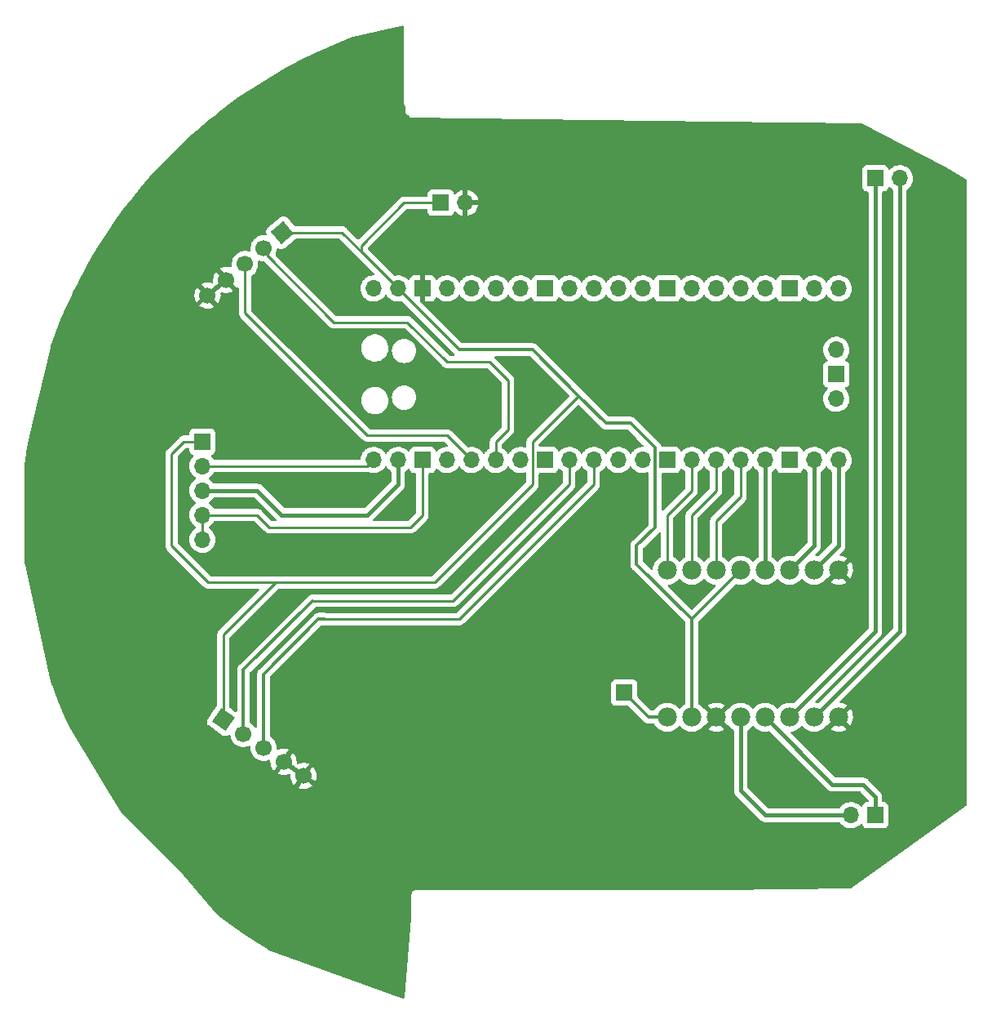
<source format=gbl>
G04 #@! TF.GenerationSoftware,KiCad,Pcbnew,(6.0.9)*
G04 #@! TF.CreationDate,2022-12-03T11:20:38+05:30*
G04 #@! TF.ProjectId,micromouseus,6d696372-6f6d-46f7-9573-6575732e6b69,rev?*
G04 #@! TF.SameCoordinates,Original*
G04 #@! TF.FileFunction,Copper,L2,Bot*
G04 #@! TF.FilePolarity,Positive*
%FSLAX46Y46*%
G04 Gerber Fmt 4.6, Leading zero omitted, Abs format (unit mm)*
G04 Created by KiCad (PCBNEW (6.0.9)) date 2022-12-03 11:20:38*
%MOMM*%
%LPD*%
G01*
G04 APERTURE LIST*
G04 Aperture macros list*
%AMHorizOval*
0 Thick line with rounded ends*
0 $1 width*
0 $2 $3 position (X,Y) of the first rounded end (center of the circle)*
0 $4 $5 position (X,Y) of the second rounded end (center of the circle)*
0 Add line between two ends*
20,1,$1,$2,$3,$4,$5,0*
0 Add two circle primitives to create the rounded ends*
1,1,$1,$2,$3*
1,1,$1,$4,$5*%
%AMRotRect*
0 Rectangle, with rotation*
0 The origin of the aperture is its center*
0 $1 length*
0 $2 width*
0 $3 Rotation angle, in degrees counterclockwise*
0 Add horizontal line*
21,1,$1,$2,0,0,$3*%
G04 Aperture macros list end*
G04 #@! TA.AperFunction,ComponentPad*
%ADD10O,1.700000X1.700000*%
G04 #@! TD*
G04 #@! TA.AperFunction,ComponentPad*
%ADD11R,1.700000X1.700000*%
G04 #@! TD*
G04 #@! TA.AperFunction,ComponentPad*
%ADD12C,1.980000*%
G04 #@! TD*
G04 #@! TA.AperFunction,ComponentPad*
%ADD13RotRect,1.700000X1.700000X55.000000*%
G04 #@! TD*
G04 #@! TA.AperFunction,ComponentPad*
%ADD14HorizOval,1.700000X0.000000X0.000000X0.000000X0.000000X0*%
G04 #@! TD*
G04 #@! TA.AperFunction,ComponentPad*
%ADD15RotRect,1.700000X1.700000X310.000000*%
G04 #@! TD*
G04 #@! TA.AperFunction,ComponentPad*
%ADD16HorizOval,1.700000X0.000000X0.000000X0.000000X0.000000X0*%
G04 #@! TD*
G04 #@! TA.AperFunction,Conductor*
%ADD17C,0.250000*%
G04 #@! TD*
G04 #@! TA.AperFunction,Conductor*
%ADD18C,0.400000*%
G04 #@! TD*
G04 #@! TA.AperFunction,Conductor*
%ADD19C,0.300000*%
G04 #@! TD*
G04 APERTURE END LIST*
D10*
X130810000Y-85090000D03*
X133350000Y-85090000D03*
D11*
X135890000Y-85090000D03*
D10*
X138430000Y-85090000D03*
X140970000Y-85090000D03*
X143510000Y-85090000D03*
X146050000Y-85090000D03*
D11*
X148590000Y-85090000D03*
D10*
X151130000Y-85090000D03*
X153670000Y-85090000D03*
X156210000Y-85090000D03*
X158750000Y-85090000D03*
D11*
X161290000Y-85090000D03*
D10*
X163830000Y-85090000D03*
X166370000Y-85090000D03*
X168910000Y-85090000D03*
X171450000Y-85090000D03*
D11*
X173990000Y-85090000D03*
D10*
X176530000Y-85090000D03*
X179070000Y-85090000D03*
X179070000Y-67310000D03*
X176530000Y-67310000D03*
D11*
X173990000Y-67310000D03*
D10*
X171450000Y-67310000D03*
X168910000Y-67310000D03*
X166370000Y-67310000D03*
X163830000Y-67310000D03*
D11*
X161290000Y-67310000D03*
D10*
X158750000Y-67310000D03*
X156210000Y-67310000D03*
X153670000Y-67310000D03*
X151130000Y-67310000D03*
D11*
X148590000Y-67310000D03*
D10*
X146050000Y-67310000D03*
X143510000Y-67310000D03*
X140970000Y-67310000D03*
X138430000Y-67310000D03*
D11*
X135890000Y-67310000D03*
D10*
X133350000Y-67310000D03*
X130810000Y-67310000D03*
X178840000Y-78740000D03*
D11*
X178840000Y-76200000D03*
D10*
X178840000Y-73660000D03*
D12*
X161290000Y-111760000D03*
X163830000Y-111760000D03*
X166370000Y-111760000D03*
X168910000Y-111760000D03*
X171450000Y-111760000D03*
X173990000Y-111760000D03*
X176530000Y-111760000D03*
X179070000Y-111760000D03*
X179070000Y-96520000D03*
X176530000Y-96520000D03*
X173990000Y-96520000D03*
X171450000Y-96520000D03*
X168910000Y-96520000D03*
X166370000Y-96520000D03*
X163830000Y-96520000D03*
X161290000Y-96520000D03*
D13*
X115218708Y-112021232D03*
D14*
X117299354Y-113478116D03*
X119380000Y-114935000D03*
X121460647Y-116391884D03*
X123541293Y-117848769D03*
D11*
X182880000Y-55880000D03*
D10*
X185420000Y-55880000D03*
D11*
X182880000Y-121920000D03*
D10*
X180340000Y-121920000D03*
D15*
X121362676Y-61507853D03*
D16*
X119416923Y-63140534D03*
X117471170Y-64773214D03*
X115525417Y-66405895D03*
X113579664Y-68038575D03*
D11*
X156845000Y-109220000D03*
X113030000Y-83190000D03*
D10*
X113030000Y-85730000D03*
X113030000Y-88270000D03*
X113030000Y-90810000D03*
X113030000Y-93350000D03*
D11*
X137790000Y-58420000D03*
D10*
X140330000Y-58420000D03*
D17*
X135890000Y-90805000D02*
X135890000Y-85090000D01*
X134620000Y-92075000D02*
X135890000Y-90805000D01*
X120015000Y-92075000D02*
X134620000Y-92075000D01*
X118750000Y-90810000D02*
X120015000Y-92075000D01*
X113030000Y-90810000D02*
X118750000Y-90810000D01*
D18*
X121285000Y-90805000D02*
X118750000Y-88270000D01*
X130175000Y-90805000D02*
X121285000Y-90805000D01*
X133350000Y-87630000D02*
X130175000Y-90805000D01*
X118750000Y-88270000D02*
X113030000Y-88270000D01*
X133350000Y-85090000D02*
X133350000Y-87630000D01*
X171450000Y-121920000D02*
X180340000Y-121920000D01*
X185420000Y-102870000D02*
X185420000Y-55880000D01*
X176530000Y-111760000D02*
X185420000Y-102870000D01*
X182880000Y-102870000D02*
X182880000Y-55880000D01*
X173990000Y-111760000D02*
X182880000Y-102870000D01*
X178435000Y-118745000D02*
X181610000Y-118745000D01*
X181610000Y-118745000D02*
X182880000Y-120015000D01*
X182880000Y-120015000D02*
X182880000Y-121920000D01*
X171450000Y-111760000D02*
X178435000Y-118745000D01*
X168910000Y-119380000D02*
X171450000Y-121920000D01*
X168910000Y-111760000D02*
X168910000Y-119380000D01*
D19*
X157480000Y-81280000D02*
X160020000Y-83820000D01*
X147320000Y-73660000D02*
X139700000Y-73660000D01*
X139700000Y-73660000D02*
X133350000Y-67310000D01*
X168910000Y-96520000D02*
X163830000Y-101600000D01*
X152082500Y-78422500D02*
X147320000Y-73660000D01*
X160020000Y-92075000D02*
X158115000Y-93980000D01*
D17*
X109855000Y-93980000D02*
X113665000Y-97790000D01*
D19*
X158115000Y-95885000D02*
X163830000Y-101600000D01*
D17*
X127547853Y-61507853D02*
X121362676Y-61507853D01*
X121285000Y-97790000D02*
X137160000Y-97790000D01*
D19*
X154940000Y-81280000D02*
X152082500Y-78422500D01*
X154940000Y-81280000D02*
X157480000Y-81280000D01*
D17*
X137160000Y-97790000D02*
X147320000Y-87630000D01*
X129540000Y-63500000D02*
X127547853Y-61507853D01*
X129540000Y-62865000D02*
X129540000Y-63500000D01*
X147320000Y-83185000D02*
X152082500Y-78422500D01*
X120650000Y-97790000D02*
X121285000Y-97790000D01*
D19*
X158115000Y-93980000D02*
X158115000Y-95885000D01*
D17*
X111120000Y-83190000D02*
X109855000Y-84455000D01*
X109855000Y-84455000D02*
X109855000Y-93980000D01*
D19*
X133350000Y-67310000D02*
X129540000Y-63500000D01*
X160020000Y-83820000D02*
X160020000Y-92075000D01*
D17*
X137790000Y-58420000D02*
X133985000Y-58420000D01*
X115218708Y-112021232D02*
X115218708Y-103221292D01*
X147320000Y-87630000D02*
X147320000Y-83185000D01*
X113030000Y-83190000D02*
X111120000Y-83190000D01*
X113665000Y-97790000D02*
X121285000Y-97790000D01*
D19*
X163830000Y-101600000D02*
X163830000Y-111760000D01*
D17*
X115218708Y-103221292D02*
X120650000Y-97790000D01*
X133985000Y-58420000D02*
X129540000Y-62865000D01*
X130810000Y-85090000D02*
X130170000Y-85730000D01*
X130170000Y-85730000D02*
X113030000Y-85730000D01*
D19*
X161290000Y-111760000D02*
X159385000Y-111760000D01*
X159385000Y-111760000D02*
X156845000Y-109220000D01*
D17*
X163830000Y-88265000D02*
X161290000Y-90805000D01*
X163830000Y-85090000D02*
X163830000Y-88265000D01*
X161290000Y-90805000D02*
X161290000Y-96520000D01*
X166370000Y-88265000D02*
X166370000Y-85090000D01*
X163830000Y-96520000D02*
X163830000Y-90805000D01*
X163830000Y-90805000D02*
X166370000Y-88265000D01*
X166370000Y-96520000D02*
X166370000Y-91440000D01*
X166370000Y-91440000D02*
X168910000Y-88900000D01*
X168910000Y-88900000D02*
X168910000Y-85090000D01*
D18*
X171450000Y-96520000D02*
X171450000Y-85090000D01*
X176530000Y-93980000D02*
X176530000Y-85090000D01*
X173990000Y-96520000D02*
X176530000Y-93980000D01*
X179070000Y-93980000D02*
X176530000Y-96520000D01*
X179070000Y-85090000D02*
X179070000Y-93980000D01*
D17*
X143510000Y-85090000D02*
X143510000Y-83185000D01*
X126682500Y-70802500D02*
X119717876Y-63837876D01*
X134302500Y-70802500D02*
X126682500Y-70802500D01*
X143510000Y-83185000D02*
X144780000Y-81915000D01*
X144780000Y-76835000D02*
X142875000Y-74930000D01*
X142875000Y-74930000D02*
X138430000Y-74930000D01*
X119380000Y-63500000D02*
X119717876Y-63500000D01*
X119717876Y-63837876D02*
X119717876Y-63500000D01*
X144780000Y-81915000D02*
X144780000Y-76835000D01*
X138430000Y-74930000D02*
X134302500Y-70802500D01*
X140970000Y-85090000D02*
X138430000Y-82550000D01*
X138430000Y-82550000D02*
X130175000Y-82550000D01*
X117471170Y-69846170D02*
X117471170Y-64773214D01*
X130175000Y-82550000D02*
X117471170Y-69846170D01*
X151130000Y-87630000D02*
X139065000Y-99695000D01*
X139065000Y-99695000D02*
X124460000Y-99695000D01*
X151130000Y-85090000D02*
X151130000Y-87630000D01*
D19*
X124460000Y-99695000D02*
X117299354Y-106855646D01*
X117299354Y-106855646D02*
X117299354Y-113478116D01*
D17*
X125730000Y-101600000D02*
X139700000Y-101600000D01*
X139700000Y-101600000D02*
X153670000Y-87630000D01*
D19*
X119380000Y-107315000D02*
X119380000Y-114935000D01*
D17*
X153670000Y-87630000D02*
X153670000Y-85090000D01*
D19*
X125095000Y-101600000D02*
X119380000Y-107315000D01*
X125730000Y-101600000D02*
X125095000Y-101600000D01*
D17*
X113030000Y-93350000D02*
X113030000Y-90810000D01*
G04 #@! TA.AperFunction,Conductor*
G36*
X133901542Y-40044787D02*
G01*
X133958909Y-40086614D01*
X133984556Y-40152817D01*
X133985000Y-40163388D01*
X133985000Y-48260000D01*
X133990781Y-48272460D01*
X133990782Y-48272463D01*
X134099796Y-48507410D01*
X134111500Y-48560442D01*
X134111500Y-48886377D01*
X134111498Y-48887147D01*
X134111024Y-48964721D01*
X134113491Y-48973352D01*
X134119150Y-48993153D01*
X134122728Y-49009915D01*
X134126920Y-49039187D01*
X134130634Y-49047355D01*
X134130634Y-49047356D01*
X134137548Y-49062562D01*
X134143996Y-49080086D01*
X134151051Y-49104771D01*
X134155843Y-49112365D01*
X134155844Y-49112368D01*
X134166830Y-49129780D01*
X134174969Y-49144863D01*
X134187208Y-49171782D01*
X134193069Y-49178584D01*
X134203970Y-49191235D01*
X134215073Y-49206239D01*
X134228776Y-49227958D01*
X134235501Y-49233897D01*
X134235504Y-49233901D01*
X134250938Y-49247532D01*
X134262982Y-49259724D01*
X134276427Y-49275327D01*
X134276430Y-49275329D01*
X134282287Y-49282127D01*
X134289816Y-49287007D01*
X134289817Y-49287008D01*
X134303835Y-49296094D01*
X134318709Y-49307385D01*
X134331217Y-49318431D01*
X134337951Y-49324378D01*
X134364711Y-49336942D01*
X134379691Y-49345263D01*
X134396983Y-49356471D01*
X134396988Y-49356473D01*
X134404515Y-49361352D01*
X134413108Y-49363922D01*
X134413113Y-49363924D01*
X134429120Y-49368711D01*
X134446564Y-49375372D01*
X134469798Y-49386280D01*
X134468951Y-49388084D01*
X134518632Y-49420802D01*
X134536786Y-49449211D01*
X134574372Y-49530216D01*
X134602031Y-49589826D01*
X166337395Y-50018682D01*
X181561975Y-50224420D01*
X181618666Y-50238756D01*
X190042027Y-54644167D01*
X190049320Y-54648297D01*
X192344494Y-56050904D01*
X192392190Y-56103492D01*
X192404791Y-56158511D01*
X192389545Y-76450465D01*
X192356202Y-120829724D01*
X192336149Y-120897829D01*
X192303792Y-120931906D01*
X180372440Y-129516659D01*
X180300036Y-129540376D01*
X166905397Y-129666494D01*
X166904211Y-129666500D01*
X135263623Y-129666500D01*
X135262853Y-129666498D01*
X135262037Y-129666493D01*
X135185279Y-129666024D01*
X135162918Y-129672415D01*
X135156847Y-129674150D01*
X135140085Y-129677728D01*
X135110813Y-129681920D01*
X135102645Y-129685634D01*
X135102644Y-129685634D01*
X135087438Y-129692548D01*
X135069914Y-129698996D01*
X135045229Y-129706051D01*
X135037635Y-129710843D01*
X135037632Y-129710844D01*
X135020220Y-129721830D01*
X135005137Y-129729969D01*
X134978218Y-129742208D01*
X134971416Y-129748069D01*
X134958765Y-129758970D01*
X134943761Y-129770073D01*
X134922042Y-129783776D01*
X134916103Y-129790501D01*
X134916099Y-129790504D01*
X134902468Y-129805938D01*
X134890276Y-129817982D01*
X134874673Y-129831427D01*
X134874671Y-129831430D01*
X134867873Y-129837287D01*
X134862993Y-129844816D01*
X134862992Y-129844817D01*
X134853906Y-129858835D01*
X134842615Y-129873709D01*
X134831569Y-129886217D01*
X134825622Y-129892951D01*
X134813058Y-129919711D01*
X134804737Y-129934691D01*
X134793529Y-129951983D01*
X134793527Y-129951988D01*
X134788648Y-129959515D01*
X134786078Y-129968108D01*
X134786076Y-129968113D01*
X134781289Y-129984120D01*
X134774628Y-130001564D01*
X134763719Y-130024800D01*
X134762338Y-130033667D01*
X134762338Y-130033668D01*
X134759170Y-130054015D01*
X134755387Y-130070732D01*
X134749485Y-130090466D01*
X134749484Y-130090472D01*
X134746914Y-130099066D01*
X134746859Y-130108037D01*
X134746859Y-130108038D01*
X134746704Y-130133497D01*
X134746671Y-130134289D01*
X134746500Y-130135386D01*
X134746500Y-130166377D01*
X134746498Y-130167147D01*
X134746024Y-130244721D01*
X134746408Y-130246065D01*
X134746500Y-130247410D01*
X134746500Y-131921530D01*
X134746056Y-131932103D01*
X134693034Y-132561764D01*
X133998775Y-140806415D01*
X133973127Y-140872617D01*
X133915759Y-140914443D01*
X133844885Y-140918615D01*
X133830540Y-140914394D01*
X119982189Y-135928987D01*
X119961022Y-135919061D01*
X119785357Y-135815812D01*
X119782413Y-135814027D01*
X118562459Y-135051392D01*
X118559565Y-135049528D01*
X117360868Y-134253831D01*
X117358026Y-134251888D01*
X116181514Y-133423743D01*
X116178765Y-133421752D01*
X115025297Y-132561764D01*
X115022566Y-132559668D01*
X114578938Y-132209659D01*
X114561998Y-132193530D01*
X110547336Y-127587553D01*
X110546040Y-127586066D01*
X110544658Y-127584670D01*
X110544650Y-127584661D01*
X104593465Y-121571647D01*
X104575625Y-121548909D01*
X103065481Y-119087743D01*
X122988681Y-119087743D01*
X122995372Y-119094022D01*
X123156294Y-119155472D01*
X123166192Y-119158348D01*
X123374888Y-119200807D01*
X123385116Y-119202026D01*
X123597943Y-119209831D01*
X123608229Y-119209364D01*
X123819478Y-119182303D01*
X123829555Y-119180161D01*
X124033548Y-119118960D01*
X124043135Y-119115202D01*
X124234388Y-119021508D01*
X124243238Y-119016233D01*
X124416621Y-118892561D01*
X124424493Y-118885908D01*
X124475688Y-118834890D01*
X124482119Y-118823162D01*
X124472798Y-118811093D01*
X123618508Y-118212913D01*
X123603459Y-118207837D01*
X123601672Y-118208286D01*
X123595901Y-118213616D01*
X122993188Y-119074381D01*
X122988681Y-119087743D01*
X103065481Y-119087743D01*
X102171552Y-117630858D01*
X120908035Y-117630858D01*
X120914726Y-117637137D01*
X121075648Y-117698587D01*
X121085546Y-117701463D01*
X121294242Y-117743922D01*
X121304470Y-117745141D01*
X121517297Y-117752946D01*
X121527583Y-117752479D01*
X121738832Y-117725418D01*
X121748909Y-117723276D01*
X121952902Y-117662075D01*
X121962489Y-117658318D01*
X122003759Y-117638099D01*
X122073733Y-117626092D01*
X122139090Y-117653822D01*
X122179080Y-117712484D01*
X122184479Y-117764639D01*
X122179595Y-117810344D01*
X122179343Y-117820632D01*
X122191602Y-118033246D01*
X122193038Y-118043466D01*
X122239858Y-118251215D01*
X122242938Y-118261044D01*
X122323063Y-118458372D01*
X122327706Y-118467563D01*
X122438987Y-118649157D01*
X122445070Y-118657468D01*
X122554806Y-118784150D01*
X122566669Y-118791777D01*
X122574389Y-118786817D01*
X123177149Y-117925984D01*
X123182225Y-117910935D01*
X123181776Y-117909148D01*
X123176446Y-117903377D01*
X123009675Y-117786603D01*
X123900361Y-117786603D01*
X123900810Y-117788390D01*
X123906140Y-117794161D01*
X124765721Y-118396045D01*
X124778899Y-118400490D01*
X124788716Y-118389934D01*
X124805963Y-118355037D01*
X124809762Y-118345441D01*
X124871669Y-118141684D01*
X124873848Y-118131603D01*
X124901883Y-117918656D01*
X124902402Y-117911981D01*
X124903865Y-117852133D01*
X124903671Y-117845415D01*
X124886074Y-117631373D01*
X124884389Y-117621193D01*
X124832507Y-117414644D01*
X124829187Y-117404893D01*
X124744265Y-117209583D01*
X124739398Y-117200508D01*
X124623720Y-117021696D01*
X124617428Y-117013525D01*
X124527212Y-116914379D01*
X124515166Y-116907044D01*
X124506807Y-116912707D01*
X123905437Y-117771554D01*
X123900361Y-117786603D01*
X123009675Y-117786603D01*
X122250434Y-117254977D01*
X122250427Y-117254970D01*
X121537862Y-116756028D01*
X121522813Y-116750952D01*
X121521026Y-116751401D01*
X121515255Y-116756731D01*
X120912542Y-117617496D01*
X120908035Y-117630858D01*
X102171552Y-117630858D01*
X99299161Y-112949563D01*
X99292470Y-112937149D01*
X99053878Y-112428195D01*
X99052459Y-112425059D01*
X98477566Y-111106124D01*
X98476239Y-111102962D01*
X98454637Y-111049456D01*
X98161720Y-110323950D01*
X97937606Y-109768855D01*
X97936361Y-109765646D01*
X97872847Y-109595050D01*
X97434361Y-108417291D01*
X97433222Y-108414097D01*
X97400565Y-108318469D01*
X97175524Y-107659497D01*
X97171643Y-107645560D01*
X94631574Y-95961239D01*
X94629468Y-95948378D01*
X94627520Y-95930819D01*
X94615769Y-95824931D01*
X94615000Y-95811034D01*
X94615000Y-85552458D01*
X94615735Y-85538871D01*
X94735475Y-84434943D01*
X109216780Y-84434943D01*
X109217526Y-84442835D01*
X109220941Y-84478961D01*
X109221500Y-84490819D01*
X109221500Y-93901233D01*
X109220973Y-93912416D01*
X109219298Y-93919909D01*
X109219547Y-93927835D01*
X109219547Y-93927836D01*
X109221438Y-93987986D01*
X109221500Y-93991945D01*
X109221500Y-94019856D01*
X109221997Y-94023790D01*
X109221997Y-94023791D01*
X109222005Y-94023856D01*
X109222938Y-94035693D01*
X109224327Y-94079889D01*
X109227516Y-94090865D01*
X109229978Y-94099339D01*
X109233987Y-94118700D01*
X109236526Y-94138797D01*
X109239445Y-94146168D01*
X109239445Y-94146170D01*
X109252804Y-94179912D01*
X109256649Y-94191142D01*
X109268982Y-94233593D01*
X109273015Y-94240412D01*
X109273017Y-94240417D01*
X109279293Y-94251028D01*
X109287988Y-94268776D01*
X109295448Y-94287617D01*
X109300110Y-94294033D01*
X109300110Y-94294034D01*
X109321436Y-94323387D01*
X109327952Y-94333307D01*
X109337658Y-94349718D01*
X109350458Y-94371362D01*
X109364779Y-94385683D01*
X109377619Y-94400716D01*
X109389528Y-94417107D01*
X109395634Y-94422158D01*
X109423605Y-94445298D01*
X109432384Y-94453288D01*
X113161343Y-98182247D01*
X113168887Y-98190537D01*
X113173000Y-98197018D01*
X113178777Y-98202443D01*
X113222667Y-98243658D01*
X113225509Y-98246413D01*
X113245231Y-98266135D01*
X113248355Y-98268558D01*
X113248359Y-98268562D01*
X113248424Y-98268612D01*
X113257445Y-98276317D01*
X113289679Y-98306586D01*
X113296627Y-98310405D01*
X113296629Y-98310407D01*
X113307432Y-98316346D01*
X113323959Y-98327202D01*
X113333698Y-98334757D01*
X113333700Y-98334758D01*
X113339960Y-98339614D01*
X113380540Y-98357174D01*
X113391188Y-98362391D01*
X113415976Y-98376018D01*
X113429940Y-98383695D01*
X113437616Y-98385666D01*
X113437619Y-98385667D01*
X113449562Y-98388733D01*
X113468267Y-98395137D01*
X113486855Y-98403181D01*
X113494678Y-98404420D01*
X113494688Y-98404423D01*
X113530524Y-98410099D01*
X113542144Y-98412505D01*
X113573959Y-98420673D01*
X113584970Y-98423500D01*
X113605224Y-98423500D01*
X113624934Y-98425051D01*
X113644943Y-98428220D01*
X113652835Y-98427474D01*
X113671580Y-98425702D01*
X113688962Y-98424059D01*
X113700819Y-98423500D01*
X118816406Y-98423500D01*
X118884527Y-98443502D01*
X118931020Y-98497158D01*
X118941124Y-98567432D01*
X118911630Y-98632012D01*
X118905502Y-98638594D01*
X116689503Y-100854592D01*
X114826455Y-102717640D01*
X114818169Y-102725180D01*
X114811690Y-102729292D01*
X114806265Y-102735069D01*
X114765065Y-102778943D01*
X114762310Y-102781785D01*
X114742573Y-102801522D01*
X114740093Y-102804719D01*
X114732390Y-102813739D01*
X114702122Y-102845971D01*
X114698303Y-102852917D01*
X114698301Y-102852920D01*
X114692360Y-102863726D01*
X114681509Y-102880245D01*
X114669094Y-102896251D01*
X114665949Y-102903520D01*
X114665946Y-102903524D01*
X114651534Y-102936829D01*
X114646317Y-102947479D01*
X114625013Y-102986232D01*
X114623042Y-102993907D01*
X114623042Y-102993908D01*
X114619975Y-103005854D01*
X114613571Y-103024558D01*
X114605527Y-103043147D01*
X114604288Y-103050970D01*
X114604285Y-103050980D01*
X114598609Y-103086816D01*
X114596203Y-103098436D01*
X114585208Y-103141262D01*
X114585208Y-103161516D01*
X114583657Y-103181226D01*
X114580488Y-103201235D01*
X114581234Y-103209127D01*
X114584649Y-103245253D01*
X114585208Y-103257111D01*
X114585208Y-110517763D01*
X114562421Y-110590034D01*
X114003695Y-111387978D01*
X113590741Y-111977737D01*
X113560609Y-112032548D01*
X113524262Y-112173598D01*
X113528965Y-112319179D01*
X113574338Y-112457589D01*
X113656734Y-112577702D01*
X113662676Y-112582904D01*
X113662678Y-112582906D01*
X113701237Y-112616662D01*
X113703796Y-112618902D01*
X113706573Y-112620846D01*
X113706580Y-112620852D01*
X115172418Y-113647242D01*
X115175213Y-113649199D01*
X115178203Y-113650843D01*
X115178205Y-113650844D01*
X115210137Y-113668398D01*
X115230024Y-113679331D01*
X115371074Y-113715678D01*
X115451071Y-113713094D01*
X115507682Y-113711265D01*
X115507683Y-113711265D01*
X115516655Y-113710975D01*
X115655065Y-113665602D01*
X115662464Y-113660527D01*
X115662471Y-113660523D01*
X115756292Y-113596162D01*
X115823780Y-113574121D01*
X115892472Y-113592066D01*
X115940556Y-113644300D01*
X115950485Y-113672363D01*
X115960247Y-113715678D01*
X115998576Y-113885755D01*
X116082620Y-114092732D01*
X116199341Y-114283204D01*
X116345604Y-114452054D01*
X116517480Y-114594748D01*
X116710354Y-114707454D01*
X116919046Y-114787146D01*
X116924114Y-114788177D01*
X116924117Y-114788178D01*
X117031371Y-114809999D01*
X117137951Y-114831683D01*
X117143126Y-114831873D01*
X117143128Y-114831873D01*
X117356027Y-114839680D01*
X117356031Y-114839680D01*
X117361191Y-114839869D01*
X117366311Y-114839213D01*
X117366313Y-114839213D01*
X117577642Y-114812141D01*
X117577643Y-114812141D01*
X117582770Y-114811484D01*
X117587720Y-114809999D01*
X117791783Y-114748777D01*
X117791788Y-114748775D01*
X117796738Y-114747290D01*
X117841875Y-114725178D01*
X117911848Y-114713172D01*
X117977204Y-114740903D01*
X118017194Y-114799566D01*
X118022592Y-114851719D01*
X118017251Y-114901695D01*
X118017548Y-114906847D01*
X118017548Y-114906851D01*
X118027159Y-115073530D01*
X118030110Y-115124715D01*
X118031247Y-115129761D01*
X118031248Y-115129767D01*
X118052275Y-115223069D01*
X118079222Y-115342639D01*
X118163266Y-115549616D01*
X118279987Y-115740088D01*
X118426250Y-115908938D01*
X118598126Y-116051632D01*
X118791000Y-116164338D01*
X118999692Y-116244030D01*
X119004760Y-116245061D01*
X119004763Y-116245062D01*
X119112017Y-116266883D01*
X119218597Y-116288567D01*
X119223772Y-116288757D01*
X119223774Y-116288757D01*
X119436673Y-116296564D01*
X119436677Y-116296564D01*
X119441837Y-116296753D01*
X119446957Y-116296097D01*
X119446959Y-116296097D01*
X119658288Y-116269025D01*
X119658289Y-116269025D01*
X119663416Y-116268368D01*
X119704014Y-116256188D01*
X119872429Y-116205661D01*
X119872434Y-116205659D01*
X119877384Y-116204174D01*
X119923054Y-116181800D01*
X119993025Y-116169795D01*
X120058382Y-116197525D01*
X120098372Y-116256188D01*
X120103770Y-116308342D01*
X120098949Y-116353458D01*
X120098697Y-116363747D01*
X120110956Y-116576361D01*
X120112392Y-116586581D01*
X120159212Y-116794330D01*
X120162292Y-116804159D01*
X120242417Y-117001487D01*
X120247060Y-117010678D01*
X120358341Y-117192272D01*
X120364424Y-117200583D01*
X120474160Y-117327265D01*
X120486023Y-117334892D01*
X120493743Y-117329932D01*
X121106894Y-116454260D01*
X121194099Y-116329718D01*
X121819715Y-116329718D01*
X121820164Y-116331505D01*
X121825494Y-116337276D01*
X122751506Y-116985676D01*
X122751513Y-116985683D01*
X123464078Y-117484625D01*
X123479127Y-117489701D01*
X123480914Y-117489252D01*
X123486685Y-117483922D01*
X124090661Y-116621353D01*
X124095409Y-116607276D01*
X124090574Y-116602571D01*
X123894252Y-116533049D01*
X123884282Y-116530415D01*
X123674620Y-116493070D01*
X123664366Y-116492100D01*
X123451409Y-116489497D01*
X123441125Y-116490217D01*
X123230614Y-116522430D01*
X123220586Y-116524819D01*
X123018161Y-116590981D01*
X123008655Y-116594977D01*
X123003314Y-116597757D01*
X122933654Y-116611469D01*
X122867639Y-116585343D01*
X122826229Y-116527674D01*
X122820213Y-116469548D01*
X122821236Y-116461774D01*
X122821756Y-116455096D01*
X122823219Y-116395248D01*
X122823025Y-116388530D01*
X122805428Y-116174488D01*
X122803743Y-116164308D01*
X122751861Y-115957759D01*
X122748541Y-115948008D01*
X122663619Y-115752698D01*
X122658752Y-115743623D01*
X122543074Y-115564811D01*
X122536782Y-115556640D01*
X122446566Y-115457494D01*
X122434520Y-115450159D01*
X122426161Y-115455822D01*
X121824791Y-116314669D01*
X121819715Y-116329718D01*
X121194099Y-116329718D01*
X122010015Y-115164468D01*
X122014763Y-115150391D01*
X122009928Y-115145686D01*
X121813606Y-115076164D01*
X121803636Y-115073530D01*
X121593974Y-115036185D01*
X121583720Y-115035215D01*
X121370763Y-115032612D01*
X121360479Y-115033332D01*
X121149968Y-115065545D01*
X121139940Y-115067934D01*
X120937515Y-115134096D01*
X120928015Y-115138089D01*
X120923211Y-115140590D01*
X120853551Y-115154302D01*
X120787536Y-115128177D01*
X120746125Y-115070508D01*
X120740108Y-115012384D01*
X120740224Y-115011499D01*
X120741529Y-115001590D01*
X120743156Y-114935000D01*
X120724852Y-114712361D01*
X120670431Y-114495702D01*
X120581354Y-114290840D01*
X120460014Y-114103277D01*
X120309670Y-113938051D01*
X120305619Y-113934852D01*
X120305615Y-113934848D01*
X120138412Y-113802799D01*
X120134359Y-113799598D01*
X120129841Y-113797104D01*
X120129835Y-113797100D01*
X120103605Y-113782620D01*
X120053635Y-113732187D01*
X120038500Y-113672312D01*
X120038500Y-107639950D01*
X120058502Y-107571829D01*
X120075405Y-107550855D01*
X125330855Y-102295405D01*
X125393167Y-102261379D01*
X125419950Y-102258500D01*
X125771432Y-102258500D01*
X125819128Y-102252475D01*
X125887199Y-102243876D01*
X125887202Y-102243875D01*
X125895064Y-102242882D01*
X125902431Y-102239965D01*
X125910116Y-102237992D01*
X125910542Y-102239652D01*
X125942797Y-102233500D01*
X139621233Y-102233500D01*
X139632416Y-102234027D01*
X139639909Y-102235702D01*
X139647835Y-102235453D01*
X139647836Y-102235453D01*
X139707986Y-102233562D01*
X139711945Y-102233500D01*
X139739856Y-102233500D01*
X139743791Y-102233003D01*
X139743856Y-102232995D01*
X139755693Y-102232062D01*
X139787951Y-102231048D01*
X139791970Y-102230922D01*
X139799889Y-102230673D01*
X139819343Y-102225021D01*
X139838700Y-102221013D01*
X139850930Y-102219468D01*
X139850931Y-102219468D01*
X139858797Y-102218474D01*
X139866168Y-102215555D01*
X139866170Y-102215555D01*
X139899912Y-102202196D01*
X139911142Y-102198351D01*
X139945983Y-102188229D01*
X139945984Y-102188229D01*
X139953593Y-102186018D01*
X139960412Y-102181985D01*
X139960417Y-102181983D01*
X139971028Y-102175707D01*
X139988776Y-102167012D01*
X140007617Y-102159552D01*
X140043387Y-102133564D01*
X140053307Y-102127048D01*
X140084535Y-102108580D01*
X140084538Y-102108578D01*
X140091362Y-102104542D01*
X140105683Y-102090221D01*
X140120717Y-102077380D01*
X140130694Y-102070131D01*
X140137107Y-102065472D01*
X140165298Y-102031395D01*
X140173288Y-102022616D01*
X154062247Y-88133657D01*
X154070537Y-88126113D01*
X154077018Y-88122000D01*
X154123659Y-88072332D01*
X154126413Y-88069491D01*
X154146134Y-88049770D01*
X154148612Y-88046575D01*
X154156318Y-88037553D01*
X154158775Y-88034937D01*
X154186586Y-88005321D01*
X154196347Y-87987566D01*
X154207199Y-87971045D01*
X154214753Y-87961306D01*
X154219613Y-87955041D01*
X154237176Y-87914457D01*
X154242383Y-87903827D01*
X154263695Y-87865060D01*
X154265667Y-87857381D01*
X154265668Y-87857378D01*
X154268732Y-87845442D01*
X154275138Y-87826730D01*
X154280034Y-87815417D01*
X154283181Y-87808145D01*
X154286138Y-87789480D01*
X154290097Y-87764481D01*
X154292504Y-87752860D01*
X154301528Y-87717711D01*
X154301528Y-87717710D01*
X154303500Y-87710030D01*
X154303500Y-87689769D01*
X154305051Y-87670058D01*
X154305499Y-87667233D01*
X154308219Y-87650057D01*
X154304059Y-87606046D01*
X154303500Y-87594189D01*
X154303500Y-86370427D01*
X154323502Y-86302306D01*
X154364618Y-86262550D01*
X154367994Y-86260896D01*
X154549860Y-86131173D01*
X154708096Y-85973489D01*
X154838453Y-85792077D01*
X154839776Y-85793028D01*
X154886645Y-85749857D01*
X154956580Y-85737625D01*
X155022026Y-85765144D01*
X155049875Y-85796994D01*
X155109987Y-85895088D01*
X155256250Y-86063938D01*
X155428126Y-86206632D01*
X155621000Y-86319338D01*
X155625825Y-86321180D01*
X155625826Y-86321181D01*
X155674660Y-86339829D01*
X155829692Y-86399030D01*
X155834760Y-86400061D01*
X155834763Y-86400062D01*
X155942003Y-86421880D01*
X156048597Y-86443567D01*
X156053772Y-86443757D01*
X156053774Y-86443757D01*
X156266673Y-86451564D01*
X156266677Y-86451564D01*
X156271837Y-86451753D01*
X156276957Y-86451097D01*
X156276959Y-86451097D01*
X156488288Y-86424025D01*
X156488289Y-86424025D01*
X156493416Y-86423368D01*
X156533914Y-86411218D01*
X156702429Y-86360661D01*
X156702434Y-86360659D01*
X156707384Y-86359174D01*
X156907994Y-86260896D01*
X157089860Y-86131173D01*
X157248096Y-85973489D01*
X157378453Y-85792077D01*
X157379776Y-85793028D01*
X157426645Y-85749857D01*
X157496580Y-85737625D01*
X157562026Y-85765144D01*
X157589875Y-85796994D01*
X157649987Y-85895088D01*
X157796250Y-86063938D01*
X157968126Y-86206632D01*
X158161000Y-86319338D01*
X158165825Y-86321180D01*
X158165826Y-86321181D01*
X158214660Y-86339829D01*
X158369692Y-86399030D01*
X158374760Y-86400061D01*
X158374763Y-86400062D01*
X158482003Y-86421880D01*
X158588597Y-86443567D01*
X158593772Y-86443757D01*
X158593774Y-86443757D01*
X158806673Y-86451564D01*
X158806677Y-86451564D01*
X158811837Y-86451753D01*
X158816957Y-86451097D01*
X158816959Y-86451097D01*
X159028288Y-86424025D01*
X159028289Y-86424025D01*
X159033416Y-86423368D01*
X159038373Y-86421881D01*
X159038377Y-86421880D01*
X159199292Y-86373603D01*
X159270287Y-86373185D01*
X159330238Y-86411218D01*
X159360110Y-86475624D01*
X159361500Y-86494288D01*
X159361500Y-91750050D01*
X159341498Y-91818171D01*
X159324595Y-91839145D01*
X157707395Y-93456345D01*
X157698615Y-93464335D01*
X157698613Y-93464337D01*
X157691920Y-93468584D01*
X157686494Y-93474362D01*
X157686493Y-93474363D01*
X157643396Y-93520257D01*
X157640641Y-93523099D01*
X157620073Y-93543667D01*
X157617356Y-93547170D01*
X157609648Y-93556195D01*
X157578028Y-93589867D01*
X157574207Y-93596818D01*
X157574206Y-93596819D01*
X157567697Y-93608658D01*
X157556843Y-93625182D01*
X157550827Y-93632939D01*
X157543696Y-93642132D01*
X157540549Y-93649404D01*
X157540548Y-93649406D01*
X157525346Y-93684535D01*
X157520124Y-93695195D01*
X157504599Y-93723435D01*
X157497876Y-93735663D01*
X157492541Y-93756441D01*
X157486142Y-93775131D01*
X157477620Y-93794824D01*
X157476380Y-93802655D01*
X157470394Y-93840448D01*
X157467987Y-93852071D01*
X157456500Y-93896812D01*
X157456500Y-93918259D01*
X157454949Y-93937969D01*
X157451594Y-93959152D01*
X157452340Y-93967043D01*
X157455941Y-94005138D01*
X157456500Y-94016996D01*
X157456500Y-95802944D01*
X157455941Y-95814800D01*
X157454212Y-95822537D01*
X157454461Y-95830459D01*
X157456438Y-95893369D01*
X157456500Y-95897327D01*
X157456500Y-95926432D01*
X157457056Y-95930832D01*
X157457988Y-95942664D01*
X157459438Y-95988831D01*
X157462915Y-96000797D01*
X157465419Y-96009416D01*
X157469430Y-96028782D01*
X157472118Y-96050064D01*
X157475034Y-96057429D01*
X157475035Y-96057433D01*
X157489126Y-96093021D01*
X157492965Y-96104231D01*
X157505855Y-96148600D01*
X157516775Y-96167065D01*
X157525466Y-96184805D01*
X157533365Y-96204756D01*
X157557698Y-96238247D01*
X157560516Y-96242126D01*
X157567033Y-96252048D01*
X157586507Y-96284977D01*
X157586510Y-96284981D01*
X157590547Y-96291807D01*
X157605711Y-96306971D01*
X157618551Y-96322004D01*
X157631159Y-96339357D01*
X157666752Y-96368802D01*
X157675532Y-96376792D01*
X163134595Y-101835855D01*
X163168621Y-101898167D01*
X163171500Y-101924950D01*
X163171500Y-110336863D01*
X163151498Y-110404984D01*
X163103680Y-110448626D01*
X163028748Y-110487633D01*
X163024615Y-110490736D01*
X163024612Y-110490738D01*
X162835832Y-110632479D01*
X162831697Y-110635584D01*
X162661455Y-110813731D01*
X162658546Y-110817996D01*
X162656913Y-110820012D01*
X162598498Y-110860363D01*
X162527540Y-110862726D01*
X162465802Y-110825516D01*
X162315477Y-110660310D01*
X162311426Y-110657111D01*
X162311422Y-110657107D01*
X162142583Y-110523767D01*
X162122099Y-110507590D01*
X161997201Y-110438642D01*
X161910906Y-110391004D01*
X161910903Y-110391003D01*
X161906375Y-110388503D01*
X161674097Y-110306250D01*
X161623847Y-110297299D01*
X161436593Y-110263943D01*
X161436589Y-110263943D01*
X161431505Y-110263037D01*
X161352086Y-110262067D01*
X161190282Y-110260090D01*
X161190280Y-110260090D01*
X161185112Y-110260027D01*
X160941536Y-110297299D01*
X160707318Y-110373853D01*
X160702730Y-110376241D01*
X160702726Y-110376243D01*
X160563680Y-110448626D01*
X160488748Y-110487633D01*
X160484615Y-110490736D01*
X160484612Y-110490738D01*
X160295832Y-110632479D01*
X160291697Y-110635584D01*
X160121455Y-110813731D01*
X160118541Y-110818003D01*
X160118540Y-110818004D01*
X160104397Y-110838737D01*
X159982596Y-111017291D01*
X159980415Y-111021990D01*
X159977368Y-111028553D01*
X159930543Y-111081919D01*
X159863082Y-111101500D01*
X159709949Y-111101500D01*
X159641828Y-111081498D01*
X159620854Y-111064595D01*
X158240405Y-109684145D01*
X158206379Y-109621833D01*
X158203500Y-109595050D01*
X158203500Y-108321866D01*
X158196745Y-108259684D01*
X158145615Y-108123295D01*
X158058261Y-108006739D01*
X157941705Y-107919385D01*
X157805316Y-107868255D01*
X157743134Y-107861500D01*
X155946866Y-107861500D01*
X155884684Y-107868255D01*
X155748295Y-107919385D01*
X155631739Y-108006739D01*
X155544385Y-108123295D01*
X155493255Y-108259684D01*
X155486500Y-108321866D01*
X155486500Y-110118134D01*
X155493255Y-110180316D01*
X155544385Y-110316705D01*
X155631739Y-110433261D01*
X155748295Y-110520615D01*
X155884684Y-110571745D01*
X155946866Y-110578500D01*
X157220050Y-110578500D01*
X157288171Y-110598502D01*
X157309145Y-110615405D01*
X158861341Y-112167600D01*
X158869331Y-112176381D01*
X158869339Y-112176390D01*
X158873584Y-112183080D01*
X158879359Y-112188503D01*
X158925274Y-112231620D01*
X158928116Y-112234375D01*
X158948667Y-112254926D01*
X158951801Y-112257357D01*
X158952163Y-112257638D01*
X158961191Y-112265348D01*
X158994867Y-112296972D01*
X159001818Y-112300793D01*
X159001819Y-112300794D01*
X159013655Y-112307301D01*
X159030184Y-112318158D01*
X159040869Y-112326447D01*
X159040871Y-112326448D01*
X159047131Y-112331304D01*
X159089544Y-112349657D01*
X159100181Y-112354868D01*
X159140663Y-112377124D01*
X159148342Y-112379096D01*
X159148343Y-112379096D01*
X159161434Y-112382457D01*
X159180136Y-112388859D01*
X159199823Y-112397379D01*
X159207652Y-112398619D01*
X159245448Y-112404605D01*
X159257074Y-112407013D01*
X159294135Y-112416529D01*
X159294136Y-112416529D01*
X159301812Y-112418500D01*
X159323258Y-112418500D01*
X159342968Y-112420051D01*
X159364151Y-112423406D01*
X159410135Y-112419059D01*
X159421994Y-112418500D01*
X159865389Y-112418500D01*
X159933510Y-112438502D01*
X159972822Y-112478665D01*
X160029521Y-112571189D01*
X160076625Y-112648056D01*
X160080009Y-112651962D01*
X160080010Y-112651964D01*
X160108613Y-112684984D01*
X160237961Y-112834307D01*
X160241936Y-112837607D01*
X160241940Y-112837611D01*
X160284845Y-112873231D01*
X160427550Y-112991707D01*
X160640300Y-113116028D01*
X160645120Y-113117868D01*
X160645125Y-113117871D01*
X160798147Y-113176304D01*
X160870499Y-113203932D01*
X160875567Y-113204963D01*
X160875570Y-113204964D01*
X160992733Y-113228801D01*
X161111964Y-113253059D01*
X161117137Y-113253249D01*
X161117140Y-113253249D01*
X161353045Y-113261899D01*
X161353049Y-113261899D01*
X161358209Y-113262088D01*
X161363329Y-113261432D01*
X161363331Y-113261432D01*
X161597496Y-113231435D01*
X161597497Y-113231435D01*
X161602624Y-113230778D01*
X161609214Y-113228801D01*
X161833687Y-113161456D01*
X161833692Y-113161454D01*
X161838642Y-113159969D01*
X161924575Y-113117871D01*
X162055275Y-113053842D01*
X162055280Y-113053839D01*
X162059926Y-113051563D01*
X162064139Y-113048558D01*
X162064141Y-113048557D01*
X162256321Y-112911476D01*
X162256326Y-112911472D01*
X162260533Y-112908471D01*
X162435076Y-112734536D01*
X162445180Y-112720476D01*
X162458261Y-112702272D01*
X162514256Y-112658625D01*
X162584959Y-112652181D01*
X162647923Y-112684984D01*
X162655812Y-112693295D01*
X162777961Y-112834307D01*
X162781936Y-112837607D01*
X162781940Y-112837611D01*
X162824845Y-112873231D01*
X162967550Y-112991707D01*
X163180300Y-113116028D01*
X163185120Y-113117868D01*
X163185125Y-113117871D01*
X163338147Y-113176304D01*
X163410499Y-113203932D01*
X163415567Y-113204963D01*
X163415570Y-113204964D01*
X163532733Y-113228801D01*
X163651964Y-113253059D01*
X163657137Y-113253249D01*
X163657140Y-113253249D01*
X163893045Y-113261899D01*
X163893049Y-113261899D01*
X163898209Y-113262088D01*
X163903329Y-113261432D01*
X163903331Y-113261432D01*
X164137496Y-113231435D01*
X164137497Y-113231435D01*
X164142624Y-113230778D01*
X164149214Y-113228801D01*
X164373687Y-113161456D01*
X164373692Y-113161454D01*
X164378642Y-113159969D01*
X164464575Y-113117871D01*
X164595275Y-113053842D01*
X164595280Y-113053839D01*
X164599926Y-113051563D01*
X164604139Y-113048558D01*
X164604141Y-113048557D01*
X164690056Y-112987274D01*
X165507970Y-112987274D01*
X165512943Y-112994278D01*
X165716059Y-113112970D01*
X165725342Y-113117417D01*
X165945808Y-113201605D01*
X165955706Y-113204481D01*
X166186962Y-113251530D01*
X166197190Y-113252749D01*
X166433023Y-113261398D01*
X166443309Y-113260931D01*
X166677388Y-113230944D01*
X166687474Y-113228801D01*
X166913509Y-113160987D01*
X166923104Y-113157226D01*
X167135018Y-113053411D01*
X167143884Y-113048126D01*
X167219624Y-112994100D01*
X167228025Y-112983400D01*
X167221037Y-112970247D01*
X166382812Y-112132022D01*
X166368868Y-112124408D01*
X166367035Y-112124539D01*
X166360420Y-112128790D01*
X165515228Y-112973982D01*
X165507970Y-112987274D01*
X164690056Y-112987274D01*
X164796321Y-112911476D01*
X164796326Y-112911472D01*
X164800533Y-112908471D01*
X164975076Y-112734536D01*
X165019957Y-112672078D01*
X165075952Y-112628431D01*
X165142878Y-112621300D01*
X165143468Y-112621398D01*
X165153880Y-112616910D01*
X165997978Y-111772812D01*
X166004356Y-111761132D01*
X166734408Y-111761132D01*
X166734539Y-111762965D01*
X166738790Y-111769580D01*
X167580793Y-112611583D01*
X167594737Y-112619197D01*
X167604218Y-112618519D01*
X167673592Y-112633610D01*
X167708442Y-112661698D01*
X167857961Y-112834307D01*
X167861936Y-112837607D01*
X167861940Y-112837611D01*
X167904845Y-112873231D01*
X168047550Y-112991707D01*
X168139072Y-113045188D01*
X168187794Y-113096826D01*
X168201500Y-113153975D01*
X168201500Y-119351088D01*
X168201208Y-119359658D01*
X168198475Y-119399756D01*
X168197275Y-119417352D01*
X168198580Y-119424829D01*
X168198580Y-119424830D01*
X168208261Y-119480299D01*
X168209223Y-119486821D01*
X168216898Y-119550242D01*
X168219581Y-119557343D01*
X168220222Y-119559952D01*
X168224685Y-119576262D01*
X168225450Y-119578798D01*
X168226757Y-119586284D01*
X168229811Y-119593241D01*
X168252442Y-119644795D01*
X168254933Y-119650899D01*
X168277513Y-119710656D01*
X168281817Y-119716919D01*
X168283054Y-119719285D01*
X168291299Y-119734097D01*
X168292632Y-119736351D01*
X168295685Y-119743305D01*
X168300307Y-119749328D01*
X168334579Y-119793991D01*
X168338459Y-119799332D01*
X168370339Y-119845720D01*
X168370344Y-119845725D01*
X168374643Y-119851981D01*
X168380313Y-119857032D01*
X168380314Y-119857034D01*
X168421170Y-119893435D01*
X168426446Y-119898416D01*
X170928557Y-122400528D01*
X170934411Y-122406793D01*
X170972439Y-122450385D01*
X171024729Y-122487136D01*
X171029971Y-122491028D01*
X171080282Y-122530476D01*
X171087201Y-122533600D01*
X171089493Y-122534988D01*
X171104165Y-122543357D01*
X171106525Y-122544622D01*
X171112739Y-122548990D01*
X171119818Y-122551750D01*
X171119820Y-122551751D01*
X171172275Y-122572202D01*
X171178344Y-122574753D01*
X171236573Y-122601045D01*
X171244046Y-122602430D01*
X171246612Y-122603234D01*
X171262835Y-122607855D01*
X171265427Y-122608520D01*
X171272509Y-122611282D01*
X171280044Y-122612274D01*
X171335861Y-122619622D01*
X171342377Y-122620654D01*
X171350055Y-122622077D01*
X171405186Y-122632295D01*
X171412766Y-122631858D01*
X171412767Y-122631858D01*
X171467380Y-122628709D01*
X171474633Y-122628500D01*
X179110234Y-122628500D01*
X179178355Y-122648502D01*
X179217667Y-122688665D01*
X179239987Y-122725088D01*
X179386250Y-122893938D01*
X179558126Y-123036632D01*
X179751000Y-123149338D01*
X179959692Y-123229030D01*
X179964760Y-123230061D01*
X179964763Y-123230062D01*
X180072017Y-123251883D01*
X180178597Y-123273567D01*
X180183772Y-123273757D01*
X180183774Y-123273757D01*
X180396673Y-123281564D01*
X180396677Y-123281564D01*
X180401837Y-123281753D01*
X180406957Y-123281097D01*
X180406959Y-123281097D01*
X180618288Y-123254025D01*
X180618289Y-123254025D01*
X180623416Y-123253368D01*
X180628366Y-123251883D01*
X180832429Y-123190661D01*
X180832434Y-123190659D01*
X180837384Y-123189174D01*
X181037994Y-123090896D01*
X181219860Y-122961173D01*
X181328091Y-122853319D01*
X181390462Y-122819404D01*
X181461268Y-122824592D01*
X181518030Y-122867238D01*
X181535012Y-122898341D01*
X181579385Y-123016705D01*
X181666739Y-123133261D01*
X181783295Y-123220615D01*
X181919684Y-123271745D01*
X181981866Y-123278500D01*
X183778134Y-123278500D01*
X183840316Y-123271745D01*
X183976705Y-123220615D01*
X184093261Y-123133261D01*
X184180615Y-123016705D01*
X184231745Y-122880316D01*
X184238500Y-122818134D01*
X184238500Y-121021866D01*
X184231745Y-120959684D01*
X184180615Y-120823295D01*
X184093261Y-120706739D01*
X183976705Y-120619385D01*
X183840316Y-120568255D01*
X183778134Y-120561500D01*
X183714500Y-120561500D01*
X183646379Y-120541498D01*
X183599886Y-120487842D01*
X183588500Y-120435500D01*
X183588500Y-120043912D01*
X183588792Y-120035342D01*
X183592209Y-119985224D01*
X183592209Y-119985220D01*
X183592725Y-119977648D01*
X183581739Y-119914703D01*
X183580777Y-119908182D01*
X183579284Y-119895846D01*
X183573102Y-119844758D01*
X183570416Y-119837650D01*
X183569779Y-119835056D01*
X183565318Y-119818750D01*
X183564548Y-119816199D01*
X183563242Y-119808716D01*
X183537561Y-119750212D01*
X183535069Y-119744105D01*
X183515173Y-119691452D01*
X183515173Y-119691451D01*
X183512487Y-119684344D01*
X183508184Y-119678083D01*
X183506947Y-119675717D01*
X183498720Y-119660937D01*
X183497369Y-119658652D01*
X183494315Y-119651695D01*
X183489695Y-119645675D01*
X183489692Y-119645669D01*
X183455421Y-119601009D01*
X183451541Y-119595668D01*
X183419661Y-119549280D01*
X183419656Y-119549275D01*
X183415357Y-119543019D01*
X183368829Y-119501564D01*
X183363554Y-119496584D01*
X182131450Y-118264480D01*
X182125596Y-118258215D01*
X182119489Y-118251215D01*
X182087561Y-118214615D01*
X182035280Y-118177871D01*
X182029986Y-118173939D01*
X181979718Y-118134524D01*
X181972802Y-118131401D01*
X181970516Y-118130017D01*
X181955835Y-118121643D01*
X181953475Y-118120378D01*
X181947261Y-118116010D01*
X181940182Y-118113250D01*
X181940180Y-118113249D01*
X181887725Y-118092798D01*
X181881656Y-118090247D01*
X181823427Y-118063955D01*
X181815960Y-118062571D01*
X181813405Y-118061770D01*
X181797152Y-118057141D01*
X181794572Y-118056478D01*
X181787491Y-118053718D01*
X181779960Y-118052727D01*
X181779958Y-118052726D01*
X181750339Y-118048827D01*
X181724139Y-118045378D01*
X181717641Y-118044348D01*
X181654814Y-118032704D01*
X181647234Y-118033141D01*
X181647233Y-118033141D01*
X181592608Y-118036291D01*
X181585354Y-118036500D01*
X178780660Y-118036500D01*
X178712539Y-118016498D01*
X178691565Y-117999595D01*
X174147350Y-113455380D01*
X174113324Y-113393068D01*
X174118389Y-113322253D01*
X174160936Y-113265417D01*
X174220434Y-113241307D01*
X174302624Y-113230778D01*
X174309214Y-113228801D01*
X174533687Y-113161456D01*
X174533692Y-113161454D01*
X174538642Y-113159969D01*
X174624575Y-113117871D01*
X174755275Y-113053842D01*
X174755280Y-113053839D01*
X174759926Y-113051563D01*
X174764139Y-113048558D01*
X174764141Y-113048557D01*
X174956321Y-112911476D01*
X174956326Y-112911472D01*
X174960533Y-112908471D01*
X175135076Y-112734536D01*
X175145180Y-112720476D01*
X175158261Y-112702272D01*
X175214256Y-112658625D01*
X175284959Y-112652181D01*
X175347923Y-112684984D01*
X175355812Y-112693295D01*
X175477961Y-112834307D01*
X175481936Y-112837607D01*
X175481940Y-112837611D01*
X175524845Y-112873231D01*
X175667550Y-112991707D01*
X175880300Y-113116028D01*
X175885120Y-113117868D01*
X175885125Y-113117871D01*
X176038147Y-113176304D01*
X176110499Y-113203932D01*
X176115567Y-113204963D01*
X176115570Y-113204964D01*
X176232733Y-113228801D01*
X176351964Y-113253059D01*
X176357137Y-113253249D01*
X176357140Y-113253249D01*
X176593045Y-113261899D01*
X176593049Y-113261899D01*
X176598209Y-113262088D01*
X176603329Y-113261432D01*
X176603331Y-113261432D01*
X176837496Y-113231435D01*
X176837497Y-113231435D01*
X176842624Y-113230778D01*
X176849214Y-113228801D01*
X177073687Y-113161456D01*
X177073692Y-113161454D01*
X177078642Y-113159969D01*
X177164575Y-113117871D01*
X177295275Y-113053842D01*
X177295280Y-113053839D01*
X177299926Y-113051563D01*
X177304139Y-113048558D01*
X177304141Y-113048557D01*
X177390056Y-112987274D01*
X178207970Y-112987274D01*
X178212943Y-112994278D01*
X178416059Y-113112970D01*
X178425342Y-113117417D01*
X178645808Y-113201605D01*
X178655706Y-113204481D01*
X178886962Y-113251530D01*
X178897190Y-113252749D01*
X179133023Y-113261398D01*
X179143309Y-113260931D01*
X179377388Y-113230944D01*
X179387474Y-113228801D01*
X179613509Y-113160987D01*
X179623104Y-113157226D01*
X179835018Y-113053411D01*
X179843884Y-113048126D01*
X179919624Y-112994100D01*
X179928025Y-112983400D01*
X179921037Y-112970247D01*
X179082812Y-112132022D01*
X179068868Y-112124408D01*
X179067035Y-112124539D01*
X179060420Y-112128790D01*
X178215228Y-112973982D01*
X178207970Y-112987274D01*
X177390056Y-112987274D01*
X177496321Y-112911476D01*
X177496326Y-112911472D01*
X177500533Y-112908471D01*
X177675076Y-112734536D01*
X177719957Y-112672078D01*
X177775952Y-112628431D01*
X177842878Y-112621300D01*
X177843468Y-112621398D01*
X177853880Y-112616910D01*
X178709658Y-111761132D01*
X179434408Y-111761132D01*
X179434539Y-111762965D01*
X179438790Y-111769580D01*
X180280793Y-112611583D01*
X180292803Y-112618142D01*
X180304542Y-112609174D01*
X180355419Y-112538371D01*
X180360730Y-112529532D01*
X180465285Y-112317983D01*
X180469083Y-112308390D01*
X180537685Y-112082593D01*
X180539862Y-112072523D01*
X180570902Y-111836750D01*
X180571421Y-111830075D01*
X180573052Y-111763364D01*
X180572858Y-111756647D01*
X180553374Y-111519650D01*
X180551691Y-111509488D01*
X180494200Y-111280604D01*
X180490879Y-111270849D01*
X180396782Y-111054443D01*
X180391904Y-111045345D01*
X180304313Y-110909949D01*
X180293627Y-110900746D01*
X180284060Y-110905150D01*
X179442022Y-111747188D01*
X179434408Y-111761132D01*
X178709658Y-111761132D01*
X179923071Y-110547719D01*
X179930091Y-110534863D01*
X179922317Y-110524194D01*
X179905882Y-110511214D01*
X179897291Y-110505507D01*
X179690703Y-110391464D01*
X179681291Y-110387234D01*
X179458844Y-110308461D01*
X179448873Y-110305827D01*
X179293890Y-110278221D01*
X179230333Y-110246583D01*
X179193969Y-110185606D01*
X179196346Y-110114649D01*
X179226891Y-110065079D01*
X185900520Y-103391450D01*
X185906785Y-103385596D01*
X185944660Y-103352555D01*
X185950385Y-103347561D01*
X185987114Y-103295300D01*
X185991046Y-103290005D01*
X186025791Y-103245694D01*
X186030477Y-103239718D01*
X186033602Y-103232796D01*
X186034964Y-103230548D01*
X186043368Y-103215815D01*
X186044622Y-103213476D01*
X186048990Y-103207261D01*
X186051749Y-103200185D01*
X186051751Y-103200181D01*
X186072202Y-103147726D01*
X186074758Y-103141646D01*
X186097918Y-103090351D01*
X186101045Y-103083426D01*
X186102429Y-103075955D01*
X186103230Y-103073401D01*
X186107867Y-103057122D01*
X186108523Y-103054567D01*
X186111282Y-103047491D01*
X186119621Y-102984149D01*
X186120653Y-102977633D01*
X186130912Y-102922280D01*
X186132296Y-102914813D01*
X186128709Y-102852602D01*
X186128500Y-102845349D01*
X186128500Y-57108297D01*
X186148502Y-57040176D01*
X186181332Y-57005718D01*
X186295656Y-56924172D01*
X186295659Y-56924170D01*
X186299860Y-56921173D01*
X186458096Y-56763489D01*
X186588453Y-56582077D01*
X186687430Y-56381811D01*
X186752370Y-56168069D01*
X186781529Y-55946590D01*
X186783156Y-55880000D01*
X186764852Y-55657361D01*
X186710431Y-55440702D01*
X186621354Y-55235840D01*
X186500014Y-55048277D01*
X186349670Y-54883051D01*
X186345619Y-54879852D01*
X186345615Y-54879848D01*
X186178414Y-54747800D01*
X186178410Y-54747798D01*
X186174359Y-54744598D01*
X185978789Y-54636638D01*
X185973920Y-54634914D01*
X185973916Y-54634912D01*
X185773087Y-54563795D01*
X185773083Y-54563794D01*
X185768212Y-54562069D01*
X185763119Y-54561162D01*
X185763116Y-54561161D01*
X185553373Y-54523800D01*
X185553367Y-54523799D01*
X185548284Y-54522894D01*
X185474452Y-54521992D01*
X185330081Y-54520228D01*
X185330079Y-54520228D01*
X185324911Y-54520165D01*
X185104091Y-54553955D01*
X184891756Y-54623357D01*
X184693607Y-54726507D01*
X184689474Y-54729610D01*
X184689471Y-54729612D01*
X184544783Y-54838247D01*
X184514965Y-54860635D01*
X184458537Y-54919684D01*
X184434283Y-54945064D01*
X184372759Y-54980494D01*
X184301846Y-54977037D01*
X184244060Y-54935791D01*
X184225207Y-54902243D01*
X184183767Y-54791703D01*
X184180615Y-54783295D01*
X184093261Y-54666739D01*
X183976705Y-54579385D01*
X183840316Y-54528255D01*
X183778134Y-54521500D01*
X181981866Y-54521500D01*
X181919684Y-54528255D01*
X181783295Y-54579385D01*
X181666739Y-54666739D01*
X181579385Y-54783295D01*
X181528255Y-54919684D01*
X181521500Y-54981866D01*
X181521500Y-56778134D01*
X181528255Y-56840316D01*
X181579385Y-56976705D01*
X181666739Y-57093261D01*
X181783295Y-57180615D01*
X181919684Y-57231745D01*
X181981866Y-57238500D01*
X182045500Y-57238500D01*
X182113621Y-57258502D01*
X182160114Y-57312158D01*
X182171500Y-57364500D01*
X182171500Y-102524339D01*
X182151498Y-102592460D01*
X182134595Y-102613434D01*
X174478026Y-110270004D01*
X174415714Y-110304030D01*
X174366835Y-110304956D01*
X174136595Y-110263943D01*
X174136587Y-110263942D01*
X174131505Y-110263037D01*
X174052086Y-110262067D01*
X173890282Y-110260090D01*
X173890280Y-110260090D01*
X173885112Y-110260027D01*
X173641536Y-110297299D01*
X173407318Y-110373853D01*
X173402730Y-110376241D01*
X173402726Y-110376243D01*
X173263680Y-110448626D01*
X173188748Y-110487633D01*
X173184615Y-110490736D01*
X173184612Y-110490738D01*
X172995832Y-110632479D01*
X172991697Y-110635584D01*
X172821455Y-110813731D01*
X172818546Y-110817996D01*
X172816913Y-110820012D01*
X172758498Y-110860363D01*
X172687540Y-110862726D01*
X172625802Y-110825516D01*
X172475477Y-110660310D01*
X172471426Y-110657111D01*
X172471422Y-110657107D01*
X172302583Y-110523767D01*
X172282099Y-110507590D01*
X172157201Y-110438642D01*
X172070906Y-110391004D01*
X172070903Y-110391003D01*
X172066375Y-110388503D01*
X171834097Y-110306250D01*
X171783847Y-110297299D01*
X171596593Y-110263943D01*
X171596589Y-110263943D01*
X171591505Y-110263037D01*
X171512086Y-110262067D01*
X171350282Y-110260090D01*
X171350280Y-110260090D01*
X171345112Y-110260027D01*
X171101536Y-110297299D01*
X170867318Y-110373853D01*
X170862730Y-110376241D01*
X170862726Y-110376243D01*
X170723680Y-110448626D01*
X170648748Y-110487633D01*
X170644615Y-110490736D01*
X170644612Y-110490738D01*
X170455832Y-110632479D01*
X170451697Y-110635584D01*
X170281455Y-110813731D01*
X170278546Y-110817996D01*
X170276913Y-110820012D01*
X170218498Y-110860363D01*
X170147540Y-110862726D01*
X170085802Y-110825516D01*
X169935477Y-110660310D01*
X169931426Y-110657111D01*
X169931422Y-110657107D01*
X169762583Y-110523767D01*
X169742099Y-110507590D01*
X169617201Y-110438642D01*
X169530906Y-110391004D01*
X169530903Y-110391003D01*
X169526375Y-110388503D01*
X169294097Y-110306250D01*
X169243847Y-110297299D01*
X169056593Y-110263943D01*
X169056589Y-110263943D01*
X169051505Y-110263037D01*
X168972086Y-110262067D01*
X168810282Y-110260090D01*
X168810280Y-110260090D01*
X168805112Y-110260027D01*
X168561536Y-110297299D01*
X168327318Y-110373853D01*
X168322730Y-110376241D01*
X168322726Y-110376243D01*
X168183680Y-110448626D01*
X168108748Y-110487633D01*
X168104615Y-110490736D01*
X168104612Y-110490738D01*
X167915832Y-110632479D01*
X167911697Y-110635584D01*
X167741455Y-110813731D01*
X167738542Y-110818001D01*
X167738539Y-110818005D01*
X167719074Y-110846540D01*
X167664163Y-110891544D01*
X167597430Y-110900308D01*
X167595245Y-110900001D01*
X167584061Y-110905149D01*
X166742022Y-111747188D01*
X166734408Y-111761132D01*
X166004356Y-111761132D01*
X166005592Y-111758868D01*
X166005461Y-111757035D01*
X166001210Y-111750420D01*
X165159097Y-110908307D01*
X165145152Y-110900692D01*
X165137046Y-110901272D01*
X165067672Y-110886180D01*
X165028635Y-110849957D01*
X165027278Y-110851002D01*
X165024125Y-110846908D01*
X165021315Y-110842564D01*
X164991681Y-110809996D01*
X164928716Y-110740799D01*
X164855477Y-110660310D01*
X164851426Y-110657111D01*
X164851422Y-110657107D01*
X164698616Y-110536429D01*
X165511224Y-110536429D01*
X165517969Y-110548759D01*
X166357188Y-111387978D01*
X166371132Y-111395592D01*
X166372965Y-111395461D01*
X166379580Y-111391210D01*
X167223071Y-110547719D01*
X167230091Y-110534863D01*
X167222317Y-110524194D01*
X167205882Y-110511214D01*
X167197291Y-110505507D01*
X166990703Y-110391464D01*
X166981291Y-110387234D01*
X166758844Y-110308461D01*
X166748873Y-110305827D01*
X166516546Y-110264443D01*
X166506294Y-110263474D01*
X166270317Y-110260591D01*
X166260033Y-110261311D01*
X166026765Y-110297006D01*
X166016737Y-110299395D01*
X165792430Y-110372709D01*
X165782921Y-110376706D01*
X165573605Y-110485669D01*
X165564880Y-110491163D01*
X165519678Y-110525102D01*
X165511224Y-110536429D01*
X164698616Y-110536429D01*
X164682583Y-110523767D01*
X164662099Y-110507590D01*
X164553606Y-110447698D01*
X164503635Y-110397265D01*
X164488500Y-110337390D01*
X164488500Y-101924950D01*
X164508502Y-101856829D01*
X164525405Y-101835855D01*
X168365954Y-97995306D01*
X168428266Y-97961280D01*
X168489009Y-97963363D01*
X168490499Y-97963932D01*
X168495569Y-97964963D01*
X168495574Y-97964965D01*
X168612733Y-97988801D01*
X168731964Y-98013059D01*
X168737137Y-98013249D01*
X168737140Y-98013249D01*
X168973045Y-98021899D01*
X168973049Y-98021899D01*
X168978209Y-98022088D01*
X168983329Y-98021432D01*
X168983331Y-98021432D01*
X169217496Y-97991435D01*
X169217497Y-97991435D01*
X169222624Y-97990778D01*
X169244183Y-97984310D01*
X169453687Y-97921456D01*
X169453692Y-97921454D01*
X169458642Y-97919969D01*
X169544575Y-97877871D01*
X169675275Y-97813842D01*
X169675280Y-97813839D01*
X169679926Y-97811563D01*
X169684136Y-97808560D01*
X169684141Y-97808557D01*
X169876321Y-97671476D01*
X169876326Y-97671472D01*
X169880533Y-97668471D01*
X170055076Y-97494536D01*
X170065180Y-97480476D01*
X170078261Y-97462272D01*
X170134256Y-97418625D01*
X170204959Y-97412181D01*
X170267923Y-97444984D01*
X170275812Y-97453295D01*
X170397961Y-97594307D01*
X170401936Y-97597607D01*
X170401940Y-97597611D01*
X170480925Y-97663185D01*
X170587550Y-97751707D01*
X170800300Y-97876028D01*
X170805120Y-97877868D01*
X170805125Y-97877871D01*
X170958147Y-97936304D01*
X171030499Y-97963932D01*
X171035567Y-97964963D01*
X171035570Y-97964964D01*
X171130659Y-97984310D01*
X171271964Y-98013059D01*
X171277137Y-98013249D01*
X171277140Y-98013249D01*
X171513045Y-98021899D01*
X171513049Y-98021899D01*
X171518209Y-98022088D01*
X171523329Y-98021432D01*
X171523331Y-98021432D01*
X171757496Y-97991435D01*
X171757497Y-97991435D01*
X171762624Y-97990778D01*
X171784183Y-97984310D01*
X171993687Y-97921456D01*
X171993692Y-97921454D01*
X171998642Y-97919969D01*
X172084575Y-97877871D01*
X172215275Y-97813842D01*
X172215280Y-97813839D01*
X172219926Y-97811563D01*
X172224136Y-97808560D01*
X172224141Y-97808557D01*
X172416321Y-97671476D01*
X172416326Y-97671472D01*
X172420533Y-97668471D01*
X172595076Y-97494536D01*
X172605180Y-97480476D01*
X172618261Y-97462272D01*
X172674256Y-97418625D01*
X172744959Y-97412181D01*
X172807923Y-97444984D01*
X172815812Y-97453295D01*
X172937961Y-97594307D01*
X172941936Y-97597607D01*
X172941940Y-97597611D01*
X173020925Y-97663185D01*
X173127550Y-97751707D01*
X173340300Y-97876028D01*
X173345120Y-97877868D01*
X173345125Y-97877871D01*
X173498147Y-97936304D01*
X173570499Y-97963932D01*
X173575567Y-97964963D01*
X173575570Y-97964964D01*
X173670659Y-97984310D01*
X173811964Y-98013059D01*
X173817137Y-98013249D01*
X173817140Y-98013249D01*
X174053045Y-98021899D01*
X174053049Y-98021899D01*
X174058209Y-98022088D01*
X174063329Y-98021432D01*
X174063331Y-98021432D01*
X174297496Y-97991435D01*
X174297497Y-97991435D01*
X174302624Y-97990778D01*
X174324183Y-97984310D01*
X174533687Y-97921456D01*
X174533692Y-97921454D01*
X174538642Y-97919969D01*
X174624575Y-97877871D01*
X174755275Y-97813842D01*
X174755280Y-97813839D01*
X174759926Y-97811563D01*
X174764136Y-97808560D01*
X174764141Y-97808557D01*
X174956321Y-97671476D01*
X174956326Y-97671472D01*
X174960533Y-97668471D01*
X175135076Y-97494536D01*
X175145180Y-97480476D01*
X175158261Y-97462272D01*
X175214256Y-97418625D01*
X175284959Y-97412181D01*
X175347923Y-97444984D01*
X175355812Y-97453295D01*
X175477961Y-97594307D01*
X175481936Y-97597607D01*
X175481940Y-97597611D01*
X175560925Y-97663185D01*
X175667550Y-97751707D01*
X175880300Y-97876028D01*
X175885120Y-97877868D01*
X175885125Y-97877871D01*
X176038147Y-97936304D01*
X176110499Y-97963932D01*
X176115567Y-97964963D01*
X176115570Y-97964964D01*
X176210659Y-97984310D01*
X176351964Y-98013059D01*
X176357137Y-98013249D01*
X176357140Y-98013249D01*
X176593045Y-98021899D01*
X176593049Y-98021899D01*
X176598209Y-98022088D01*
X176603329Y-98021432D01*
X176603331Y-98021432D01*
X176837496Y-97991435D01*
X176837497Y-97991435D01*
X176842624Y-97990778D01*
X176864183Y-97984310D01*
X177073687Y-97921456D01*
X177073692Y-97921454D01*
X177078642Y-97919969D01*
X177164575Y-97877871D01*
X177295275Y-97813842D01*
X177295280Y-97813839D01*
X177299926Y-97811563D01*
X177304136Y-97808560D01*
X177304141Y-97808557D01*
X177390056Y-97747274D01*
X178207970Y-97747274D01*
X178212943Y-97754278D01*
X178416059Y-97872970D01*
X178425342Y-97877417D01*
X178645808Y-97961605D01*
X178655706Y-97964481D01*
X178886962Y-98011530D01*
X178897190Y-98012749D01*
X179133023Y-98021398D01*
X179143309Y-98020931D01*
X179377388Y-97990944D01*
X179387474Y-97988801D01*
X179613509Y-97920987D01*
X179623104Y-97917226D01*
X179835018Y-97813411D01*
X179843884Y-97808126D01*
X179919624Y-97754100D01*
X179928025Y-97743400D01*
X179921037Y-97730247D01*
X179082812Y-96892022D01*
X179068868Y-96884408D01*
X179067035Y-96884539D01*
X179060420Y-96888790D01*
X178215228Y-97733982D01*
X178207970Y-97747274D01*
X177390056Y-97747274D01*
X177496321Y-97671476D01*
X177496326Y-97671472D01*
X177500533Y-97668471D01*
X177675076Y-97494536D01*
X177719957Y-97432078D01*
X177775952Y-97388431D01*
X177842878Y-97381300D01*
X177843468Y-97381398D01*
X177853880Y-97376910D01*
X178709658Y-96521132D01*
X179434408Y-96521132D01*
X179434539Y-96522965D01*
X179438790Y-96529580D01*
X180280793Y-97371583D01*
X180292803Y-97378142D01*
X180304542Y-97369174D01*
X180355419Y-97298371D01*
X180360730Y-97289532D01*
X180465285Y-97077983D01*
X180469083Y-97068390D01*
X180537685Y-96842593D01*
X180539862Y-96832523D01*
X180570902Y-96596750D01*
X180571421Y-96590075D01*
X180573052Y-96523364D01*
X180572858Y-96516647D01*
X180553374Y-96279650D01*
X180551691Y-96269488D01*
X180494200Y-96040604D01*
X180490879Y-96030849D01*
X180396782Y-95814443D01*
X180391904Y-95805345D01*
X180304313Y-95669949D01*
X180293627Y-95660746D01*
X180284060Y-95665150D01*
X179442022Y-96507188D01*
X179434408Y-96521132D01*
X178709658Y-96521132D01*
X179923071Y-95307719D01*
X179930091Y-95294863D01*
X179922317Y-95284194D01*
X179905882Y-95271214D01*
X179897291Y-95265507D01*
X179690703Y-95151464D01*
X179681291Y-95147234D01*
X179458844Y-95068461D01*
X179448873Y-95065827D01*
X179293891Y-95038221D01*
X179230334Y-95006583D01*
X179193970Y-94945606D01*
X179196347Y-94874649D01*
X179226892Y-94825079D01*
X179550528Y-94501443D01*
X179556793Y-94495589D01*
X179594664Y-94462552D01*
X179594665Y-94462551D01*
X179600385Y-94457561D01*
X179637136Y-94405271D01*
X179641028Y-94400029D01*
X179680476Y-94349718D01*
X179683600Y-94342799D01*
X179684988Y-94340507D01*
X179693357Y-94325835D01*
X179694622Y-94323475D01*
X179698990Y-94317261D01*
X179722203Y-94257723D01*
X179724759Y-94251642D01*
X179725037Y-94251028D01*
X179751045Y-94193427D01*
X179752430Y-94185954D01*
X179753234Y-94183388D01*
X179757855Y-94167165D01*
X179758520Y-94164573D01*
X179761282Y-94157491D01*
X179769622Y-94094139D01*
X179770654Y-94087623D01*
X179780911Y-94032281D01*
X179782295Y-94024814D01*
X179778709Y-93962620D01*
X179778500Y-93955367D01*
X179778500Y-86318297D01*
X179798502Y-86250176D01*
X179831332Y-86215718D01*
X179945656Y-86134172D01*
X179945659Y-86134170D01*
X179949860Y-86131173D01*
X180108096Y-85973489D01*
X180238453Y-85792077D01*
X180259320Y-85749857D01*
X180335136Y-85596453D01*
X180335137Y-85596451D01*
X180337430Y-85591811D01*
X180402370Y-85378069D01*
X180431529Y-85156590D01*
X180433156Y-85090000D01*
X180414852Y-84867361D01*
X180360431Y-84650702D01*
X180271354Y-84445840D01*
X180194078Y-84326389D01*
X180152822Y-84262617D01*
X180152820Y-84262614D01*
X180150014Y-84258277D01*
X179999670Y-84093051D01*
X179995619Y-84089852D01*
X179995615Y-84089848D01*
X179828414Y-83957800D01*
X179828410Y-83957798D01*
X179824359Y-83954598D01*
X179819831Y-83952098D01*
X179720306Y-83897158D01*
X179628789Y-83846638D01*
X179623920Y-83844914D01*
X179623916Y-83844912D01*
X179423087Y-83773795D01*
X179423083Y-83773794D01*
X179418212Y-83772069D01*
X179413119Y-83771162D01*
X179413116Y-83771161D01*
X179203373Y-83733800D01*
X179203367Y-83733799D01*
X179198284Y-83732894D01*
X179124452Y-83731992D01*
X178980081Y-83730228D01*
X178980079Y-83730228D01*
X178974911Y-83730165D01*
X178754091Y-83763955D01*
X178541756Y-83833357D01*
X178511443Y-83849137D01*
X178367975Y-83923822D01*
X178343607Y-83936507D01*
X178339474Y-83939610D01*
X178339471Y-83939612D01*
X178169100Y-84067530D01*
X178164965Y-84070635D01*
X178139355Y-84097434D01*
X178053729Y-84187037D01*
X178010629Y-84232138D01*
X177903201Y-84389621D01*
X177848293Y-84434621D01*
X177777768Y-84442792D01*
X177714021Y-84411538D01*
X177693324Y-84387054D01*
X177612822Y-84262617D01*
X177612820Y-84262614D01*
X177610014Y-84258277D01*
X177459670Y-84093051D01*
X177455619Y-84089852D01*
X177455615Y-84089848D01*
X177288414Y-83957800D01*
X177288410Y-83957798D01*
X177284359Y-83954598D01*
X177279831Y-83952098D01*
X177180306Y-83897158D01*
X177088789Y-83846638D01*
X177083920Y-83844914D01*
X177083916Y-83844912D01*
X176883087Y-83773795D01*
X176883083Y-83773794D01*
X176878212Y-83772069D01*
X176873119Y-83771162D01*
X176873116Y-83771161D01*
X176663373Y-83733800D01*
X176663367Y-83733799D01*
X176658284Y-83732894D01*
X176584452Y-83731992D01*
X176440081Y-83730228D01*
X176440079Y-83730228D01*
X176434911Y-83730165D01*
X176214091Y-83763955D01*
X176001756Y-83833357D01*
X175971443Y-83849137D01*
X175827975Y-83923822D01*
X175803607Y-83936507D01*
X175799474Y-83939610D01*
X175799471Y-83939612D01*
X175629100Y-84067530D01*
X175624965Y-84070635D01*
X175556328Y-84142460D01*
X175544283Y-84155064D01*
X175482759Y-84190494D01*
X175411846Y-84187037D01*
X175354060Y-84145791D01*
X175335207Y-84112243D01*
X175293767Y-84001703D01*
X175290615Y-83993295D01*
X175203261Y-83876739D01*
X175086705Y-83789385D01*
X174950316Y-83738255D01*
X174888134Y-83731500D01*
X173091866Y-83731500D01*
X173029684Y-83738255D01*
X172893295Y-83789385D01*
X172776739Y-83876739D01*
X172689385Y-83993295D01*
X172686233Y-84001703D01*
X172644919Y-84111907D01*
X172602277Y-84168671D01*
X172535716Y-84193371D01*
X172466367Y-84178163D01*
X172433743Y-84152476D01*
X172383151Y-84096875D01*
X172383142Y-84096866D01*
X172379670Y-84093051D01*
X172375619Y-84089852D01*
X172375615Y-84089848D01*
X172208414Y-83957800D01*
X172208410Y-83957798D01*
X172204359Y-83954598D01*
X172199831Y-83952098D01*
X172100306Y-83897158D01*
X172008789Y-83846638D01*
X172003920Y-83844914D01*
X172003916Y-83844912D01*
X171803087Y-83773795D01*
X171803083Y-83773794D01*
X171798212Y-83772069D01*
X171793119Y-83771162D01*
X171793116Y-83771161D01*
X171583373Y-83733800D01*
X171583367Y-83733799D01*
X171578284Y-83732894D01*
X171504452Y-83731992D01*
X171360081Y-83730228D01*
X171360079Y-83730228D01*
X171354911Y-83730165D01*
X171134091Y-83763955D01*
X170921756Y-83833357D01*
X170891443Y-83849137D01*
X170747975Y-83923822D01*
X170723607Y-83936507D01*
X170719474Y-83939610D01*
X170719471Y-83939612D01*
X170549100Y-84067530D01*
X170544965Y-84070635D01*
X170519355Y-84097434D01*
X170433729Y-84187037D01*
X170390629Y-84232138D01*
X170283201Y-84389621D01*
X170228293Y-84434621D01*
X170157768Y-84442792D01*
X170094021Y-84411538D01*
X170073324Y-84387054D01*
X169992822Y-84262617D01*
X169992820Y-84262614D01*
X169990014Y-84258277D01*
X169839670Y-84093051D01*
X169835619Y-84089852D01*
X169835615Y-84089848D01*
X169668414Y-83957800D01*
X169668410Y-83957798D01*
X169664359Y-83954598D01*
X169659831Y-83952098D01*
X169560306Y-83897158D01*
X169468789Y-83846638D01*
X169463920Y-83844914D01*
X169463916Y-83844912D01*
X169263087Y-83773795D01*
X169263083Y-83773794D01*
X169258212Y-83772069D01*
X169253119Y-83771162D01*
X169253116Y-83771161D01*
X169043373Y-83733800D01*
X169043367Y-83733799D01*
X169038284Y-83732894D01*
X168964452Y-83731992D01*
X168820081Y-83730228D01*
X168820079Y-83730228D01*
X168814911Y-83730165D01*
X168594091Y-83763955D01*
X168381756Y-83833357D01*
X168351443Y-83849137D01*
X168207975Y-83923822D01*
X168183607Y-83936507D01*
X168179474Y-83939610D01*
X168179471Y-83939612D01*
X168009100Y-84067530D01*
X168004965Y-84070635D01*
X167979355Y-84097434D01*
X167893729Y-84187037D01*
X167850629Y-84232138D01*
X167743201Y-84389621D01*
X167688293Y-84434621D01*
X167617768Y-84442792D01*
X167554021Y-84411538D01*
X167533324Y-84387054D01*
X167452822Y-84262617D01*
X167452820Y-84262614D01*
X167450014Y-84258277D01*
X167299670Y-84093051D01*
X167295619Y-84089852D01*
X167295615Y-84089848D01*
X167128414Y-83957800D01*
X167128410Y-83957798D01*
X167124359Y-83954598D01*
X167119831Y-83952098D01*
X167020306Y-83897158D01*
X166928789Y-83846638D01*
X166923920Y-83844914D01*
X166923916Y-83844912D01*
X166723087Y-83773795D01*
X166723083Y-83773794D01*
X166718212Y-83772069D01*
X166713119Y-83771162D01*
X166713116Y-83771161D01*
X166503373Y-83733800D01*
X166503367Y-83733799D01*
X166498284Y-83732894D01*
X166424452Y-83731992D01*
X166280081Y-83730228D01*
X166280079Y-83730228D01*
X166274911Y-83730165D01*
X166054091Y-83763955D01*
X165841756Y-83833357D01*
X165811443Y-83849137D01*
X165667975Y-83923822D01*
X165643607Y-83936507D01*
X165639474Y-83939610D01*
X165639471Y-83939612D01*
X165469100Y-84067530D01*
X165464965Y-84070635D01*
X165439355Y-84097434D01*
X165353729Y-84187037D01*
X165310629Y-84232138D01*
X165203201Y-84389621D01*
X165148293Y-84434621D01*
X165077768Y-84442792D01*
X165014021Y-84411538D01*
X164993324Y-84387054D01*
X164912822Y-84262617D01*
X164912820Y-84262614D01*
X164910014Y-84258277D01*
X164759670Y-84093051D01*
X164755619Y-84089852D01*
X164755615Y-84089848D01*
X164588414Y-83957800D01*
X164588410Y-83957798D01*
X164584359Y-83954598D01*
X164579831Y-83952098D01*
X164480306Y-83897158D01*
X164388789Y-83846638D01*
X164383920Y-83844914D01*
X164383916Y-83844912D01*
X164183087Y-83773795D01*
X164183083Y-83773794D01*
X164178212Y-83772069D01*
X164173119Y-83771162D01*
X164173116Y-83771161D01*
X163963373Y-83733800D01*
X163963367Y-83733799D01*
X163958284Y-83732894D01*
X163884452Y-83731992D01*
X163740081Y-83730228D01*
X163740079Y-83730228D01*
X163734911Y-83730165D01*
X163514091Y-83763955D01*
X163301756Y-83833357D01*
X163271443Y-83849137D01*
X163127975Y-83923822D01*
X163103607Y-83936507D01*
X163099474Y-83939610D01*
X163099471Y-83939612D01*
X162929100Y-84067530D01*
X162924965Y-84070635D01*
X162856328Y-84142460D01*
X162844283Y-84155064D01*
X162782759Y-84190494D01*
X162711846Y-84187037D01*
X162654060Y-84145791D01*
X162635207Y-84112243D01*
X162593767Y-84001703D01*
X162590615Y-83993295D01*
X162503261Y-83876739D01*
X162386705Y-83789385D01*
X162250316Y-83738255D01*
X162188134Y-83731500D01*
X160778826Y-83731500D01*
X160710705Y-83711498D01*
X160661674Y-83651884D01*
X160645876Y-83611983D01*
X160642031Y-83600753D01*
X160631356Y-83564010D01*
X160629145Y-83556399D01*
X160618230Y-83537943D01*
X160609531Y-83520187D01*
X160607696Y-83515552D01*
X160601635Y-83500244D01*
X160574480Y-83462868D01*
X160567965Y-83452949D01*
X160548492Y-83420023D01*
X160548489Y-83420019D01*
X160544452Y-83413193D01*
X160529291Y-83398032D01*
X160516449Y-83382997D01*
X160508542Y-83372114D01*
X160503841Y-83365643D01*
X160468241Y-83336192D01*
X160459462Y-83328203D01*
X158003655Y-80872395D01*
X157995665Y-80863615D01*
X157995663Y-80863613D01*
X157991416Y-80856920D01*
X157939742Y-80808395D01*
X157936901Y-80805641D01*
X157916333Y-80785073D01*
X157912826Y-80782353D01*
X157903804Y-80774647D01*
X157875913Y-80748456D01*
X157870133Y-80743028D01*
X157863181Y-80739206D01*
X157851342Y-80732697D01*
X157834818Y-80721843D01*
X157824132Y-80713555D01*
X157817868Y-80708696D01*
X157810596Y-80705549D01*
X157810594Y-80705548D01*
X157775465Y-80690346D01*
X157764805Y-80685124D01*
X157731284Y-80666695D01*
X157731282Y-80666694D01*
X157724337Y-80662876D01*
X157703559Y-80657541D01*
X157684869Y-80651142D01*
X157665176Y-80642620D01*
X157619552Y-80635394D01*
X157607929Y-80632987D01*
X157579928Y-80625798D01*
X157563188Y-80621500D01*
X157541741Y-80621500D01*
X157522031Y-80619949D01*
X157508677Y-80617834D01*
X157500848Y-80616594D01*
X157454859Y-80620941D01*
X157443004Y-80621500D01*
X155264949Y-80621500D01*
X155196828Y-80601498D01*
X155175854Y-80584595D01*
X153852422Y-79261162D01*
X153297955Y-78706695D01*
X177477251Y-78706695D01*
X177477548Y-78711848D01*
X177477548Y-78711851D01*
X177483011Y-78806590D01*
X177490110Y-78929715D01*
X177491247Y-78934761D01*
X177491248Y-78934767D01*
X177505354Y-78997359D01*
X177539222Y-79147639D01*
X177623266Y-79354616D01*
X177739987Y-79545088D01*
X177886250Y-79713938D01*
X178058126Y-79856632D01*
X178251000Y-79969338D01*
X178459692Y-80049030D01*
X178464760Y-80050061D01*
X178464763Y-80050062D01*
X178572017Y-80071883D01*
X178678597Y-80093567D01*
X178683772Y-80093757D01*
X178683774Y-80093757D01*
X178896673Y-80101564D01*
X178896677Y-80101564D01*
X178901837Y-80101753D01*
X178906957Y-80101097D01*
X178906959Y-80101097D01*
X179118288Y-80074025D01*
X179118289Y-80074025D01*
X179123416Y-80073368D01*
X179128366Y-80071883D01*
X179332429Y-80010661D01*
X179332434Y-80010659D01*
X179337384Y-80009174D01*
X179537994Y-79910896D01*
X179719860Y-79781173D01*
X179737473Y-79763622D01*
X179874435Y-79627137D01*
X179878096Y-79623489D01*
X179937594Y-79540689D01*
X180005435Y-79446277D01*
X180008453Y-79442077D01*
X180010944Y-79437038D01*
X180105136Y-79246453D01*
X180105137Y-79246451D01*
X180107430Y-79241811D01*
X180145494Y-79116529D01*
X180170865Y-79033023D01*
X180170865Y-79033021D01*
X180172370Y-79028069D01*
X180201529Y-78806590D01*
X180203156Y-78740000D01*
X180184852Y-78517361D01*
X180130431Y-78300702D01*
X180041354Y-78095840D01*
X179920014Y-77908277D01*
X179904619Y-77891358D01*
X179772798Y-77746488D01*
X179741746Y-77682642D01*
X179750141Y-77612143D01*
X179795317Y-77557375D01*
X179821761Y-77543706D01*
X179928297Y-77503767D01*
X179936705Y-77500615D01*
X180053261Y-77413261D01*
X180140615Y-77296705D01*
X180191745Y-77160316D01*
X180198500Y-77098134D01*
X180198500Y-75301866D01*
X180191745Y-75239684D01*
X180140615Y-75103295D01*
X180053261Y-74986739D01*
X179936705Y-74899385D01*
X179903327Y-74886872D01*
X179818203Y-74854960D01*
X179761439Y-74812318D01*
X179736739Y-74745756D01*
X179751947Y-74676408D01*
X179773493Y-74647727D01*
X179787330Y-74633938D01*
X179878096Y-74543489D01*
X179886710Y-74531502D01*
X180005435Y-74366277D01*
X180008453Y-74362077D01*
X180011751Y-74355405D01*
X180105136Y-74166453D01*
X180105137Y-74166451D01*
X180107430Y-74161811D01*
X180172370Y-73948069D01*
X180201529Y-73726590D01*
X180202870Y-73671697D01*
X180203074Y-73663365D01*
X180203074Y-73663361D01*
X180203156Y-73660000D01*
X180184852Y-73437361D01*
X180130431Y-73220702D01*
X180041354Y-73015840D01*
X179920014Y-72828277D01*
X179769670Y-72663051D01*
X179765619Y-72659852D01*
X179765615Y-72659848D01*
X179598414Y-72527800D01*
X179598410Y-72527798D01*
X179594359Y-72524598D01*
X179398789Y-72416638D01*
X179393920Y-72414914D01*
X179393916Y-72414912D01*
X179193087Y-72343795D01*
X179193083Y-72343794D01*
X179188212Y-72342069D01*
X179183119Y-72341162D01*
X179183116Y-72341161D01*
X178973373Y-72303800D01*
X178973367Y-72303799D01*
X178968284Y-72302894D01*
X178894452Y-72301992D01*
X178750081Y-72300228D01*
X178750079Y-72300228D01*
X178744911Y-72300165D01*
X178524091Y-72333955D01*
X178311756Y-72403357D01*
X178113607Y-72506507D01*
X178109474Y-72509610D01*
X178109471Y-72509612D01*
X177939100Y-72637530D01*
X177934965Y-72640635D01*
X177780629Y-72802138D01*
X177777715Y-72806410D01*
X177777714Y-72806411D01*
X177765404Y-72824457D01*
X177654743Y-72986680D01*
X177637167Y-73024544D01*
X177570633Y-73167881D01*
X177560688Y-73189305D01*
X177500989Y-73404570D01*
X177477251Y-73626695D01*
X177477548Y-73631848D01*
X177477548Y-73631851D01*
X177486118Y-73780475D01*
X177490110Y-73849715D01*
X177491247Y-73854761D01*
X177491248Y-73854767D01*
X177511119Y-73942939D01*
X177539222Y-74067639D01*
X177577248Y-74161287D01*
X177617167Y-74259595D01*
X177623266Y-74274616D01*
X177661069Y-74336305D01*
X177733110Y-74453865D01*
X177739987Y-74465088D01*
X177886250Y-74633938D01*
X177890230Y-74637242D01*
X177894981Y-74641187D01*
X177934616Y-74700090D01*
X177936113Y-74771071D01*
X177898997Y-74831593D01*
X177858725Y-74856112D01*
X177776673Y-74886872D01*
X177743295Y-74899385D01*
X177626739Y-74986739D01*
X177539385Y-75103295D01*
X177488255Y-75239684D01*
X177481500Y-75301866D01*
X177481500Y-77098134D01*
X177488255Y-77160316D01*
X177539385Y-77296705D01*
X177626739Y-77413261D01*
X177743295Y-77500615D01*
X177751704Y-77503767D01*
X177751705Y-77503768D01*
X177860451Y-77544535D01*
X177917216Y-77587176D01*
X177941916Y-77653738D01*
X177926709Y-77723087D01*
X177907316Y-77749568D01*
X177780629Y-77882138D01*
X177777715Y-77886410D01*
X177777714Y-77886411D01*
X177771732Y-77895181D01*
X177654743Y-78066680D01*
X177639003Y-78100590D01*
X177568353Y-78252793D01*
X177560688Y-78269305D01*
X177500989Y-78484570D01*
X177477251Y-78706695D01*
X153297955Y-78706695D01*
X147843655Y-73252395D01*
X147835665Y-73243615D01*
X147835663Y-73243613D01*
X147831416Y-73236920D01*
X147809090Y-73215954D01*
X147779743Y-73188396D01*
X147776901Y-73185641D01*
X147756333Y-73165073D01*
X147752826Y-73162353D01*
X147743804Y-73154647D01*
X147715913Y-73128456D01*
X147710133Y-73123028D01*
X147703181Y-73119206D01*
X147691342Y-73112697D01*
X147674818Y-73101843D01*
X147664132Y-73093555D01*
X147657868Y-73088696D01*
X147650596Y-73085549D01*
X147650594Y-73085548D01*
X147615465Y-73070346D01*
X147604805Y-73065124D01*
X147571284Y-73046695D01*
X147571282Y-73046694D01*
X147564337Y-73042876D01*
X147543559Y-73037541D01*
X147524869Y-73031142D01*
X147505176Y-73022620D01*
X147459552Y-73015394D01*
X147447929Y-73012987D01*
X147419928Y-73005798D01*
X147403188Y-73001500D01*
X147381741Y-73001500D01*
X147362031Y-72999949D01*
X147348677Y-72997834D01*
X147340848Y-72996594D01*
X147294859Y-73000941D01*
X147283004Y-73001500D01*
X140024950Y-73001500D01*
X139956829Y-72981498D01*
X139935855Y-72964595D01*
X135672905Y-68701645D01*
X135644640Y-68649884D01*
X136144000Y-68649884D01*
X136148475Y-68665123D01*
X136149865Y-68666328D01*
X136157548Y-68667999D01*
X136784669Y-68667999D01*
X136791490Y-68667629D01*
X136842352Y-68662105D01*
X136857604Y-68658479D01*
X136978054Y-68613324D01*
X136993649Y-68604786D01*
X137095724Y-68528285D01*
X137108285Y-68515724D01*
X137184786Y-68413649D01*
X137193324Y-68398054D01*
X137234225Y-68288952D01*
X137276867Y-68232188D01*
X137343428Y-68207488D01*
X137412777Y-68222696D01*
X137447444Y-68250684D01*
X137472865Y-68280031D01*
X137472869Y-68280035D01*
X137476250Y-68283938D01*
X137648126Y-68426632D01*
X137841000Y-68539338D01*
X137845825Y-68541180D01*
X137845826Y-68541181D01*
X137918612Y-68568975D01*
X138049692Y-68619030D01*
X138054760Y-68620061D01*
X138054763Y-68620062D01*
X138149484Y-68639333D01*
X138268597Y-68663567D01*
X138273772Y-68663757D01*
X138273774Y-68663757D01*
X138486673Y-68671564D01*
X138486677Y-68671564D01*
X138491837Y-68671753D01*
X138496957Y-68671097D01*
X138496959Y-68671097D01*
X138708288Y-68644025D01*
X138708289Y-68644025D01*
X138713416Y-68643368D01*
X138718369Y-68641882D01*
X138922429Y-68580661D01*
X138922434Y-68580659D01*
X138927384Y-68579174D01*
X139127994Y-68480896D01*
X139309860Y-68351173D01*
X139468096Y-68193489D01*
X139527594Y-68110689D01*
X139598453Y-68012077D01*
X139599776Y-68013028D01*
X139646645Y-67969857D01*
X139716580Y-67957625D01*
X139782026Y-67985144D01*
X139809875Y-68016994D01*
X139869987Y-68115088D01*
X140016250Y-68283938D01*
X140188126Y-68426632D01*
X140381000Y-68539338D01*
X140385825Y-68541180D01*
X140385826Y-68541181D01*
X140458612Y-68568975D01*
X140589692Y-68619030D01*
X140594760Y-68620061D01*
X140594763Y-68620062D01*
X140689484Y-68639333D01*
X140808597Y-68663567D01*
X140813772Y-68663757D01*
X140813774Y-68663757D01*
X141026673Y-68671564D01*
X141026677Y-68671564D01*
X141031837Y-68671753D01*
X141036957Y-68671097D01*
X141036959Y-68671097D01*
X141248288Y-68644025D01*
X141248289Y-68644025D01*
X141253416Y-68643368D01*
X141258369Y-68641882D01*
X141462429Y-68580661D01*
X141462434Y-68580659D01*
X141467384Y-68579174D01*
X141667994Y-68480896D01*
X141849860Y-68351173D01*
X142008096Y-68193489D01*
X142067594Y-68110689D01*
X142138453Y-68012077D01*
X142139776Y-68013028D01*
X142186645Y-67969857D01*
X142256580Y-67957625D01*
X142322026Y-67985144D01*
X142349875Y-68016994D01*
X142409987Y-68115088D01*
X142556250Y-68283938D01*
X142728126Y-68426632D01*
X142921000Y-68539338D01*
X142925825Y-68541180D01*
X142925826Y-68541181D01*
X142998612Y-68568975D01*
X143129692Y-68619030D01*
X143134760Y-68620061D01*
X143134763Y-68620062D01*
X143229484Y-68639333D01*
X143348597Y-68663567D01*
X143353772Y-68663757D01*
X143353774Y-68663757D01*
X143566673Y-68671564D01*
X143566677Y-68671564D01*
X143571837Y-68671753D01*
X143576957Y-68671097D01*
X143576959Y-68671097D01*
X143788288Y-68644025D01*
X143788289Y-68644025D01*
X143793416Y-68643368D01*
X143798369Y-68641882D01*
X144002429Y-68580661D01*
X144002434Y-68580659D01*
X144007384Y-68579174D01*
X144207994Y-68480896D01*
X144389860Y-68351173D01*
X144548096Y-68193489D01*
X144607594Y-68110689D01*
X144678453Y-68012077D01*
X144679776Y-68013028D01*
X144726645Y-67969857D01*
X144796580Y-67957625D01*
X144862026Y-67985144D01*
X144889875Y-68016994D01*
X144949987Y-68115088D01*
X145096250Y-68283938D01*
X145268126Y-68426632D01*
X145461000Y-68539338D01*
X145465825Y-68541180D01*
X145465826Y-68541181D01*
X145538612Y-68568975D01*
X145669692Y-68619030D01*
X145674760Y-68620061D01*
X145674763Y-68620062D01*
X145769484Y-68639333D01*
X145888597Y-68663567D01*
X145893772Y-68663757D01*
X145893774Y-68663757D01*
X146106673Y-68671564D01*
X146106677Y-68671564D01*
X146111837Y-68671753D01*
X146116957Y-68671097D01*
X146116959Y-68671097D01*
X146328288Y-68644025D01*
X146328289Y-68644025D01*
X146333416Y-68643368D01*
X146338369Y-68641882D01*
X146542429Y-68580661D01*
X146542434Y-68580659D01*
X146547384Y-68579174D01*
X146747994Y-68480896D01*
X146929860Y-68351173D01*
X147038091Y-68243319D01*
X147100462Y-68209404D01*
X147171268Y-68214592D01*
X147228030Y-68257238D01*
X147245012Y-68288341D01*
X147257409Y-68321409D01*
X147289385Y-68406705D01*
X147376739Y-68523261D01*
X147493295Y-68610615D01*
X147629684Y-68661745D01*
X147691866Y-68668500D01*
X149488134Y-68668500D01*
X149550316Y-68661745D01*
X149686705Y-68610615D01*
X149803261Y-68523261D01*
X149890615Y-68406705D01*
X149922591Y-68321409D01*
X149934598Y-68289382D01*
X149977240Y-68232618D01*
X150043802Y-68207918D01*
X150113150Y-68223126D01*
X150147817Y-68251114D01*
X150176250Y-68283938D01*
X150348126Y-68426632D01*
X150541000Y-68539338D01*
X150545825Y-68541180D01*
X150545826Y-68541181D01*
X150618612Y-68568975D01*
X150749692Y-68619030D01*
X150754760Y-68620061D01*
X150754763Y-68620062D01*
X150849484Y-68639333D01*
X150968597Y-68663567D01*
X150973772Y-68663757D01*
X150973774Y-68663757D01*
X151186673Y-68671564D01*
X151186677Y-68671564D01*
X151191837Y-68671753D01*
X151196957Y-68671097D01*
X151196959Y-68671097D01*
X151408288Y-68644025D01*
X151408289Y-68644025D01*
X151413416Y-68643368D01*
X151418369Y-68641882D01*
X151622429Y-68580661D01*
X151622434Y-68580659D01*
X151627384Y-68579174D01*
X151827994Y-68480896D01*
X152009860Y-68351173D01*
X152168096Y-68193489D01*
X152227594Y-68110689D01*
X152298453Y-68012077D01*
X152299776Y-68013028D01*
X152346645Y-67969857D01*
X152416580Y-67957625D01*
X152482026Y-67985144D01*
X152509875Y-68016994D01*
X152569987Y-68115088D01*
X152716250Y-68283938D01*
X152888126Y-68426632D01*
X153081000Y-68539338D01*
X153085825Y-68541180D01*
X153085826Y-68541181D01*
X153158612Y-68568975D01*
X153289692Y-68619030D01*
X153294760Y-68620061D01*
X153294763Y-68620062D01*
X153389484Y-68639333D01*
X153508597Y-68663567D01*
X153513772Y-68663757D01*
X153513774Y-68663757D01*
X153726673Y-68671564D01*
X153726677Y-68671564D01*
X153731837Y-68671753D01*
X153736957Y-68671097D01*
X153736959Y-68671097D01*
X153948288Y-68644025D01*
X153948289Y-68644025D01*
X153953416Y-68643368D01*
X153958369Y-68641882D01*
X154162429Y-68580661D01*
X154162434Y-68580659D01*
X154167384Y-68579174D01*
X154367994Y-68480896D01*
X154549860Y-68351173D01*
X154708096Y-68193489D01*
X154767594Y-68110689D01*
X154838453Y-68012077D01*
X154839776Y-68013028D01*
X154886645Y-67969857D01*
X154956580Y-67957625D01*
X155022026Y-67985144D01*
X155049875Y-68016994D01*
X155109987Y-68115088D01*
X155256250Y-68283938D01*
X155428126Y-68426632D01*
X155621000Y-68539338D01*
X155625825Y-68541180D01*
X155625826Y-68541181D01*
X155698612Y-68568975D01*
X155829692Y-68619030D01*
X155834760Y-68620061D01*
X155834763Y-68620062D01*
X155929484Y-68639333D01*
X156048597Y-68663567D01*
X156053772Y-68663757D01*
X156053774Y-68663757D01*
X156266673Y-68671564D01*
X156266677Y-68671564D01*
X156271837Y-68671753D01*
X156276957Y-68671097D01*
X156276959Y-68671097D01*
X156488288Y-68644025D01*
X156488289Y-68644025D01*
X156493416Y-68643368D01*
X156498369Y-68641882D01*
X156702429Y-68580661D01*
X156702434Y-68580659D01*
X156707384Y-68579174D01*
X156907994Y-68480896D01*
X157089860Y-68351173D01*
X157248096Y-68193489D01*
X157307594Y-68110689D01*
X157378453Y-68012077D01*
X157379776Y-68013028D01*
X157426645Y-67969857D01*
X157496580Y-67957625D01*
X157562026Y-67985144D01*
X157589875Y-68016994D01*
X157649987Y-68115088D01*
X157796250Y-68283938D01*
X157968126Y-68426632D01*
X158161000Y-68539338D01*
X158165825Y-68541180D01*
X158165826Y-68541181D01*
X158238612Y-68568975D01*
X158369692Y-68619030D01*
X158374760Y-68620061D01*
X158374763Y-68620062D01*
X158469484Y-68639333D01*
X158588597Y-68663567D01*
X158593772Y-68663757D01*
X158593774Y-68663757D01*
X158806673Y-68671564D01*
X158806677Y-68671564D01*
X158811837Y-68671753D01*
X158816957Y-68671097D01*
X158816959Y-68671097D01*
X159028288Y-68644025D01*
X159028289Y-68644025D01*
X159033416Y-68643368D01*
X159038369Y-68641882D01*
X159242429Y-68580661D01*
X159242434Y-68580659D01*
X159247384Y-68579174D01*
X159447994Y-68480896D01*
X159629860Y-68351173D01*
X159738091Y-68243319D01*
X159800462Y-68209404D01*
X159871268Y-68214592D01*
X159928030Y-68257238D01*
X159945012Y-68288341D01*
X159957409Y-68321409D01*
X159989385Y-68406705D01*
X160076739Y-68523261D01*
X160193295Y-68610615D01*
X160329684Y-68661745D01*
X160391866Y-68668500D01*
X162188134Y-68668500D01*
X162250316Y-68661745D01*
X162386705Y-68610615D01*
X162503261Y-68523261D01*
X162590615Y-68406705D01*
X162622591Y-68321409D01*
X162634598Y-68289382D01*
X162677240Y-68232618D01*
X162743802Y-68207918D01*
X162813150Y-68223126D01*
X162847817Y-68251114D01*
X162876250Y-68283938D01*
X163048126Y-68426632D01*
X163241000Y-68539338D01*
X163245825Y-68541180D01*
X163245826Y-68541181D01*
X163318612Y-68568975D01*
X163449692Y-68619030D01*
X163454760Y-68620061D01*
X163454763Y-68620062D01*
X163549484Y-68639333D01*
X163668597Y-68663567D01*
X163673772Y-68663757D01*
X163673774Y-68663757D01*
X163886673Y-68671564D01*
X163886677Y-68671564D01*
X163891837Y-68671753D01*
X163896957Y-68671097D01*
X163896959Y-68671097D01*
X164108288Y-68644025D01*
X164108289Y-68644025D01*
X164113416Y-68643368D01*
X164118369Y-68641882D01*
X164322429Y-68580661D01*
X164322434Y-68580659D01*
X164327384Y-68579174D01*
X164527994Y-68480896D01*
X164709860Y-68351173D01*
X164868096Y-68193489D01*
X164927594Y-68110689D01*
X164998453Y-68012077D01*
X164999776Y-68013028D01*
X165046645Y-67969857D01*
X165116580Y-67957625D01*
X165182026Y-67985144D01*
X165209875Y-68016994D01*
X165269987Y-68115088D01*
X165416250Y-68283938D01*
X165588126Y-68426632D01*
X165781000Y-68539338D01*
X165785825Y-68541180D01*
X165785826Y-68541181D01*
X165858612Y-68568975D01*
X165989692Y-68619030D01*
X165994760Y-68620061D01*
X165994763Y-68620062D01*
X166089484Y-68639333D01*
X166208597Y-68663567D01*
X166213772Y-68663757D01*
X166213774Y-68663757D01*
X166426673Y-68671564D01*
X166426677Y-68671564D01*
X166431837Y-68671753D01*
X166436957Y-68671097D01*
X166436959Y-68671097D01*
X166648288Y-68644025D01*
X166648289Y-68644025D01*
X166653416Y-68643368D01*
X166658369Y-68641882D01*
X166862429Y-68580661D01*
X166862434Y-68580659D01*
X166867384Y-68579174D01*
X167067994Y-68480896D01*
X167249860Y-68351173D01*
X167408096Y-68193489D01*
X167467594Y-68110689D01*
X167538453Y-68012077D01*
X167539776Y-68013028D01*
X167586645Y-67969857D01*
X167656580Y-67957625D01*
X167722026Y-67985144D01*
X167749875Y-68016994D01*
X167809987Y-68115088D01*
X167956250Y-68283938D01*
X168128126Y-68426632D01*
X168321000Y-68539338D01*
X168325825Y-68541180D01*
X168325826Y-68541181D01*
X168398612Y-68568975D01*
X168529692Y-68619030D01*
X168534760Y-68620061D01*
X168534763Y-68620062D01*
X168629484Y-68639333D01*
X168748597Y-68663567D01*
X168753772Y-68663757D01*
X168753774Y-68663757D01*
X168966673Y-68671564D01*
X168966677Y-68671564D01*
X168971837Y-68671753D01*
X168976957Y-68671097D01*
X168976959Y-68671097D01*
X169188288Y-68644025D01*
X169188289Y-68644025D01*
X169193416Y-68643368D01*
X169198369Y-68641882D01*
X169402429Y-68580661D01*
X169402434Y-68580659D01*
X169407384Y-68579174D01*
X169607994Y-68480896D01*
X169789860Y-68351173D01*
X169948096Y-68193489D01*
X170007594Y-68110689D01*
X170078453Y-68012077D01*
X170079776Y-68013028D01*
X170126645Y-67969857D01*
X170196580Y-67957625D01*
X170262026Y-67985144D01*
X170289875Y-68016994D01*
X170349987Y-68115088D01*
X170496250Y-68283938D01*
X170668126Y-68426632D01*
X170861000Y-68539338D01*
X170865825Y-68541180D01*
X170865826Y-68541181D01*
X170938612Y-68568975D01*
X171069692Y-68619030D01*
X171074760Y-68620061D01*
X171074763Y-68620062D01*
X171169484Y-68639333D01*
X171288597Y-68663567D01*
X171293772Y-68663757D01*
X171293774Y-68663757D01*
X171506673Y-68671564D01*
X171506677Y-68671564D01*
X171511837Y-68671753D01*
X171516957Y-68671097D01*
X171516959Y-68671097D01*
X171728288Y-68644025D01*
X171728289Y-68644025D01*
X171733416Y-68643368D01*
X171738369Y-68641882D01*
X171942429Y-68580661D01*
X171942434Y-68580659D01*
X171947384Y-68579174D01*
X172147994Y-68480896D01*
X172329860Y-68351173D01*
X172438091Y-68243319D01*
X172500462Y-68209404D01*
X172571268Y-68214592D01*
X172628030Y-68257238D01*
X172645012Y-68288341D01*
X172657409Y-68321409D01*
X172689385Y-68406705D01*
X172776739Y-68523261D01*
X172893295Y-68610615D01*
X173029684Y-68661745D01*
X173091866Y-68668500D01*
X174888134Y-68668500D01*
X174950316Y-68661745D01*
X175086705Y-68610615D01*
X175203261Y-68523261D01*
X175290615Y-68406705D01*
X175322591Y-68321409D01*
X175334598Y-68289382D01*
X175377240Y-68232618D01*
X175443802Y-68207918D01*
X175513150Y-68223126D01*
X175547817Y-68251114D01*
X175576250Y-68283938D01*
X175748126Y-68426632D01*
X175941000Y-68539338D01*
X175945825Y-68541180D01*
X175945826Y-68541181D01*
X176018612Y-68568975D01*
X176149692Y-68619030D01*
X176154760Y-68620061D01*
X176154763Y-68620062D01*
X176249484Y-68639333D01*
X176368597Y-68663567D01*
X176373772Y-68663757D01*
X176373774Y-68663757D01*
X176586673Y-68671564D01*
X176586677Y-68671564D01*
X176591837Y-68671753D01*
X176596957Y-68671097D01*
X176596959Y-68671097D01*
X176808288Y-68644025D01*
X176808289Y-68644025D01*
X176813416Y-68643368D01*
X176818369Y-68641882D01*
X177022429Y-68580661D01*
X177022434Y-68580659D01*
X177027384Y-68579174D01*
X177227994Y-68480896D01*
X177409860Y-68351173D01*
X177568096Y-68193489D01*
X177627594Y-68110689D01*
X177698453Y-68012077D01*
X177699776Y-68013028D01*
X177746645Y-67969857D01*
X177816580Y-67957625D01*
X177882026Y-67985144D01*
X177909875Y-68016994D01*
X177969987Y-68115088D01*
X178116250Y-68283938D01*
X178288126Y-68426632D01*
X178481000Y-68539338D01*
X178485825Y-68541180D01*
X178485826Y-68541181D01*
X178558612Y-68568975D01*
X178689692Y-68619030D01*
X178694760Y-68620061D01*
X178694763Y-68620062D01*
X178789484Y-68639333D01*
X178908597Y-68663567D01*
X178913772Y-68663757D01*
X178913774Y-68663757D01*
X179126673Y-68671564D01*
X179126677Y-68671564D01*
X179131837Y-68671753D01*
X179136957Y-68671097D01*
X179136959Y-68671097D01*
X179348288Y-68644025D01*
X179348289Y-68644025D01*
X179353416Y-68643368D01*
X179358369Y-68641882D01*
X179562429Y-68580661D01*
X179562434Y-68580659D01*
X179567384Y-68579174D01*
X179767994Y-68480896D01*
X179949860Y-68351173D01*
X180108096Y-68193489D01*
X180167594Y-68110689D01*
X180235435Y-68016277D01*
X180238453Y-68012077D01*
X180245959Y-67996891D01*
X180335136Y-67816453D01*
X180335137Y-67816451D01*
X180337430Y-67811811D01*
X180379900Y-67672025D01*
X180400865Y-67603023D01*
X180400865Y-67603021D01*
X180402370Y-67598069D01*
X180431529Y-67376590D01*
X180431685Y-67370198D01*
X180433074Y-67313365D01*
X180433074Y-67313361D01*
X180433156Y-67310000D01*
X180414852Y-67087361D01*
X180360431Y-66870702D01*
X180271354Y-66665840D01*
X180150014Y-66478277D01*
X179999670Y-66313051D01*
X179995619Y-66309852D01*
X179995615Y-66309848D01*
X179828414Y-66177800D01*
X179828410Y-66177798D01*
X179824359Y-66174598D01*
X179628789Y-66066638D01*
X179623920Y-66064914D01*
X179623916Y-66064912D01*
X179423087Y-65993795D01*
X179423083Y-65993794D01*
X179418212Y-65992069D01*
X179413119Y-65991162D01*
X179413116Y-65991161D01*
X179203373Y-65953800D01*
X179203367Y-65953799D01*
X179198284Y-65952894D01*
X179124452Y-65951992D01*
X178980081Y-65950228D01*
X178980079Y-65950228D01*
X178974911Y-65950165D01*
X178754091Y-65983955D01*
X178541756Y-66053357D01*
X178343607Y-66156507D01*
X178339474Y-66159610D01*
X178339471Y-66159612D01*
X178256450Y-66221946D01*
X178164965Y-66290635D01*
X178125525Y-66331907D01*
X178053729Y-66407037D01*
X178010629Y-66452138D01*
X177903201Y-66609621D01*
X177848293Y-66654621D01*
X177777768Y-66662792D01*
X177714021Y-66631538D01*
X177693324Y-66607054D01*
X177612822Y-66482617D01*
X177612820Y-66482614D01*
X177610014Y-66478277D01*
X177459670Y-66313051D01*
X177455619Y-66309852D01*
X177455615Y-66309848D01*
X177288414Y-66177800D01*
X177288410Y-66177798D01*
X177284359Y-66174598D01*
X177088789Y-66066638D01*
X177083920Y-66064914D01*
X177083916Y-66064912D01*
X176883087Y-65993795D01*
X176883083Y-65993794D01*
X176878212Y-65992069D01*
X176873119Y-65991162D01*
X176873116Y-65991161D01*
X176663373Y-65953800D01*
X176663367Y-65953799D01*
X176658284Y-65952894D01*
X176584452Y-65951992D01*
X176440081Y-65950228D01*
X176440079Y-65950228D01*
X176434911Y-65950165D01*
X176214091Y-65983955D01*
X176001756Y-66053357D01*
X175803607Y-66156507D01*
X175799474Y-66159610D01*
X175799471Y-66159612D01*
X175716450Y-66221946D01*
X175624965Y-66290635D01*
X175546248Y-66373008D01*
X175544283Y-66375064D01*
X175482759Y-66410494D01*
X175411846Y-66407037D01*
X175354060Y-66365791D01*
X175335207Y-66332243D01*
X175293767Y-66221703D01*
X175290615Y-66213295D01*
X175203261Y-66096739D01*
X175086705Y-66009385D01*
X174950316Y-65958255D01*
X174888134Y-65951500D01*
X173091866Y-65951500D01*
X173029684Y-65958255D01*
X172893295Y-66009385D01*
X172776739Y-66096739D01*
X172689385Y-66213295D01*
X172686233Y-66221703D01*
X172644919Y-66331907D01*
X172602277Y-66388671D01*
X172535716Y-66413371D01*
X172466367Y-66398163D01*
X172433743Y-66372476D01*
X172383151Y-66316875D01*
X172383142Y-66316866D01*
X172379670Y-66313051D01*
X172375619Y-66309852D01*
X172375615Y-66309848D01*
X172208414Y-66177800D01*
X172208410Y-66177798D01*
X172204359Y-66174598D01*
X172008789Y-66066638D01*
X172003920Y-66064914D01*
X172003916Y-66064912D01*
X171803087Y-65993795D01*
X171803083Y-65993794D01*
X171798212Y-65992069D01*
X171793119Y-65991162D01*
X171793116Y-65991161D01*
X171583373Y-65953800D01*
X171583367Y-65953799D01*
X171578284Y-65952894D01*
X171504452Y-65951992D01*
X171360081Y-65950228D01*
X171360079Y-65950228D01*
X171354911Y-65950165D01*
X171134091Y-65983955D01*
X170921756Y-66053357D01*
X170723607Y-66156507D01*
X170719474Y-66159610D01*
X170719471Y-66159612D01*
X170636450Y-66221946D01*
X170544965Y-66290635D01*
X170505525Y-66331907D01*
X170433729Y-66407037D01*
X170390629Y-66452138D01*
X170283201Y-66609621D01*
X170228293Y-66654621D01*
X170157768Y-66662792D01*
X170094021Y-66631538D01*
X170073324Y-66607054D01*
X169992822Y-66482617D01*
X169992820Y-66482614D01*
X169990014Y-66478277D01*
X169839670Y-66313051D01*
X169835619Y-66309852D01*
X169835615Y-66309848D01*
X169668414Y-66177800D01*
X169668410Y-66177798D01*
X169664359Y-66174598D01*
X169468789Y-66066638D01*
X169463920Y-66064914D01*
X169463916Y-66064912D01*
X169263087Y-65993795D01*
X169263083Y-65993794D01*
X169258212Y-65992069D01*
X169253119Y-65991162D01*
X169253116Y-65991161D01*
X169043373Y-65953800D01*
X169043367Y-65953799D01*
X169038284Y-65952894D01*
X168964452Y-65951992D01*
X168820081Y-65950228D01*
X168820079Y-65950228D01*
X168814911Y-65950165D01*
X168594091Y-65983955D01*
X168381756Y-66053357D01*
X168183607Y-66156507D01*
X168179474Y-66159610D01*
X168179471Y-66159612D01*
X168096450Y-66221946D01*
X168004965Y-66290635D01*
X167965525Y-66331907D01*
X167893729Y-66407037D01*
X167850629Y-66452138D01*
X167743201Y-66609621D01*
X167688293Y-66654621D01*
X167617768Y-66662792D01*
X167554021Y-66631538D01*
X167533324Y-66607054D01*
X167452822Y-66482617D01*
X167452820Y-66482614D01*
X167450014Y-66478277D01*
X167299670Y-66313051D01*
X167295619Y-66309852D01*
X167295615Y-66309848D01*
X167128414Y-66177800D01*
X167128410Y-66177798D01*
X167124359Y-66174598D01*
X166928789Y-66066638D01*
X166923920Y-66064914D01*
X166923916Y-66064912D01*
X166723087Y-65993795D01*
X166723083Y-65993794D01*
X166718212Y-65992069D01*
X166713119Y-65991162D01*
X166713116Y-65991161D01*
X166503373Y-65953800D01*
X166503367Y-65953799D01*
X166498284Y-65952894D01*
X166424452Y-65951992D01*
X166280081Y-65950228D01*
X166280079Y-65950228D01*
X166274911Y-65950165D01*
X166054091Y-65983955D01*
X165841756Y-66053357D01*
X165643607Y-66156507D01*
X165639474Y-66159610D01*
X165639471Y-66159612D01*
X165556450Y-66221946D01*
X165464965Y-66290635D01*
X165425525Y-66331907D01*
X165353729Y-66407037D01*
X165310629Y-66452138D01*
X165203201Y-66609621D01*
X165148293Y-66654621D01*
X165077768Y-66662792D01*
X165014021Y-66631538D01*
X164993324Y-66607054D01*
X164912822Y-66482617D01*
X164912820Y-66482614D01*
X164910014Y-66478277D01*
X164759670Y-66313051D01*
X164755619Y-66309852D01*
X164755615Y-66309848D01*
X164588414Y-66177800D01*
X164588410Y-66177798D01*
X164584359Y-66174598D01*
X164388789Y-66066638D01*
X164383920Y-66064914D01*
X164383916Y-66064912D01*
X164183087Y-65993795D01*
X164183083Y-65993794D01*
X164178212Y-65992069D01*
X164173119Y-65991162D01*
X164173116Y-65991161D01*
X163963373Y-65953800D01*
X163963367Y-65953799D01*
X163958284Y-65952894D01*
X163884452Y-65951992D01*
X163740081Y-65950228D01*
X163740079Y-65950228D01*
X163734911Y-65950165D01*
X163514091Y-65983955D01*
X163301756Y-66053357D01*
X163103607Y-66156507D01*
X163099474Y-66159610D01*
X163099471Y-66159612D01*
X163016450Y-66221946D01*
X162924965Y-66290635D01*
X162846248Y-66373008D01*
X162844283Y-66375064D01*
X162782759Y-66410494D01*
X162711846Y-66407037D01*
X162654060Y-66365791D01*
X162635207Y-66332243D01*
X162593767Y-66221703D01*
X162590615Y-66213295D01*
X162503261Y-66096739D01*
X162386705Y-66009385D01*
X162250316Y-65958255D01*
X162188134Y-65951500D01*
X160391866Y-65951500D01*
X160329684Y-65958255D01*
X160193295Y-66009385D01*
X160076739Y-66096739D01*
X159989385Y-66213295D01*
X159986233Y-66221703D01*
X159944919Y-66331907D01*
X159902277Y-66388671D01*
X159835716Y-66413371D01*
X159766367Y-66398163D01*
X159733743Y-66372476D01*
X159683151Y-66316875D01*
X159683142Y-66316866D01*
X159679670Y-66313051D01*
X159675619Y-66309852D01*
X159675615Y-66309848D01*
X159508414Y-66177800D01*
X159508410Y-66177798D01*
X159504359Y-66174598D01*
X159308789Y-66066638D01*
X159303920Y-66064914D01*
X159303916Y-66064912D01*
X159103087Y-65993795D01*
X159103083Y-65993794D01*
X159098212Y-65992069D01*
X159093119Y-65991162D01*
X159093116Y-65991161D01*
X158883373Y-65953800D01*
X158883367Y-65953799D01*
X158878284Y-65952894D01*
X158804452Y-65951992D01*
X158660081Y-65950228D01*
X158660079Y-65950228D01*
X158654911Y-65950165D01*
X158434091Y-65983955D01*
X158221756Y-66053357D01*
X158023607Y-66156507D01*
X158019474Y-66159610D01*
X158019471Y-66159612D01*
X157936450Y-66221946D01*
X157844965Y-66290635D01*
X157805525Y-66331907D01*
X157733729Y-66407037D01*
X157690629Y-66452138D01*
X157583201Y-66609621D01*
X157528293Y-66654621D01*
X157457768Y-66662792D01*
X157394021Y-66631538D01*
X157373324Y-66607054D01*
X157292822Y-66482617D01*
X157292820Y-66482614D01*
X157290014Y-66478277D01*
X157139670Y-66313051D01*
X157135619Y-66309852D01*
X157135615Y-66309848D01*
X156968414Y-66177800D01*
X156968410Y-66177798D01*
X156964359Y-66174598D01*
X156768789Y-66066638D01*
X156763920Y-66064914D01*
X156763916Y-66064912D01*
X156563087Y-65993795D01*
X156563083Y-65993794D01*
X156558212Y-65992069D01*
X156553119Y-65991162D01*
X156553116Y-65991161D01*
X156343373Y-65953800D01*
X156343367Y-65953799D01*
X156338284Y-65952894D01*
X156264452Y-65951992D01*
X156120081Y-65950228D01*
X156120079Y-65950228D01*
X156114911Y-65950165D01*
X155894091Y-65983955D01*
X155681756Y-66053357D01*
X155483607Y-66156507D01*
X155479474Y-66159610D01*
X155479471Y-66159612D01*
X155396450Y-66221946D01*
X155304965Y-66290635D01*
X155265525Y-66331907D01*
X155193729Y-66407037D01*
X155150629Y-66452138D01*
X155043201Y-66609621D01*
X154988293Y-66654621D01*
X154917768Y-66662792D01*
X154854021Y-66631538D01*
X154833324Y-66607054D01*
X154752822Y-66482617D01*
X154752820Y-66482614D01*
X154750014Y-66478277D01*
X154599670Y-66313051D01*
X154595619Y-66309852D01*
X154595615Y-66309848D01*
X154428414Y-66177800D01*
X154428410Y-66177798D01*
X154424359Y-66174598D01*
X154228789Y-66066638D01*
X154223920Y-66064914D01*
X154223916Y-66064912D01*
X154023087Y-65993795D01*
X154023083Y-65993794D01*
X154018212Y-65992069D01*
X154013119Y-65991162D01*
X154013116Y-65991161D01*
X153803373Y-65953800D01*
X153803367Y-65953799D01*
X153798284Y-65952894D01*
X153724452Y-65951992D01*
X153580081Y-65950228D01*
X153580079Y-65950228D01*
X153574911Y-65950165D01*
X153354091Y-65983955D01*
X153141756Y-66053357D01*
X152943607Y-66156507D01*
X152939474Y-66159610D01*
X152939471Y-66159612D01*
X152856450Y-66221946D01*
X152764965Y-66290635D01*
X152725525Y-66331907D01*
X152653729Y-66407037D01*
X152610629Y-66452138D01*
X152503201Y-66609621D01*
X152448293Y-66654621D01*
X152377768Y-66662792D01*
X152314021Y-66631538D01*
X152293324Y-66607054D01*
X152212822Y-66482617D01*
X152212820Y-66482614D01*
X152210014Y-66478277D01*
X152059670Y-66313051D01*
X152055619Y-66309852D01*
X152055615Y-66309848D01*
X151888414Y-66177800D01*
X151888410Y-66177798D01*
X151884359Y-66174598D01*
X151688789Y-66066638D01*
X151683920Y-66064914D01*
X151683916Y-66064912D01*
X151483087Y-65993795D01*
X151483083Y-65993794D01*
X151478212Y-65992069D01*
X151473119Y-65991162D01*
X151473116Y-65991161D01*
X151263373Y-65953800D01*
X151263367Y-65953799D01*
X151258284Y-65952894D01*
X151184452Y-65951992D01*
X151040081Y-65950228D01*
X151040079Y-65950228D01*
X151034911Y-65950165D01*
X150814091Y-65983955D01*
X150601756Y-66053357D01*
X150403607Y-66156507D01*
X150399474Y-66159610D01*
X150399471Y-66159612D01*
X150316450Y-66221946D01*
X150224965Y-66290635D01*
X150146248Y-66373008D01*
X150144283Y-66375064D01*
X150082759Y-66410494D01*
X150011846Y-66407037D01*
X149954060Y-66365791D01*
X149935207Y-66332243D01*
X149893767Y-66221703D01*
X149890615Y-66213295D01*
X149803261Y-66096739D01*
X149686705Y-66009385D01*
X149550316Y-65958255D01*
X149488134Y-65951500D01*
X147691866Y-65951500D01*
X147629684Y-65958255D01*
X147493295Y-66009385D01*
X147376739Y-66096739D01*
X147289385Y-66213295D01*
X147286233Y-66221703D01*
X147244919Y-66331907D01*
X147202277Y-66388671D01*
X147135716Y-66413371D01*
X147066367Y-66398163D01*
X147033743Y-66372476D01*
X146983151Y-66316875D01*
X146983142Y-66316866D01*
X146979670Y-66313051D01*
X146975619Y-66309852D01*
X146975615Y-66309848D01*
X146808414Y-66177800D01*
X146808410Y-66177798D01*
X146804359Y-66174598D01*
X146608789Y-66066638D01*
X146603920Y-66064914D01*
X146603916Y-66064912D01*
X146403087Y-65993795D01*
X146403083Y-65993794D01*
X146398212Y-65992069D01*
X146393119Y-65991162D01*
X146393116Y-65991161D01*
X146183373Y-65953800D01*
X146183367Y-65953799D01*
X146178284Y-65952894D01*
X146104452Y-65951992D01*
X145960081Y-65950228D01*
X145960079Y-65950228D01*
X145954911Y-65950165D01*
X145734091Y-65983955D01*
X145521756Y-66053357D01*
X145323607Y-66156507D01*
X145319474Y-66159610D01*
X145319471Y-66159612D01*
X145236450Y-66221946D01*
X145144965Y-66290635D01*
X145105525Y-66331907D01*
X145033729Y-66407037D01*
X144990629Y-66452138D01*
X144883201Y-66609621D01*
X144828293Y-66654621D01*
X144757768Y-66662792D01*
X144694021Y-66631538D01*
X144673324Y-66607054D01*
X144592822Y-66482617D01*
X144592820Y-66482614D01*
X144590014Y-66478277D01*
X144439670Y-66313051D01*
X144435619Y-66309852D01*
X144435615Y-66309848D01*
X144268414Y-66177800D01*
X144268410Y-66177798D01*
X144264359Y-66174598D01*
X144068789Y-66066638D01*
X144063920Y-66064914D01*
X144063916Y-66064912D01*
X143863087Y-65993795D01*
X143863083Y-65993794D01*
X143858212Y-65992069D01*
X143853119Y-65991162D01*
X143853116Y-65991161D01*
X143643373Y-65953800D01*
X143643367Y-65953799D01*
X143638284Y-65952894D01*
X143564452Y-65951992D01*
X143420081Y-65950228D01*
X143420079Y-65950228D01*
X143414911Y-65950165D01*
X143194091Y-65983955D01*
X142981756Y-66053357D01*
X142783607Y-66156507D01*
X142779474Y-66159610D01*
X142779471Y-66159612D01*
X142696450Y-66221946D01*
X142604965Y-66290635D01*
X142565525Y-66331907D01*
X142493729Y-66407037D01*
X142450629Y-66452138D01*
X142343201Y-66609621D01*
X142288293Y-66654621D01*
X142217768Y-66662792D01*
X142154021Y-66631538D01*
X142133324Y-66607054D01*
X142052822Y-66482617D01*
X142052820Y-66482614D01*
X142050014Y-66478277D01*
X141899670Y-66313051D01*
X141895619Y-66309852D01*
X141895615Y-66309848D01*
X141728414Y-66177800D01*
X141728410Y-66177798D01*
X141724359Y-66174598D01*
X141528789Y-66066638D01*
X141523920Y-66064914D01*
X141523916Y-66064912D01*
X141323087Y-65993795D01*
X141323083Y-65993794D01*
X141318212Y-65992069D01*
X141313119Y-65991162D01*
X141313116Y-65991161D01*
X141103373Y-65953800D01*
X141103367Y-65953799D01*
X141098284Y-65952894D01*
X141024452Y-65951992D01*
X140880081Y-65950228D01*
X140880079Y-65950228D01*
X140874911Y-65950165D01*
X140654091Y-65983955D01*
X140441756Y-66053357D01*
X140243607Y-66156507D01*
X140239474Y-66159610D01*
X140239471Y-66159612D01*
X140156450Y-66221946D01*
X140064965Y-66290635D01*
X140025525Y-66331907D01*
X139953729Y-66407037D01*
X139910629Y-66452138D01*
X139803201Y-66609621D01*
X139748293Y-66654621D01*
X139677768Y-66662792D01*
X139614021Y-66631538D01*
X139593324Y-66607054D01*
X139512822Y-66482617D01*
X139512820Y-66482614D01*
X139510014Y-66478277D01*
X139359670Y-66313051D01*
X139355619Y-66309852D01*
X139355615Y-66309848D01*
X139188414Y-66177800D01*
X139188410Y-66177798D01*
X139184359Y-66174598D01*
X138988789Y-66066638D01*
X138983920Y-66064914D01*
X138983916Y-66064912D01*
X138783087Y-65993795D01*
X138783083Y-65993794D01*
X138778212Y-65992069D01*
X138773119Y-65991162D01*
X138773116Y-65991161D01*
X138563373Y-65953800D01*
X138563367Y-65953799D01*
X138558284Y-65952894D01*
X138484452Y-65951992D01*
X138340081Y-65950228D01*
X138340079Y-65950228D01*
X138334911Y-65950165D01*
X138114091Y-65983955D01*
X137901756Y-66053357D01*
X137703607Y-66156507D01*
X137699474Y-66159610D01*
X137699471Y-66159612D01*
X137616450Y-66221946D01*
X137524965Y-66290635D01*
X137521393Y-66294373D01*
X137443898Y-66375466D01*
X137382374Y-66410895D01*
X137311462Y-66407438D01*
X137253676Y-66366192D01*
X137234823Y-66332644D01*
X137193324Y-66221946D01*
X137184786Y-66206351D01*
X137108285Y-66104276D01*
X137095724Y-66091715D01*
X136993649Y-66015214D01*
X136978054Y-66006676D01*
X136857606Y-65961522D01*
X136842351Y-65957895D01*
X136791486Y-65952369D01*
X136784672Y-65952000D01*
X136162115Y-65952000D01*
X136146876Y-65956475D01*
X136145671Y-65957865D01*
X136144000Y-65965548D01*
X136144000Y-68649884D01*
X135644640Y-68649884D01*
X135638879Y-68639333D01*
X135636000Y-68612550D01*
X135636000Y-65970116D01*
X135631525Y-65954877D01*
X135630135Y-65953672D01*
X135622452Y-65952001D01*
X134995331Y-65952001D01*
X134988510Y-65952371D01*
X134937648Y-65957895D01*
X134922396Y-65961521D01*
X134801946Y-66006676D01*
X134786351Y-66015214D01*
X134684276Y-66091715D01*
X134671715Y-66104276D01*
X134595214Y-66206351D01*
X134586676Y-66221946D01*
X134545297Y-66332322D01*
X134502655Y-66389087D01*
X134436093Y-66413786D01*
X134366744Y-66398578D01*
X134334121Y-66372891D01*
X134283151Y-66316876D01*
X134283145Y-66316870D01*
X134279670Y-66313051D01*
X134275619Y-66309852D01*
X134275615Y-66309848D01*
X134108414Y-66177800D01*
X134108410Y-66177798D01*
X134104359Y-66174598D01*
X133908789Y-66066638D01*
X133903920Y-66064914D01*
X133903916Y-66064912D01*
X133703087Y-65993795D01*
X133703083Y-65993794D01*
X133698212Y-65992069D01*
X133693119Y-65991162D01*
X133693116Y-65991161D01*
X133483373Y-65953800D01*
X133483367Y-65953799D01*
X133478284Y-65952894D01*
X133404452Y-65951992D01*
X133260081Y-65950228D01*
X133260079Y-65950228D01*
X133254911Y-65950165D01*
X133034091Y-65983955D01*
X133033928Y-65982891D01*
X132968329Y-65979488D01*
X132920948Y-65949688D01*
X130225177Y-63253917D01*
X130191151Y-63191605D01*
X130196216Y-63120790D01*
X130225177Y-63075727D01*
X134210499Y-59090405D01*
X134272811Y-59056379D01*
X134299594Y-59053500D01*
X136305500Y-59053500D01*
X136373621Y-59073502D01*
X136420114Y-59127158D01*
X136431500Y-59179500D01*
X136431500Y-59318134D01*
X136438255Y-59380316D01*
X136489385Y-59516705D01*
X136576739Y-59633261D01*
X136693295Y-59720615D01*
X136829684Y-59771745D01*
X136891866Y-59778500D01*
X138688134Y-59778500D01*
X138750316Y-59771745D01*
X138886705Y-59720615D01*
X139003261Y-59633261D01*
X139090615Y-59516705D01*
X139134798Y-59398848D01*
X139177440Y-59342084D01*
X139244001Y-59317384D01*
X139313350Y-59332592D01*
X139348017Y-59360580D01*
X139373218Y-59389673D01*
X139380580Y-59396883D01*
X139544434Y-59532916D01*
X139552881Y-59538831D01*
X139736756Y-59646279D01*
X139746042Y-59650729D01*
X139945001Y-59726703D01*
X139954899Y-59729579D01*
X140058250Y-59750606D01*
X140072299Y-59749410D01*
X140076000Y-59739065D01*
X140076000Y-59738517D01*
X140584000Y-59738517D01*
X140588064Y-59752359D01*
X140601478Y-59754393D01*
X140608184Y-59753534D01*
X140618262Y-59751392D01*
X140822255Y-59690191D01*
X140831842Y-59686433D01*
X141023095Y-59592739D01*
X141031945Y-59587464D01*
X141205328Y-59463792D01*
X141213200Y-59457139D01*
X141364052Y-59306812D01*
X141370730Y-59298965D01*
X141495003Y-59126020D01*
X141500313Y-59117183D01*
X141594670Y-58926267D01*
X141598469Y-58916672D01*
X141660377Y-58712910D01*
X141662555Y-58702837D01*
X141663986Y-58691962D01*
X141661775Y-58677778D01*
X141648617Y-58674000D01*
X140602115Y-58674000D01*
X140586876Y-58678475D01*
X140585671Y-58679865D01*
X140584000Y-58687548D01*
X140584000Y-59738517D01*
X140076000Y-59738517D01*
X140076000Y-58147885D01*
X140584000Y-58147885D01*
X140588475Y-58163124D01*
X140589865Y-58164329D01*
X140597548Y-58166000D01*
X141648344Y-58166000D01*
X141661875Y-58162027D01*
X141663180Y-58152947D01*
X141621214Y-57985875D01*
X141617894Y-57976124D01*
X141532972Y-57780814D01*
X141528105Y-57771739D01*
X141412426Y-57592926D01*
X141406136Y-57584757D01*
X141262806Y-57427240D01*
X141255273Y-57420215D01*
X141088139Y-57288222D01*
X141079552Y-57282517D01*
X140893117Y-57179599D01*
X140883705Y-57175369D01*
X140682959Y-57104280D01*
X140672988Y-57101646D01*
X140601837Y-57088972D01*
X140588540Y-57090432D01*
X140584000Y-57104989D01*
X140584000Y-58147885D01*
X140076000Y-58147885D01*
X140076000Y-57103102D01*
X140072082Y-57089758D01*
X140057806Y-57087771D01*
X140019324Y-57093660D01*
X140009288Y-57096051D01*
X139806868Y-57162212D01*
X139797359Y-57166209D01*
X139608463Y-57264542D01*
X139599738Y-57270036D01*
X139429433Y-57397905D01*
X139421726Y-57404748D01*
X139344478Y-57485584D01*
X139282954Y-57521014D01*
X139212042Y-57517557D01*
X139154255Y-57476311D01*
X139135402Y-57442763D01*
X139093767Y-57331703D01*
X139090615Y-57323295D01*
X139003261Y-57206739D01*
X138886705Y-57119385D01*
X138750316Y-57068255D01*
X138688134Y-57061500D01*
X136891866Y-57061500D01*
X136829684Y-57068255D01*
X136693295Y-57119385D01*
X136576739Y-57206739D01*
X136489385Y-57323295D01*
X136438255Y-57459684D01*
X136431500Y-57521866D01*
X136431500Y-57660500D01*
X136411498Y-57728621D01*
X136357842Y-57775114D01*
X136305500Y-57786500D01*
X134063767Y-57786500D01*
X134052584Y-57785973D01*
X134045091Y-57784298D01*
X134037165Y-57784547D01*
X134037164Y-57784547D01*
X133977014Y-57786438D01*
X133973055Y-57786500D01*
X133945144Y-57786500D01*
X133941210Y-57786997D01*
X133941209Y-57786997D01*
X133941144Y-57787005D01*
X133929307Y-57787938D01*
X133897490Y-57788938D01*
X133893029Y-57789078D01*
X133885110Y-57789327D01*
X133867454Y-57794456D01*
X133865658Y-57794978D01*
X133846306Y-57798986D01*
X133839235Y-57799880D01*
X133826203Y-57801526D01*
X133818834Y-57804443D01*
X133818832Y-57804444D01*
X133785097Y-57817800D01*
X133773869Y-57821645D01*
X133731407Y-57833982D01*
X133724585Y-57838016D01*
X133724579Y-57838019D01*
X133713968Y-57844294D01*
X133696218Y-57852990D01*
X133684756Y-57857528D01*
X133684751Y-57857531D01*
X133677383Y-57860448D01*
X133670968Y-57865109D01*
X133641625Y-57886427D01*
X133631707Y-57892943D01*
X133613019Y-57903995D01*
X133593637Y-57915458D01*
X133579313Y-57929782D01*
X133564281Y-57942621D01*
X133547893Y-57954528D01*
X133519712Y-57988593D01*
X133511722Y-57997373D01*
X129311595Y-62197500D01*
X129249283Y-62231526D01*
X129178468Y-62226461D01*
X129133405Y-62197500D01*
X128051505Y-61115600D01*
X128043965Y-61107314D01*
X128039853Y-61100835D01*
X127990201Y-61054209D01*
X127987360Y-61051455D01*
X127967623Y-61031718D01*
X127964426Y-61029238D01*
X127955404Y-61021533D01*
X127928953Y-60996694D01*
X127923174Y-60991267D01*
X127916228Y-60987448D01*
X127916225Y-60987446D01*
X127905419Y-60981505D01*
X127888900Y-60970654D01*
X127888436Y-60970294D01*
X127872894Y-60958239D01*
X127865625Y-60955094D01*
X127865621Y-60955091D01*
X127832316Y-60940679D01*
X127821666Y-60935462D01*
X127782913Y-60914158D01*
X127763290Y-60909120D01*
X127744587Y-60902716D01*
X127733273Y-60897820D01*
X127733272Y-60897820D01*
X127725998Y-60894672D01*
X127718175Y-60893433D01*
X127718165Y-60893430D01*
X127682329Y-60887754D01*
X127670709Y-60885348D01*
X127635564Y-60876325D01*
X127635563Y-60876325D01*
X127627883Y-60874353D01*
X127607629Y-60874353D01*
X127587918Y-60872802D01*
X127575739Y-60870873D01*
X127567910Y-60869633D01*
X127560018Y-60870379D01*
X127523892Y-60873794D01*
X127512034Y-60874353D01*
X122663257Y-60874353D01*
X122595136Y-60854351D01*
X122566735Y-60829344D01*
X121828229Y-59949226D01*
X121828228Y-59949225D01*
X121826038Y-59946615D01*
X121780894Y-59903323D01*
X121654057Y-59831709D01*
X121559269Y-59809564D01*
X121520957Y-59800613D01*
X121520954Y-59800613D01*
X121512219Y-59798572D01*
X121366782Y-59806576D01*
X121229436Y-59855077D01*
X121177460Y-59889872D01*
X120708282Y-60283559D01*
X119813319Y-61034522D01*
X119801438Y-61044491D01*
X119758146Y-61089635D01*
X119686532Y-61216472D01*
X119653395Y-61358310D01*
X119661399Y-61503747D01*
X119664387Y-61512208D01*
X119702578Y-61620359D01*
X119706400Y-61691253D01*
X119671287Y-61752958D01*
X119608388Y-61785885D01*
X119561673Y-61786361D01*
X119545207Y-61783428D01*
X119471375Y-61782526D01*
X119327004Y-61780762D01*
X119327002Y-61780762D01*
X119321834Y-61780699D01*
X119101014Y-61814489D01*
X118888679Y-61883891D01*
X118690530Y-61987041D01*
X118686397Y-61990144D01*
X118686394Y-61990146D01*
X118516023Y-62118064D01*
X118511888Y-62121169D01*
X118508316Y-62124907D01*
X118411269Y-62226461D01*
X118357552Y-62282672D01*
X118231666Y-62467214D01*
X118137611Y-62669839D01*
X118077912Y-62885104D01*
X118054174Y-63107229D01*
X118054471Y-63112382D01*
X118054471Y-63112385D01*
X118060487Y-63216723D01*
X118067033Y-63330249D01*
X118068171Y-63335298D01*
X118068953Y-63338768D01*
X118068861Y-63340206D01*
X118068890Y-63340413D01*
X118068847Y-63340419D01*
X118064415Y-63409619D01*
X118022292Y-63466770D01*
X117955958Y-63492075D01*
X117903975Y-63485239D01*
X117824257Y-63457009D01*
X117824253Y-63457008D01*
X117819382Y-63455283D01*
X117814289Y-63454376D01*
X117814286Y-63454375D01*
X117604543Y-63417014D01*
X117604537Y-63417013D01*
X117599454Y-63416108D01*
X117525622Y-63415206D01*
X117381251Y-63413442D01*
X117381249Y-63413442D01*
X117376081Y-63413379D01*
X117155261Y-63447169D01*
X116942926Y-63516571D01*
X116744777Y-63619721D01*
X116740644Y-63622824D01*
X116740641Y-63622826D01*
X116570270Y-63750744D01*
X116566135Y-63753849D01*
X116562563Y-63757587D01*
X116441439Y-63884336D01*
X116411799Y-63915352D01*
X116285913Y-64099894D01*
X116191858Y-64302519D01*
X116132159Y-64517784D01*
X116108421Y-64739909D01*
X116108718Y-64745062D01*
X116108718Y-64745065D01*
X116114181Y-64839804D01*
X116121280Y-64962929D01*
X116123331Y-64972029D01*
X116118791Y-65042880D01*
X116076667Y-65100030D01*
X116010332Y-65125333D01*
X115958351Y-65118497D01*
X115878372Y-65090174D01*
X115868406Y-65087541D01*
X115658744Y-65050196D01*
X115648490Y-65049226D01*
X115435533Y-65046623D01*
X115425249Y-65047343D01*
X115214738Y-65079556D01*
X115204710Y-65081945D01*
X115002285Y-65148106D01*
X114992777Y-65152103D01*
X114878110Y-65211796D01*
X114867943Y-65221568D01*
X114871330Y-65231231D01*
X115862038Y-66411911D01*
X116567595Y-67252761D01*
X116579336Y-67260573D01*
X116587029Y-67255799D01*
X116609348Y-67224740D01*
X116665343Y-67181093D01*
X116736046Y-67174647D01*
X116799010Y-67207450D01*
X116834244Y-67269087D01*
X116837670Y-67298267D01*
X116837670Y-69767403D01*
X116837143Y-69778586D01*
X116835468Y-69786079D01*
X116835717Y-69794005D01*
X116835717Y-69794006D01*
X116837608Y-69854156D01*
X116837670Y-69858115D01*
X116837670Y-69886026D01*
X116838167Y-69889960D01*
X116838167Y-69889961D01*
X116838175Y-69890026D01*
X116839108Y-69901863D01*
X116840497Y-69946059D01*
X116846148Y-69965509D01*
X116850157Y-69984870D01*
X116852696Y-70004967D01*
X116855615Y-70012338D01*
X116855615Y-70012340D01*
X116868974Y-70046082D01*
X116872819Y-70057312D01*
X116885152Y-70099763D01*
X116889185Y-70106582D01*
X116889187Y-70106587D01*
X116895463Y-70117198D01*
X116904158Y-70134946D01*
X116911618Y-70153787D01*
X116916280Y-70160203D01*
X116916280Y-70160204D01*
X116937606Y-70189557D01*
X116944122Y-70199477D01*
X116966628Y-70237532D01*
X116980949Y-70251853D01*
X116993789Y-70266886D01*
X117005698Y-70283277D01*
X117011804Y-70288328D01*
X117039775Y-70311468D01*
X117048554Y-70319458D01*
X129671343Y-82942247D01*
X129678887Y-82950537D01*
X129683000Y-82957018D01*
X129688777Y-82962443D01*
X129732667Y-83003658D01*
X129735509Y-83006413D01*
X129755231Y-83026135D01*
X129758355Y-83028558D01*
X129758359Y-83028562D01*
X129758424Y-83028612D01*
X129767445Y-83036317D01*
X129799679Y-83066586D01*
X129806627Y-83070405D01*
X129806629Y-83070407D01*
X129817432Y-83076346D01*
X129833959Y-83087202D01*
X129843698Y-83094757D01*
X129843700Y-83094758D01*
X129849960Y-83099614D01*
X129890540Y-83117174D01*
X129901188Y-83122391D01*
X129939940Y-83143695D01*
X129947616Y-83145666D01*
X129947619Y-83145667D01*
X129959562Y-83148733D01*
X129978267Y-83155137D01*
X129996855Y-83163181D01*
X130004678Y-83164420D01*
X130004688Y-83164423D01*
X130040524Y-83170099D01*
X130052144Y-83172505D01*
X130087289Y-83181528D01*
X130094970Y-83183500D01*
X130115224Y-83183500D01*
X130134934Y-83185051D01*
X130154943Y-83188220D01*
X130162835Y-83187474D01*
X130198961Y-83184059D01*
X130210819Y-83183500D01*
X138115406Y-83183500D01*
X138183527Y-83203502D01*
X138204501Y-83220405D01*
X138500086Y-83515990D01*
X138534112Y-83578302D01*
X138529047Y-83649117D01*
X138486500Y-83705953D01*
X138419980Y-83730764D01*
X138409459Y-83731076D01*
X138361962Y-83730495D01*
X138340080Y-83730228D01*
X138340078Y-83730228D01*
X138334911Y-83730165D01*
X138114091Y-83763955D01*
X137901756Y-83833357D01*
X137871443Y-83849137D01*
X137727975Y-83923822D01*
X137703607Y-83936507D01*
X137699474Y-83939610D01*
X137699471Y-83939612D01*
X137529100Y-84067530D01*
X137524965Y-84070635D01*
X137456328Y-84142460D01*
X137444283Y-84155064D01*
X137382759Y-84190494D01*
X137311846Y-84187037D01*
X137254060Y-84145791D01*
X137235207Y-84112243D01*
X137193767Y-84001703D01*
X137190615Y-83993295D01*
X137103261Y-83876739D01*
X136986705Y-83789385D01*
X136850316Y-83738255D01*
X136788134Y-83731500D01*
X134991866Y-83731500D01*
X134929684Y-83738255D01*
X134793295Y-83789385D01*
X134676739Y-83876739D01*
X134589385Y-83993295D01*
X134586233Y-84001703D01*
X134544919Y-84111907D01*
X134502277Y-84168671D01*
X134435716Y-84193371D01*
X134366367Y-84178163D01*
X134333743Y-84152476D01*
X134283151Y-84096875D01*
X134283142Y-84096866D01*
X134279670Y-84093051D01*
X134275619Y-84089852D01*
X134275615Y-84089848D01*
X134108414Y-83957800D01*
X134108410Y-83957798D01*
X134104359Y-83954598D01*
X134099831Y-83952098D01*
X134000306Y-83897158D01*
X133908789Y-83846638D01*
X133903920Y-83844914D01*
X133903916Y-83844912D01*
X133703087Y-83773795D01*
X133703083Y-83773794D01*
X133698212Y-83772069D01*
X133693119Y-83771162D01*
X133693116Y-83771161D01*
X133483373Y-83733800D01*
X133483367Y-83733799D01*
X133478284Y-83732894D01*
X133404452Y-83731992D01*
X133260081Y-83730228D01*
X133260079Y-83730228D01*
X133254911Y-83730165D01*
X133034091Y-83763955D01*
X132821756Y-83833357D01*
X132791443Y-83849137D01*
X132647975Y-83923822D01*
X132623607Y-83936507D01*
X132619474Y-83939610D01*
X132619471Y-83939612D01*
X132449100Y-84067530D01*
X132444965Y-84070635D01*
X132419355Y-84097434D01*
X132333729Y-84187037D01*
X132290629Y-84232138D01*
X132183201Y-84389621D01*
X132128293Y-84434621D01*
X132057768Y-84442792D01*
X131994021Y-84411538D01*
X131973324Y-84387054D01*
X131892822Y-84262617D01*
X131892820Y-84262614D01*
X131890014Y-84258277D01*
X131739670Y-84093051D01*
X131735619Y-84089852D01*
X131735615Y-84089848D01*
X131568414Y-83957800D01*
X131568410Y-83957798D01*
X131564359Y-83954598D01*
X131559831Y-83952098D01*
X131460306Y-83897158D01*
X131368789Y-83846638D01*
X131363920Y-83844914D01*
X131363916Y-83844912D01*
X131163087Y-83773795D01*
X131163083Y-83773794D01*
X131158212Y-83772069D01*
X131153119Y-83771162D01*
X131153116Y-83771161D01*
X130943373Y-83733800D01*
X130943367Y-83733799D01*
X130938284Y-83732894D01*
X130864452Y-83731992D01*
X130720081Y-83730228D01*
X130720079Y-83730228D01*
X130714911Y-83730165D01*
X130494091Y-83763955D01*
X130281756Y-83833357D01*
X130251443Y-83849137D01*
X130107975Y-83923822D01*
X130083607Y-83936507D01*
X130079474Y-83939610D01*
X130079471Y-83939612D01*
X129909100Y-84067530D01*
X129904965Y-84070635D01*
X129879355Y-84097434D01*
X129793729Y-84187037D01*
X129750629Y-84232138D01*
X129624743Y-84416680D01*
X129609003Y-84450590D01*
X129542157Y-84594598D01*
X129530688Y-84619305D01*
X129470989Y-84834570D01*
X129470440Y-84839704D01*
X129470440Y-84839706D01*
X129455032Y-84983889D01*
X129427904Y-85049498D01*
X129369612Y-85090027D01*
X129329745Y-85096500D01*
X114306805Y-85096500D01*
X114238684Y-85076498D01*
X114201013Y-85038940D01*
X114112822Y-84902617D01*
X114112820Y-84902614D01*
X114110014Y-84898277D01*
X114106532Y-84894450D01*
X113962798Y-84736488D01*
X113931746Y-84672642D01*
X113940141Y-84602143D01*
X113985317Y-84547375D01*
X114011761Y-84533706D01*
X114118297Y-84493767D01*
X114126705Y-84490615D01*
X114243261Y-84403261D01*
X114330615Y-84286705D01*
X114381745Y-84150316D01*
X114388500Y-84088134D01*
X114388500Y-82291866D01*
X114381745Y-82229684D01*
X114330615Y-82093295D01*
X114243261Y-81976739D01*
X114126705Y-81889385D01*
X113990316Y-81838255D01*
X113928134Y-81831500D01*
X112131866Y-81831500D01*
X112069684Y-81838255D01*
X111933295Y-81889385D01*
X111816739Y-81976739D01*
X111729385Y-82093295D01*
X111678255Y-82229684D01*
X111671500Y-82291866D01*
X111671500Y-82430500D01*
X111651498Y-82498621D01*
X111597842Y-82545114D01*
X111545500Y-82556500D01*
X111198767Y-82556500D01*
X111187584Y-82555973D01*
X111180091Y-82554298D01*
X111172165Y-82554547D01*
X111172164Y-82554547D01*
X111112014Y-82556438D01*
X111108055Y-82556500D01*
X111080144Y-82556500D01*
X111076210Y-82556997D01*
X111076209Y-82556997D01*
X111076144Y-82557005D01*
X111064307Y-82557938D01*
X111032490Y-82558938D01*
X111028029Y-82559078D01*
X111020110Y-82559327D01*
X111002454Y-82564456D01*
X111000658Y-82564978D01*
X110981306Y-82568986D01*
X110974235Y-82569880D01*
X110961203Y-82571526D01*
X110953834Y-82574443D01*
X110953832Y-82574444D01*
X110920097Y-82587800D01*
X110908869Y-82591645D01*
X110866407Y-82603982D01*
X110859585Y-82608016D01*
X110859579Y-82608019D01*
X110848968Y-82614294D01*
X110831218Y-82622990D01*
X110819756Y-82627528D01*
X110819751Y-82627531D01*
X110812383Y-82630448D01*
X110805968Y-82635109D01*
X110776625Y-82656427D01*
X110766707Y-82662943D01*
X110748019Y-82673995D01*
X110728637Y-82685458D01*
X110714313Y-82699782D01*
X110699281Y-82712621D01*
X110682893Y-82724528D01*
X110654712Y-82758593D01*
X110646722Y-82767373D01*
X109462747Y-83951348D01*
X109454461Y-83958888D01*
X109447982Y-83963000D01*
X109442557Y-83968777D01*
X109401357Y-84012651D01*
X109398602Y-84015493D01*
X109378865Y-84035230D01*
X109376385Y-84038427D01*
X109368682Y-84047447D01*
X109338414Y-84079679D01*
X109334595Y-84086625D01*
X109334593Y-84086628D01*
X109328652Y-84097434D01*
X109317801Y-84113953D01*
X109305386Y-84129959D01*
X109302241Y-84137228D01*
X109302238Y-84137232D01*
X109287826Y-84170537D01*
X109282609Y-84181187D01*
X109261305Y-84219940D01*
X109259334Y-84227615D01*
X109259334Y-84227616D01*
X109256267Y-84239562D01*
X109249863Y-84258266D01*
X109241819Y-84276855D01*
X109240580Y-84284678D01*
X109240577Y-84284688D01*
X109234901Y-84320524D01*
X109232495Y-84332144D01*
X109221500Y-84374970D01*
X109221500Y-84395224D01*
X109219949Y-84414934D01*
X109216780Y-84434943D01*
X94735475Y-84434943D01*
X94753618Y-84267672D01*
X94754036Y-84264255D01*
X94875543Y-83372114D01*
X94877869Y-83359713D01*
X95474825Y-80872395D01*
X97253301Y-73462080D01*
X97256480Y-73451071D01*
X97324822Y-73249318D01*
X97389436Y-73058569D01*
X97390580Y-73055338D01*
X97889235Y-71705755D01*
X97890462Y-71702568D01*
X97982526Y-71472905D01*
X98425779Y-70367155D01*
X98427103Y-70363977D01*
X98978582Y-69090155D01*
X112727421Y-69090155D01*
X112735763Y-69103061D01*
X112794098Y-69151491D01*
X112802545Y-69157406D01*
X112986420Y-69264854D01*
X112995706Y-69269304D01*
X113194665Y-69345278D01*
X113204563Y-69348154D01*
X113413259Y-69390613D01*
X113423487Y-69391832D01*
X113636314Y-69399637D01*
X113646600Y-69399170D01*
X113857849Y-69372109D01*
X113867926Y-69369967D01*
X114071910Y-69308769D01*
X114081517Y-69305003D01*
X114227698Y-69233389D01*
X114238105Y-69223866D01*
X114235244Y-69215019D01*
X113560002Y-68410296D01*
X113546777Y-68401497D01*
X113544938Y-68401468D01*
X113537980Y-68405125D01*
X112734787Y-69079084D01*
X112727421Y-69090155D01*
X98978582Y-69090155D01*
X98998728Y-69043622D01*
X99000139Y-69040483D01*
X99479903Y-68010438D01*
X112217714Y-68010438D01*
X112229973Y-68223052D01*
X112231409Y-68233272D01*
X112278229Y-68441021D01*
X112281309Y-68450850D01*
X112361434Y-68648177D01*
X112366079Y-68657372D01*
X112384113Y-68686801D01*
X112394482Y-68696182D01*
X112407591Y-68690488D01*
X113143126Y-68073301D01*
X113942557Y-68073301D01*
X113946214Y-68080259D01*
X114621842Y-68885441D01*
X114633583Y-68893253D01*
X114641276Y-68888480D01*
X114744668Y-68744594D01*
X114749979Y-68735755D01*
X114844334Y-68544842D01*
X114848133Y-68535247D01*
X114910040Y-68331490D01*
X114912219Y-68321409D01*
X114940254Y-68108462D01*
X114940773Y-68101787D01*
X114942236Y-68041939D01*
X114942042Y-68035221D01*
X114924623Y-67823346D01*
X114938976Y-67753816D01*
X114988641Y-67703083D01*
X115057851Y-67687255D01*
X115095147Y-67695312D01*
X115140413Y-67712597D01*
X115150316Y-67715474D01*
X115359012Y-67757933D01*
X115369240Y-67759152D01*
X115582067Y-67766957D01*
X115592353Y-67766490D01*
X115803602Y-67739429D01*
X115813679Y-67737287D01*
X116017663Y-67676089D01*
X116027270Y-67672323D01*
X116173451Y-67600709D01*
X116183858Y-67591186D01*
X116180997Y-67582339D01*
X115505755Y-66777616D01*
X115492530Y-66768817D01*
X115490691Y-66768788D01*
X115483733Y-66772445D01*
X114617755Y-67499087D01*
X113951385Y-68058237D01*
X113942586Y-68071462D01*
X113942557Y-68073301D01*
X113143126Y-68073301D01*
X113207943Y-68018913D01*
X113216742Y-68005688D01*
X113216771Y-68003849D01*
X113213114Y-67996891D01*
X112536503Y-67190538D01*
X112524190Y-67182346D01*
X112516750Y-67186795D01*
X112397762Y-67361224D01*
X112392664Y-67370198D01*
X112303002Y-67563358D01*
X112299439Y-67573045D01*
X112242528Y-67778256D01*
X112240597Y-67788375D01*
X112217966Y-68000149D01*
X112217714Y-68010438D01*
X99479903Y-68010438D01*
X99607584Y-67736309D01*
X99609080Y-67733208D01*
X100048081Y-66854248D01*
X112922190Y-66854248D01*
X112925577Y-66863911D01*
X113599326Y-67666854D01*
X113612551Y-67675653D01*
X113614390Y-67675682D01*
X113621348Y-67672025D01*
X114487326Y-66945383D01*
X115153696Y-66386233D01*
X115162495Y-66373008D01*
X115162524Y-66371169D01*
X115158867Y-66364211D01*
X114482256Y-65557858D01*
X114469943Y-65549666D01*
X114462503Y-65554115D01*
X114343515Y-65728544D01*
X114338417Y-65737518D01*
X114248755Y-65930678D01*
X114245192Y-65940365D01*
X114188281Y-66145576D01*
X114186350Y-66155695D01*
X114163719Y-66367469D01*
X114163467Y-66377758D01*
X114175726Y-66590372D01*
X114177163Y-66600596D01*
X114178134Y-66604905D01*
X114173595Y-66675756D01*
X114131471Y-66732906D01*
X114065137Y-66758210D01*
X114013156Y-66751374D01*
X113932623Y-66722855D01*
X113922653Y-66720221D01*
X113712991Y-66682876D01*
X113702737Y-66681906D01*
X113489780Y-66679303D01*
X113479496Y-66680023D01*
X113268985Y-66712236D01*
X113258957Y-66714625D01*
X113056532Y-66780786D01*
X113047024Y-66784783D01*
X112932357Y-66844476D01*
X112922190Y-66854248D01*
X100048081Y-66854248D01*
X100251946Y-66446074D01*
X100253526Y-66443016D01*
X100772838Y-65470652D01*
X100931314Y-65173920D01*
X100932968Y-65170922D01*
X100943690Y-65152103D01*
X101645157Y-63920840D01*
X101646901Y-63917873D01*
X102392982Y-62687698D01*
X102394807Y-62684779D01*
X103174229Y-61475421D01*
X103176134Y-61472553D01*
X103988268Y-60284988D01*
X103990249Y-60282174D01*
X104834538Y-59117212D01*
X104836596Y-59114452D01*
X105712410Y-57972968D01*
X105714543Y-57970266D01*
X106359683Y-57175369D01*
X106621184Y-56853165D01*
X106623377Y-56850537D01*
X107560250Y-55758560D01*
X107562489Y-55756022D01*
X108200154Y-55052617D01*
X108528804Y-54690086D01*
X108531151Y-54687567D01*
X109526217Y-53648432D01*
X109528631Y-53645979D01*
X110551712Y-52634415D01*
X110554193Y-52632028D01*
X111604527Y-51648787D01*
X111607072Y-51646469D01*
X112437137Y-50910928D01*
X112439312Y-50909044D01*
X113815189Y-49744840D01*
X113818289Y-49742301D01*
X114264971Y-49388084D01*
X114918921Y-48869504D01*
X114921633Y-48867413D01*
X114976577Y-48826237D01*
X116072949Y-48004585D01*
X116075731Y-48002559D01*
X116782642Y-47502343D01*
X116788643Y-47498349D01*
X121646408Y-44462245D01*
X121652059Y-44458915D01*
X122173223Y-44169766D01*
X122176256Y-44168137D01*
X123452940Y-43504761D01*
X123456016Y-43503216D01*
X124750316Y-42874976D01*
X124753419Y-42873521D01*
X125486178Y-42542266D01*
X126064444Y-42280852D01*
X126067600Y-42279477D01*
X127394271Y-41722865D01*
X127397463Y-41721576D01*
X128639748Y-41239842D01*
X128656971Y-41234546D01*
X133631339Y-40086614D01*
X133830668Y-40040615D01*
X133901542Y-40044787D01*
G37*
G04 #@! TD.AperFunction*
G04 #@! TA.AperFunction,NonConductor*
G36*
X127301380Y-62161355D02*
G01*
X127322354Y-62178258D01*
X128953116Y-63809020D01*
X128972475Y-63833976D01*
X129015547Y-63906807D01*
X130844292Y-65735552D01*
X130878318Y-65797864D01*
X130873253Y-65868679D01*
X130830706Y-65925515D01*
X130764186Y-65950326D01*
X130753659Y-65950638D01*
X130720081Y-65950228D01*
X130720079Y-65950228D01*
X130714911Y-65950165D01*
X130494091Y-65983955D01*
X130281756Y-66053357D01*
X130083607Y-66156507D01*
X130079474Y-66159610D01*
X130079471Y-66159612D01*
X129996450Y-66221946D01*
X129904965Y-66290635D01*
X129865525Y-66331907D01*
X129793729Y-66407037D01*
X129750629Y-66452138D01*
X129624743Y-66636680D01*
X129609003Y-66670590D01*
X129557852Y-66780786D01*
X129530688Y-66839305D01*
X129470989Y-67054570D01*
X129447251Y-67276695D01*
X129447548Y-67281848D01*
X129447548Y-67281851D01*
X129453011Y-67376590D01*
X129460110Y-67499715D01*
X129461247Y-67504761D01*
X129461248Y-67504767D01*
X129474453Y-67563358D01*
X129509222Y-67717639D01*
X129593266Y-67924616D01*
X129630685Y-67985678D01*
X129707291Y-68110688D01*
X129709987Y-68115088D01*
X129856250Y-68283938D01*
X130028126Y-68426632D01*
X130221000Y-68539338D01*
X130225825Y-68541180D01*
X130225826Y-68541181D01*
X130298612Y-68568975D01*
X130429692Y-68619030D01*
X130434760Y-68620061D01*
X130434763Y-68620062D01*
X130529484Y-68639333D01*
X130648597Y-68663567D01*
X130653772Y-68663757D01*
X130653774Y-68663757D01*
X130866673Y-68671564D01*
X130866677Y-68671564D01*
X130871837Y-68671753D01*
X130876957Y-68671097D01*
X130876959Y-68671097D01*
X131088288Y-68644025D01*
X131088289Y-68644025D01*
X131093416Y-68643368D01*
X131098369Y-68641882D01*
X131302429Y-68580661D01*
X131302434Y-68580659D01*
X131307384Y-68579174D01*
X131507994Y-68480896D01*
X131689860Y-68351173D01*
X131848096Y-68193489D01*
X131907594Y-68110689D01*
X131978453Y-68012077D01*
X131979776Y-68013028D01*
X132026645Y-67969857D01*
X132096580Y-67957625D01*
X132162026Y-67985144D01*
X132189875Y-68016994D01*
X132249987Y-68115088D01*
X132396250Y-68283938D01*
X132568126Y-68426632D01*
X132761000Y-68539338D01*
X132765825Y-68541180D01*
X132765826Y-68541181D01*
X132838612Y-68568975D01*
X132969692Y-68619030D01*
X132974760Y-68620061D01*
X132974763Y-68620062D01*
X133069484Y-68639333D01*
X133188597Y-68663567D01*
X133193772Y-68663757D01*
X133193774Y-68663757D01*
X133406673Y-68671564D01*
X133406677Y-68671564D01*
X133411837Y-68671753D01*
X133416957Y-68671097D01*
X133416959Y-68671097D01*
X133489961Y-68661745D01*
X133633416Y-68643368D01*
X133652631Y-68637603D01*
X133723623Y-68637185D01*
X133777933Y-68669193D01*
X139176345Y-74067605D01*
X139184336Y-74076386D01*
X139188584Y-74083080D01*
X139194363Y-74088506D01*
X139195752Y-74090186D01*
X139223761Y-74155424D01*
X139212053Y-74225449D01*
X139164346Y-74278028D01*
X139098666Y-74296500D01*
X138744595Y-74296500D01*
X138676474Y-74276498D01*
X138655500Y-74259595D01*
X134806152Y-70410247D01*
X134798612Y-70401961D01*
X134794500Y-70395482D01*
X134744848Y-70348856D01*
X134742007Y-70346102D01*
X134722270Y-70326365D01*
X134719073Y-70323885D01*
X134710051Y-70316180D01*
X134677821Y-70285914D01*
X134670875Y-70282095D01*
X134670872Y-70282093D01*
X134660066Y-70276152D01*
X134643547Y-70265301D01*
X134643083Y-70264941D01*
X134627541Y-70252886D01*
X134620272Y-70249741D01*
X134620268Y-70249738D01*
X134586963Y-70235326D01*
X134576313Y-70230109D01*
X134537560Y-70208805D01*
X134517937Y-70203767D01*
X134499234Y-70197363D01*
X134487920Y-70192467D01*
X134487919Y-70192467D01*
X134480645Y-70189319D01*
X134472822Y-70188080D01*
X134472812Y-70188077D01*
X134436976Y-70182401D01*
X134425356Y-70179995D01*
X134390211Y-70170972D01*
X134390210Y-70170972D01*
X134382530Y-70169000D01*
X134362276Y-70169000D01*
X134342565Y-70167449D01*
X134330386Y-70165520D01*
X134322557Y-70164280D01*
X134314665Y-70165026D01*
X134278539Y-70168441D01*
X134266681Y-70169000D01*
X126997094Y-70169000D01*
X126928973Y-70148998D01*
X126907999Y-70132095D01*
X120660241Y-63884336D01*
X120626215Y-63822024D01*
X120631280Y-63751209D01*
X120636374Y-63739423D01*
X120684353Y-63642345D01*
X120749293Y-63428603D01*
X120750947Y-63416045D01*
X120777188Y-63216723D01*
X120805911Y-63151795D01*
X120865176Y-63112704D01*
X120936167Y-63111859D01*
X120964059Y-63123450D01*
X121022122Y-63156233D01*
X121071295Y-63183997D01*
X121136975Y-63199341D01*
X121204395Y-63215093D01*
X121204398Y-63215093D01*
X121213133Y-63217134D01*
X121222091Y-63216641D01*
X121349612Y-63209623D01*
X121358570Y-63209130D01*
X121495916Y-63160629D01*
X121525934Y-63140534D01*
X121545063Y-63127728D01*
X121545065Y-63127727D01*
X121547892Y-63125834D01*
X122686021Y-62170831D01*
X122751060Y-62142367D01*
X122767011Y-62141353D01*
X127233259Y-62141353D01*
X127301380Y-62161355D01*
G37*
G04 #@! TD.AperFunction*
G04 #@! TA.AperFunction,NonConductor*
G36*
X147063171Y-74338502D02*
G01*
X147084145Y-74355405D01*
X151079823Y-78351083D01*
X151113849Y-78413395D01*
X151108784Y-78484210D01*
X151079823Y-78529273D01*
X148998505Y-80610590D01*
X146927747Y-82681348D01*
X146919461Y-82688888D01*
X146912982Y-82693000D01*
X146907557Y-82698777D01*
X146866357Y-82742651D01*
X146863602Y-82745493D01*
X146843865Y-82765230D01*
X146841385Y-82768427D01*
X146833682Y-82777447D01*
X146803414Y-82809679D01*
X146799595Y-82816625D01*
X146799593Y-82816628D01*
X146793652Y-82827434D01*
X146782801Y-82843953D01*
X146770386Y-82859959D01*
X146767241Y-82867228D01*
X146767238Y-82867232D01*
X146752826Y-82900537D01*
X146747609Y-82911187D01*
X146726305Y-82949940D01*
X146724334Y-82957615D01*
X146724334Y-82957616D01*
X146721267Y-82969562D01*
X146714863Y-82988266D01*
X146706819Y-83006855D01*
X146705580Y-83014678D01*
X146705577Y-83014688D01*
X146699901Y-83050524D01*
X146697495Y-83062144D01*
X146686500Y-83104970D01*
X146686500Y-83125224D01*
X146684949Y-83144934D01*
X146681780Y-83164943D01*
X146682526Y-83172835D01*
X146685941Y-83208961D01*
X146686500Y-83220819D01*
X146686500Y-83695871D01*
X146666498Y-83763992D01*
X146612842Y-83810485D01*
X146542568Y-83820589D01*
X146518440Y-83814644D01*
X146515247Y-83813513D01*
X146447111Y-83789385D01*
X146403087Y-83773795D01*
X146403083Y-83773794D01*
X146398212Y-83772069D01*
X146393119Y-83771162D01*
X146393116Y-83771161D01*
X146183373Y-83733800D01*
X146183367Y-83733799D01*
X146178284Y-83732894D01*
X146104452Y-83731992D01*
X145960081Y-83730228D01*
X145960079Y-83730228D01*
X145954911Y-83730165D01*
X145734091Y-83763955D01*
X145521756Y-83833357D01*
X145491443Y-83849137D01*
X145347975Y-83923822D01*
X145323607Y-83936507D01*
X145319474Y-83939610D01*
X145319471Y-83939612D01*
X145149100Y-84067530D01*
X145144965Y-84070635D01*
X145119355Y-84097434D01*
X145033729Y-84187037D01*
X144990629Y-84232138D01*
X144883201Y-84389621D01*
X144828293Y-84434621D01*
X144757768Y-84442792D01*
X144694021Y-84411538D01*
X144673324Y-84387054D01*
X144592822Y-84262617D01*
X144592820Y-84262614D01*
X144590014Y-84258277D01*
X144439670Y-84093051D01*
X144435619Y-84089852D01*
X144435615Y-84089848D01*
X144268414Y-83957800D01*
X144268410Y-83957798D01*
X144264359Y-83954598D01*
X144259835Y-83952101D01*
X144259831Y-83952098D01*
X144208608Y-83923822D01*
X144158636Y-83873390D01*
X144143500Y-83813513D01*
X144143500Y-83499594D01*
X144163502Y-83431473D01*
X144180405Y-83410499D01*
X145172247Y-82418657D01*
X145180537Y-82411113D01*
X145187018Y-82407000D01*
X145233659Y-82357332D01*
X145236413Y-82354491D01*
X145256134Y-82334770D01*
X145258612Y-82331575D01*
X145266318Y-82322553D01*
X145291158Y-82296101D01*
X145296586Y-82290321D01*
X145306346Y-82272568D01*
X145317199Y-82256045D01*
X145324753Y-82246306D01*
X145329613Y-82240041D01*
X145347176Y-82199457D01*
X145352383Y-82188827D01*
X145373695Y-82150060D01*
X145375666Y-82142383D01*
X145375668Y-82142378D01*
X145378732Y-82130442D01*
X145385138Y-82111730D01*
X145389478Y-82101703D01*
X145393181Y-82093145D01*
X145394421Y-82085317D01*
X145394423Y-82085310D01*
X145400099Y-82049476D01*
X145402505Y-82037856D01*
X145411528Y-82002711D01*
X145411528Y-82002710D01*
X145413500Y-81995030D01*
X145413500Y-81974776D01*
X145415051Y-81955065D01*
X145416980Y-81942886D01*
X145418220Y-81935057D01*
X145414059Y-81891038D01*
X145413500Y-81879181D01*
X145413500Y-76913767D01*
X145414027Y-76902584D01*
X145415702Y-76895091D01*
X145413562Y-76827000D01*
X145413500Y-76823043D01*
X145413500Y-76795144D01*
X145412996Y-76791153D01*
X145412063Y-76779311D01*
X145410923Y-76743036D01*
X145410674Y-76735111D01*
X145408462Y-76727497D01*
X145408461Y-76727492D01*
X145405023Y-76715659D01*
X145401012Y-76696295D01*
X145399467Y-76684064D01*
X145398474Y-76676203D01*
X145395557Y-76668836D01*
X145395556Y-76668831D01*
X145382198Y-76635092D01*
X145378354Y-76623865D01*
X145368230Y-76589022D01*
X145366018Y-76581407D01*
X145355707Y-76563972D01*
X145347012Y-76546224D01*
X145339552Y-76527383D01*
X145313564Y-76491613D01*
X145307048Y-76481693D01*
X145288580Y-76450465D01*
X145288578Y-76450462D01*
X145284542Y-76443638D01*
X145270221Y-76429317D01*
X145257380Y-76414283D01*
X145250131Y-76404306D01*
X145245472Y-76397893D01*
X145211395Y-76369702D01*
X145202616Y-76361712D01*
X143378652Y-74537747D01*
X143371114Y-74529464D01*
X143367000Y-74522982D01*
X143366063Y-74522102D01*
X143339218Y-74459581D01*
X143350923Y-74389556D01*
X143398628Y-74336975D01*
X143464312Y-74318500D01*
X146995050Y-74318500D01*
X147063171Y-74338502D01*
G37*
G04 #@! TD.AperFunction*
G04 #@! TA.AperFunction,NonConductor*
G36*
X152108856Y-79396216D02*
G01*
X152153918Y-79425177D01*
X154416341Y-81687600D01*
X154424331Y-81696381D01*
X154424339Y-81696390D01*
X154428584Y-81703080D01*
X154434359Y-81708503D01*
X154480274Y-81751620D01*
X154483116Y-81754375D01*
X154503667Y-81774926D01*
X154506801Y-81777357D01*
X154507163Y-81777638D01*
X154516191Y-81785348D01*
X154549867Y-81816972D01*
X154556818Y-81820793D01*
X154556819Y-81820794D01*
X154568655Y-81827301D01*
X154585183Y-81838157D01*
X154602131Y-81851304D01*
X154644545Y-81869659D01*
X154655183Y-81874871D01*
X154695663Y-81897124D01*
X154703340Y-81899095D01*
X154703345Y-81899097D01*
X154716426Y-81902455D01*
X154735134Y-81908860D01*
X154754823Y-81917380D01*
X154762649Y-81918619D01*
X154762651Y-81918620D01*
X154787159Y-81922501D01*
X154800459Y-81924608D01*
X154812070Y-81927012D01*
X154843107Y-81934981D01*
X154849135Y-81936529D01*
X154849136Y-81936529D01*
X154856812Y-81938500D01*
X154878258Y-81938500D01*
X154897968Y-81940051D01*
X154919151Y-81943406D01*
X154965140Y-81939059D01*
X154976995Y-81938500D01*
X157155050Y-81938500D01*
X157223171Y-81958502D01*
X157244145Y-81975405D01*
X158112694Y-82843953D01*
X158784293Y-83515552D01*
X158818318Y-83577864D01*
X158813254Y-83648679D01*
X158770707Y-83705515D01*
X158704187Y-83730326D01*
X158693660Y-83730638D01*
X158660081Y-83730228D01*
X158660079Y-83730228D01*
X158654911Y-83730165D01*
X158434091Y-83763955D01*
X158221756Y-83833357D01*
X158191443Y-83849137D01*
X158047975Y-83923822D01*
X158023607Y-83936507D01*
X158019474Y-83939610D01*
X158019471Y-83939612D01*
X157849100Y-84067530D01*
X157844965Y-84070635D01*
X157819355Y-84097434D01*
X157733729Y-84187037D01*
X157690629Y-84232138D01*
X157583201Y-84389621D01*
X157528293Y-84434621D01*
X157457768Y-84442792D01*
X157394021Y-84411538D01*
X157373324Y-84387054D01*
X157292822Y-84262617D01*
X157292820Y-84262614D01*
X157290014Y-84258277D01*
X157139670Y-84093051D01*
X157135619Y-84089852D01*
X157135615Y-84089848D01*
X156968414Y-83957800D01*
X156968410Y-83957798D01*
X156964359Y-83954598D01*
X156959831Y-83952098D01*
X156860306Y-83897158D01*
X156768789Y-83846638D01*
X156763920Y-83844914D01*
X156763916Y-83844912D01*
X156563087Y-83773795D01*
X156563083Y-83773794D01*
X156558212Y-83772069D01*
X156553119Y-83771162D01*
X156553116Y-83771161D01*
X156343373Y-83733800D01*
X156343367Y-83733799D01*
X156338284Y-83732894D01*
X156264452Y-83731992D01*
X156120081Y-83730228D01*
X156120079Y-83730228D01*
X156114911Y-83730165D01*
X155894091Y-83763955D01*
X155681756Y-83833357D01*
X155651443Y-83849137D01*
X155507975Y-83923822D01*
X155483607Y-83936507D01*
X155479474Y-83939610D01*
X155479471Y-83939612D01*
X155309100Y-84067530D01*
X155304965Y-84070635D01*
X155279355Y-84097434D01*
X155193729Y-84187037D01*
X155150629Y-84232138D01*
X155043201Y-84389621D01*
X154988293Y-84434621D01*
X154917768Y-84442792D01*
X154854021Y-84411538D01*
X154833324Y-84387054D01*
X154752822Y-84262617D01*
X154752820Y-84262614D01*
X154750014Y-84258277D01*
X154599670Y-84093051D01*
X154595619Y-84089852D01*
X154595615Y-84089848D01*
X154428414Y-83957800D01*
X154428410Y-83957798D01*
X154424359Y-83954598D01*
X154419831Y-83952098D01*
X154320306Y-83897158D01*
X154228789Y-83846638D01*
X154223920Y-83844914D01*
X154223916Y-83844912D01*
X154023087Y-83773795D01*
X154023083Y-83773794D01*
X154018212Y-83772069D01*
X154013119Y-83771162D01*
X154013116Y-83771161D01*
X153803373Y-83733800D01*
X153803367Y-83733799D01*
X153798284Y-83732894D01*
X153724452Y-83731992D01*
X153580081Y-83730228D01*
X153580079Y-83730228D01*
X153574911Y-83730165D01*
X153354091Y-83763955D01*
X153141756Y-83833357D01*
X153111443Y-83849137D01*
X152967975Y-83923822D01*
X152943607Y-83936507D01*
X152939474Y-83939610D01*
X152939471Y-83939612D01*
X152769100Y-84067530D01*
X152764965Y-84070635D01*
X152739355Y-84097434D01*
X152653729Y-84187037D01*
X152610629Y-84232138D01*
X152503201Y-84389621D01*
X152448293Y-84434621D01*
X152377768Y-84442792D01*
X152314021Y-84411538D01*
X152293324Y-84387054D01*
X152212822Y-84262617D01*
X152212820Y-84262614D01*
X152210014Y-84258277D01*
X152059670Y-84093051D01*
X152055619Y-84089852D01*
X152055615Y-84089848D01*
X151888414Y-83957800D01*
X151888410Y-83957798D01*
X151884359Y-83954598D01*
X151879831Y-83952098D01*
X151780306Y-83897158D01*
X151688789Y-83846638D01*
X151683920Y-83844914D01*
X151683916Y-83844912D01*
X151483087Y-83773795D01*
X151483083Y-83773794D01*
X151478212Y-83772069D01*
X151473119Y-83771162D01*
X151473116Y-83771161D01*
X151263373Y-83733800D01*
X151263367Y-83733799D01*
X151258284Y-83732894D01*
X151184452Y-83731992D01*
X151040081Y-83730228D01*
X151040079Y-83730228D01*
X151034911Y-83730165D01*
X150814091Y-83763955D01*
X150601756Y-83833357D01*
X150571443Y-83849137D01*
X150427975Y-83923822D01*
X150403607Y-83936507D01*
X150399474Y-83939610D01*
X150399471Y-83939612D01*
X150229100Y-84067530D01*
X150224965Y-84070635D01*
X150156328Y-84142460D01*
X150144283Y-84155064D01*
X150082759Y-84190494D01*
X150011846Y-84187037D01*
X149954060Y-84145791D01*
X149935207Y-84112243D01*
X149893767Y-84001703D01*
X149890615Y-83993295D01*
X149803261Y-83876739D01*
X149686705Y-83789385D01*
X149550316Y-83738255D01*
X149488134Y-83731500D01*
X148079500Y-83731500D01*
X148011379Y-83711498D01*
X147964886Y-83657842D01*
X147953500Y-83605500D01*
X147953500Y-83499594D01*
X147973502Y-83431473D01*
X147990405Y-83410499D01*
X151975728Y-79425177D01*
X152038040Y-79391151D01*
X152108856Y-79396216D01*
G37*
G04 #@! TD.AperFunction*
G04 #@! TA.AperFunction,NonConductor*
G36*
X118987218Y-64430701D02*
G01*
X119036615Y-64449564D01*
X119041683Y-64450595D01*
X119041686Y-64450596D01*
X119149302Y-64472491D01*
X119255520Y-64494101D01*
X119260695Y-64494291D01*
X119260697Y-64494291D01*
X119384092Y-64498816D01*
X119437201Y-64500763D01*
X119504543Y-64523247D01*
X119521679Y-64537583D01*
X126178843Y-71194747D01*
X126186387Y-71203037D01*
X126190500Y-71209518D01*
X126196277Y-71214943D01*
X126240167Y-71256158D01*
X126243009Y-71258913D01*
X126262731Y-71278635D01*
X126265873Y-71281072D01*
X126265933Y-71281119D01*
X126274945Y-71288817D01*
X126300536Y-71312847D01*
X126307179Y-71319086D01*
X126314122Y-71322903D01*
X126324931Y-71328845D01*
X126341453Y-71339698D01*
X126357459Y-71352114D01*
X126364737Y-71355264D01*
X126364738Y-71355264D01*
X126398037Y-71369674D01*
X126408687Y-71374891D01*
X126447440Y-71396195D01*
X126455115Y-71398166D01*
X126455116Y-71398166D01*
X126467062Y-71401233D01*
X126485767Y-71407637D01*
X126504355Y-71415681D01*
X126512178Y-71416920D01*
X126512188Y-71416923D01*
X126548024Y-71422599D01*
X126559644Y-71425005D01*
X126594789Y-71434028D01*
X126602470Y-71436000D01*
X126622724Y-71436000D01*
X126642434Y-71437551D01*
X126662443Y-71440720D01*
X126670335Y-71439974D01*
X126706461Y-71436559D01*
X126718319Y-71436000D01*
X133987906Y-71436000D01*
X134056027Y-71456002D01*
X134077001Y-71472905D01*
X137926343Y-75322247D01*
X137933887Y-75330537D01*
X137938000Y-75337018D01*
X137943777Y-75342443D01*
X137987667Y-75383658D01*
X137990509Y-75386413D01*
X138010230Y-75406134D01*
X138013425Y-75408612D01*
X138022447Y-75416318D01*
X138054679Y-75446586D01*
X138061628Y-75450406D01*
X138072432Y-75456346D01*
X138088956Y-75467199D01*
X138104959Y-75479613D01*
X138145543Y-75497176D01*
X138156173Y-75502383D01*
X138194940Y-75523695D01*
X138202617Y-75525666D01*
X138202622Y-75525668D01*
X138214558Y-75528732D01*
X138233266Y-75535137D01*
X138251855Y-75543181D01*
X138259680Y-75544420D01*
X138259682Y-75544421D01*
X138295519Y-75550097D01*
X138307140Y-75552504D01*
X138342289Y-75561528D01*
X138349970Y-75563500D01*
X138370231Y-75563500D01*
X138389940Y-75565051D01*
X138409943Y-75568219D01*
X138417835Y-75567473D01*
X138423062Y-75566979D01*
X138453954Y-75564059D01*
X138465811Y-75563500D01*
X142560406Y-75563500D01*
X142628527Y-75583502D01*
X142649501Y-75600405D01*
X144109595Y-77060500D01*
X144143621Y-77122812D01*
X144146500Y-77149595D01*
X144146500Y-81600405D01*
X144126498Y-81668526D01*
X144109595Y-81689500D01*
X143117747Y-82681348D01*
X143109461Y-82688888D01*
X143102982Y-82693000D01*
X143097557Y-82698777D01*
X143056357Y-82742651D01*
X143053602Y-82745493D01*
X143033865Y-82765230D01*
X143031385Y-82768427D01*
X143023682Y-82777447D01*
X142993414Y-82809679D01*
X142989595Y-82816625D01*
X142989593Y-82816628D01*
X142983652Y-82827434D01*
X142972801Y-82843953D01*
X142960386Y-82859959D01*
X142957241Y-82867228D01*
X142957238Y-82867232D01*
X142942826Y-82900537D01*
X142937609Y-82911187D01*
X142916305Y-82949940D01*
X142914334Y-82957615D01*
X142914334Y-82957616D01*
X142911267Y-82969562D01*
X142904863Y-82988266D01*
X142896819Y-83006855D01*
X142895580Y-83014678D01*
X142895577Y-83014688D01*
X142889901Y-83050524D01*
X142887495Y-83062144D01*
X142876500Y-83104970D01*
X142876500Y-83125224D01*
X142874949Y-83144934D01*
X142871780Y-83164943D01*
X142872526Y-83172835D01*
X142875941Y-83208961D01*
X142876500Y-83220819D01*
X142876500Y-83811692D01*
X142856498Y-83879813D01*
X142808683Y-83923453D01*
X142783607Y-83936507D01*
X142779474Y-83939610D01*
X142779471Y-83939612D01*
X142609100Y-84067530D01*
X142604965Y-84070635D01*
X142579355Y-84097434D01*
X142493729Y-84187037D01*
X142450629Y-84232138D01*
X142343201Y-84389621D01*
X142288293Y-84434621D01*
X142217768Y-84442792D01*
X142154021Y-84411538D01*
X142133324Y-84387054D01*
X142052822Y-84262617D01*
X142052820Y-84262614D01*
X142050014Y-84258277D01*
X141899670Y-84093051D01*
X141895619Y-84089852D01*
X141895615Y-84089848D01*
X141728414Y-83957800D01*
X141728410Y-83957798D01*
X141724359Y-83954598D01*
X141719831Y-83952098D01*
X141620306Y-83897158D01*
X141528789Y-83846638D01*
X141523920Y-83844914D01*
X141523916Y-83844912D01*
X141323087Y-83773795D01*
X141323083Y-83773794D01*
X141318212Y-83772069D01*
X141313119Y-83771162D01*
X141313116Y-83771161D01*
X141103373Y-83733800D01*
X141103367Y-83733799D01*
X141098284Y-83732894D01*
X141024452Y-83731992D01*
X140880081Y-83730228D01*
X140880079Y-83730228D01*
X140874911Y-83730165D01*
X140654091Y-83763955D01*
X140641532Y-83768060D01*
X140570568Y-83770210D01*
X140513294Y-83737389D01*
X138933652Y-82157747D01*
X138926112Y-82149461D01*
X138922000Y-82142982D01*
X138872348Y-82096356D01*
X138869507Y-82093602D01*
X138849770Y-82073865D01*
X138846573Y-82071385D01*
X138837551Y-82063680D01*
X138811100Y-82038841D01*
X138805321Y-82033414D01*
X138798375Y-82029595D01*
X138798372Y-82029593D01*
X138787566Y-82023652D01*
X138771047Y-82012801D01*
X138770583Y-82012441D01*
X138755041Y-82000386D01*
X138747772Y-81997241D01*
X138747768Y-81997238D01*
X138714463Y-81982826D01*
X138703813Y-81977609D01*
X138665060Y-81956305D01*
X138645437Y-81951267D01*
X138626734Y-81944863D01*
X138615420Y-81939967D01*
X138615419Y-81939967D01*
X138608145Y-81936819D01*
X138600322Y-81935580D01*
X138600312Y-81935577D01*
X138564476Y-81929901D01*
X138552856Y-81927495D01*
X138517711Y-81918472D01*
X138517710Y-81918472D01*
X138510030Y-81916500D01*
X138489776Y-81916500D01*
X138470065Y-81914949D01*
X138465545Y-81914233D01*
X138450057Y-81911780D01*
X138442165Y-81912526D01*
X138406039Y-81915941D01*
X138394181Y-81916500D01*
X130489594Y-81916500D01*
X130421473Y-81896498D01*
X130400499Y-81879595D01*
X127411373Y-78890469D01*
X129527095Y-78890469D01*
X129527392Y-78895622D01*
X129527392Y-78895625D01*
X129540129Y-79116529D01*
X129540427Y-79121697D01*
X129541564Y-79126743D01*
X129541565Y-79126749D01*
X129566379Y-79236857D01*
X129591346Y-79347642D01*
X129593288Y-79352424D01*
X129593289Y-79352428D01*
X129673105Y-79548990D01*
X129678484Y-79562237D01*
X129799501Y-79759719D01*
X129951147Y-79934784D01*
X130129349Y-80082730D01*
X130329322Y-80199584D01*
X130545694Y-80282209D01*
X130550760Y-80283240D01*
X130550761Y-80283240D01*
X130603846Y-80294040D01*
X130772656Y-80328385D01*
X130903324Y-80333176D01*
X130998949Y-80336683D01*
X130998953Y-80336683D01*
X131004113Y-80336872D01*
X131009233Y-80336216D01*
X131009235Y-80336216D01*
X131082270Y-80326860D01*
X131233847Y-80307442D01*
X131238795Y-80305957D01*
X131238802Y-80305956D01*
X131450747Y-80242369D01*
X131455690Y-80240886D01*
X131536236Y-80201427D01*
X131659049Y-80141262D01*
X131659052Y-80141260D01*
X131663684Y-80138991D01*
X131852243Y-80004494D01*
X132016303Y-79841005D01*
X132151458Y-79652917D01*
X132168077Y-79619292D01*
X132251784Y-79449922D01*
X132251785Y-79449920D01*
X132254078Y-79445280D01*
X132321408Y-79223671D01*
X132351640Y-78994041D01*
X132351722Y-78990691D01*
X132353245Y-78928365D01*
X132353245Y-78928361D01*
X132353327Y-78925000D01*
X132343592Y-78806590D01*
X132334773Y-78699318D01*
X132334772Y-78699312D01*
X132334349Y-78694167D01*
X132316976Y-78625000D01*
X132706693Y-78625000D01*
X132725885Y-78844371D01*
X132782880Y-79057076D01*
X132785205Y-79062061D01*
X132873618Y-79251666D01*
X132873621Y-79251671D01*
X132875944Y-79256653D01*
X132879100Y-79261160D01*
X132879101Y-79261162D01*
X132993946Y-79425177D01*
X133002251Y-79437038D01*
X133157962Y-79592749D01*
X133338346Y-79719056D01*
X133537924Y-79812120D01*
X133750629Y-79869115D01*
X133970000Y-79888307D01*
X134189371Y-79869115D01*
X134402076Y-79812120D01*
X134601654Y-79719056D01*
X134782038Y-79592749D01*
X134937749Y-79437038D01*
X134946055Y-79425177D01*
X135060899Y-79261162D01*
X135060900Y-79261160D01*
X135064056Y-79256653D01*
X135066379Y-79251671D01*
X135066382Y-79251666D01*
X135154795Y-79062061D01*
X135157120Y-79057076D01*
X135214115Y-78844371D01*
X135233307Y-78625000D01*
X135214115Y-78405629D01*
X135157120Y-78192924D01*
X135098252Y-78066680D01*
X135066382Y-77998334D01*
X135066379Y-77998329D01*
X135064056Y-77993347D01*
X135018001Y-77927573D01*
X134940908Y-77817473D01*
X134940906Y-77817470D01*
X134937749Y-77812962D01*
X134782038Y-77657251D01*
X134735260Y-77624496D01*
X134641096Y-77558562D01*
X134601654Y-77530944D01*
X134402076Y-77437880D01*
X134189371Y-77380885D01*
X133970000Y-77361693D01*
X133750629Y-77380885D01*
X133537924Y-77437880D01*
X133444562Y-77481415D01*
X133343334Y-77528618D01*
X133343329Y-77528621D01*
X133338347Y-77530944D01*
X133333840Y-77534100D01*
X133333838Y-77534101D01*
X133162473Y-77654092D01*
X133162470Y-77654094D01*
X133157962Y-77657251D01*
X133002251Y-77812962D01*
X132999094Y-77817470D01*
X132999092Y-77817473D01*
X132921999Y-77927573D01*
X132875944Y-77993347D01*
X132873621Y-77998329D01*
X132873618Y-77998334D01*
X132841748Y-78066680D01*
X132782880Y-78192924D01*
X132725885Y-78405629D01*
X132706693Y-78625000D01*
X132316976Y-78625000D01*
X132288678Y-78512342D01*
X132279184Y-78474544D01*
X132279183Y-78474540D01*
X132277925Y-78469533D01*
X132275866Y-78464797D01*
X132187630Y-78261868D01*
X132187628Y-78261865D01*
X132185570Y-78257131D01*
X132059764Y-78062665D01*
X131903887Y-77891358D01*
X131899836Y-77888159D01*
X131899832Y-77888155D01*
X131726177Y-77751011D01*
X131726172Y-77751008D01*
X131722123Y-77747810D01*
X131717607Y-77745317D01*
X131717604Y-77745315D01*
X131523879Y-77638373D01*
X131523875Y-77638371D01*
X131519355Y-77635876D01*
X131514486Y-77634152D01*
X131514482Y-77634150D01*
X131305903Y-77560288D01*
X131305899Y-77560287D01*
X131301028Y-77558562D01*
X131295935Y-77557655D01*
X131295932Y-77557654D01*
X131078095Y-77518851D01*
X131078089Y-77518850D01*
X131073006Y-77517945D01*
X131000096Y-77517054D01*
X130846581Y-77515179D01*
X130846579Y-77515179D01*
X130841411Y-77515116D01*
X130612464Y-77550150D01*
X130392314Y-77622106D01*
X130387726Y-77624494D01*
X130387722Y-77624496D01*
X130191461Y-77726663D01*
X130186872Y-77729052D01*
X130182739Y-77732155D01*
X130182736Y-77732157D01*
X130075114Y-77812962D01*
X130001655Y-77868117D01*
X129841639Y-78035564D01*
X129838725Y-78039836D01*
X129838724Y-78039837D01*
X129823332Y-78062401D01*
X129711119Y-78226899D01*
X129613602Y-78436981D01*
X129551707Y-78660169D01*
X129527095Y-78890469D01*
X127411373Y-78890469D01*
X121961374Y-73440469D01*
X129527095Y-73440469D01*
X129527392Y-73445622D01*
X129527392Y-73445625D01*
X129535090Y-73579127D01*
X129540427Y-73671697D01*
X129541564Y-73676743D01*
X129541565Y-73676749D01*
X129564941Y-73780475D01*
X129591346Y-73897642D01*
X129593288Y-73902424D01*
X129593289Y-73902428D01*
X129669530Y-74090186D01*
X129678484Y-74112237D01*
X129799501Y-74309719D01*
X129951147Y-74484784D01*
X130129349Y-74632730D01*
X130329322Y-74749584D01*
X130334147Y-74751426D01*
X130334148Y-74751427D01*
X130400153Y-74776632D01*
X130545694Y-74832209D01*
X130550760Y-74833240D01*
X130550761Y-74833240D01*
X130591361Y-74841500D01*
X130772656Y-74878385D01*
X130903324Y-74883176D01*
X130998949Y-74886683D01*
X130998953Y-74886683D01*
X131004113Y-74886872D01*
X131009233Y-74886216D01*
X131009235Y-74886216D01*
X131082270Y-74876860D01*
X131233847Y-74857442D01*
X131238795Y-74855957D01*
X131238802Y-74855956D01*
X131450747Y-74792369D01*
X131455690Y-74790886D01*
X131536236Y-74751427D01*
X131659049Y-74691262D01*
X131659052Y-74691260D01*
X131663684Y-74688991D01*
X131852243Y-74554494D01*
X132016303Y-74391005D01*
X132151458Y-74202917D01*
X132174931Y-74155424D01*
X132251784Y-73999922D01*
X132251785Y-73999920D01*
X132254078Y-73995280D01*
X132321004Y-73775000D01*
X132706693Y-73775000D01*
X132725885Y-73994371D01*
X132782880Y-74207076D01*
X132807370Y-74259595D01*
X132873618Y-74401666D01*
X132873621Y-74401671D01*
X132875944Y-74406653D01*
X132879100Y-74411160D01*
X132879101Y-74411162D01*
X132981563Y-74557492D01*
X133002251Y-74587038D01*
X133157962Y-74742749D01*
X133162471Y-74745906D01*
X133162473Y-74745908D01*
X133223466Y-74788616D01*
X133338346Y-74869056D01*
X133537924Y-74962120D01*
X133750629Y-75019115D01*
X133970000Y-75038307D01*
X134189371Y-75019115D01*
X134402076Y-74962120D01*
X134601654Y-74869056D01*
X134716534Y-74788616D01*
X134777527Y-74745908D01*
X134777529Y-74745906D01*
X134782038Y-74742749D01*
X134937749Y-74587038D01*
X134958438Y-74557492D01*
X135060899Y-74411162D01*
X135060900Y-74411160D01*
X135064056Y-74406653D01*
X135066379Y-74401671D01*
X135066382Y-74401666D01*
X135132630Y-74259595D01*
X135157120Y-74207076D01*
X135214115Y-73994371D01*
X135233307Y-73775000D01*
X135214115Y-73555629D01*
X135157120Y-73342924D01*
X135092897Y-73205197D01*
X135066382Y-73148334D01*
X135066379Y-73148329D01*
X135064056Y-73143347D01*
X135053629Y-73128456D01*
X134940908Y-72967473D01*
X134940906Y-72967470D01*
X134937749Y-72962962D01*
X134782038Y-72807251D01*
X134775672Y-72802793D01*
X134702759Y-72751739D01*
X134601654Y-72680944D01*
X134402076Y-72587880D01*
X134189371Y-72530885D01*
X133970000Y-72511693D01*
X133750629Y-72530885D01*
X133537924Y-72587880D01*
X133444562Y-72631415D01*
X133343334Y-72678618D01*
X133343329Y-72678621D01*
X133338347Y-72680944D01*
X133333840Y-72684100D01*
X133333838Y-72684101D01*
X133162473Y-72804092D01*
X133162470Y-72804094D01*
X133157962Y-72807251D01*
X133002251Y-72962962D01*
X132999094Y-72967470D01*
X132999092Y-72967473D01*
X132886371Y-73128456D01*
X132875944Y-73143347D01*
X132873621Y-73148329D01*
X132873618Y-73148334D01*
X132847103Y-73205197D01*
X132782880Y-73342924D01*
X132725885Y-73555629D01*
X132706693Y-73775000D01*
X132321004Y-73775000D01*
X132321408Y-73773671D01*
X132351640Y-73544041D01*
X132353327Y-73475000D01*
X132342905Y-73348235D01*
X132334773Y-73249318D01*
X132334772Y-73249312D01*
X132334349Y-73244167D01*
X132296518Y-73093555D01*
X132279184Y-73024544D01*
X132279183Y-73024540D01*
X132277925Y-73019533D01*
X132274429Y-73011492D01*
X132187630Y-72811868D01*
X132187628Y-72811865D01*
X132185570Y-72807131D01*
X132059764Y-72612665D01*
X132037212Y-72587880D01*
X131977357Y-72522101D01*
X131903887Y-72441358D01*
X131899836Y-72438159D01*
X131899832Y-72438155D01*
X131726177Y-72301011D01*
X131726172Y-72301008D01*
X131722123Y-72297810D01*
X131717607Y-72295317D01*
X131717604Y-72295315D01*
X131523879Y-72188373D01*
X131523875Y-72188371D01*
X131519355Y-72185876D01*
X131514486Y-72184152D01*
X131514482Y-72184150D01*
X131305903Y-72110288D01*
X131305899Y-72110287D01*
X131301028Y-72108562D01*
X131295935Y-72107655D01*
X131295932Y-72107654D01*
X131078095Y-72068851D01*
X131078089Y-72068850D01*
X131073006Y-72067945D01*
X131000096Y-72067054D01*
X130846581Y-72065179D01*
X130846579Y-72065179D01*
X130841411Y-72065116D01*
X130612464Y-72100150D01*
X130392314Y-72172106D01*
X130387726Y-72174494D01*
X130387722Y-72174496D01*
X130191461Y-72276663D01*
X130186872Y-72279052D01*
X130182739Y-72282155D01*
X130182736Y-72282157D01*
X130005790Y-72415012D01*
X130001655Y-72418117D01*
X129998083Y-72421855D01*
X129896840Y-72527800D01*
X129841639Y-72585564D01*
X129838725Y-72589836D01*
X129838724Y-72589837D01*
X129823152Y-72612665D01*
X129711119Y-72776899D01*
X129613602Y-72986981D01*
X129551707Y-73210169D01*
X129527095Y-73440469D01*
X121961374Y-73440469D01*
X118141575Y-69620670D01*
X118107549Y-69558358D01*
X118104670Y-69531575D01*
X118104670Y-66053641D01*
X118124672Y-65985520D01*
X118165788Y-65945764D01*
X118169164Y-65944110D01*
X118351030Y-65814387D01*
X118509266Y-65656703D01*
X118586180Y-65549666D01*
X118636605Y-65479491D01*
X118639623Y-65475291D01*
X118738600Y-65275025D01*
X118795562Y-65087541D01*
X118802035Y-65066237D01*
X118802035Y-65066235D01*
X118803540Y-65061283D01*
X118832699Y-64839804D01*
X118834326Y-64773214D01*
X118816693Y-64558735D01*
X118831046Y-64489204D01*
X118880712Y-64438472D01*
X118949921Y-64422644D01*
X118987218Y-64430701D01*
G37*
G04 #@! TD.AperFunction*
G04 #@! TA.AperFunction,NonConductor*
G36*
X132162026Y-85765144D02*
G01*
X132189875Y-85796994D01*
X132249987Y-85895088D01*
X132396250Y-86063938D01*
X132568126Y-86206632D01*
X132579070Y-86213027D01*
X132627793Y-86264664D01*
X132641500Y-86321815D01*
X132641500Y-87284340D01*
X132621498Y-87352461D01*
X132604595Y-87373435D01*
X129918435Y-90059595D01*
X129856123Y-90093621D01*
X129829340Y-90096500D01*
X121630660Y-90096500D01*
X121562539Y-90076498D01*
X121541565Y-90059595D01*
X119271450Y-87789480D01*
X119265596Y-87783215D01*
X119239112Y-87752856D01*
X119227561Y-87739615D01*
X119175280Y-87702871D01*
X119169986Y-87698939D01*
X119125693Y-87664209D01*
X119119718Y-87659524D01*
X119112802Y-87656401D01*
X119110516Y-87655017D01*
X119095835Y-87646643D01*
X119093475Y-87645378D01*
X119087261Y-87641010D01*
X119080182Y-87638250D01*
X119080180Y-87638249D01*
X119027725Y-87617798D01*
X119021656Y-87615247D01*
X118963427Y-87588955D01*
X118955960Y-87587571D01*
X118953405Y-87586770D01*
X118937152Y-87582141D01*
X118934572Y-87581478D01*
X118927491Y-87578718D01*
X118919960Y-87577727D01*
X118919958Y-87577726D01*
X118890339Y-87573827D01*
X118864139Y-87570378D01*
X118857641Y-87569348D01*
X118794814Y-87557704D01*
X118787234Y-87558141D01*
X118787233Y-87558141D01*
X118732608Y-87561291D01*
X118725354Y-87561500D01*
X114258286Y-87561500D01*
X114190165Y-87541498D01*
X114152494Y-87503941D01*
X114112818Y-87442612D01*
X114110014Y-87438277D01*
X113959670Y-87273051D01*
X113955619Y-87269852D01*
X113955615Y-87269848D01*
X113788414Y-87137800D01*
X113788410Y-87137798D01*
X113784359Y-87134598D01*
X113743053Y-87111796D01*
X113693084Y-87061364D01*
X113678312Y-86991921D01*
X113703428Y-86925516D01*
X113730780Y-86898909D01*
X113774603Y-86867650D01*
X113909860Y-86771173D01*
X114068096Y-86613489D01*
X114127594Y-86530689D01*
X114195435Y-86436277D01*
X114198453Y-86432077D01*
X114200746Y-86427437D01*
X114202446Y-86424608D01*
X114254674Y-86376518D01*
X114310451Y-86363500D01*
X130091233Y-86363500D01*
X130102416Y-86364027D01*
X130109909Y-86365702D01*
X130117835Y-86365453D01*
X130117836Y-86365453D01*
X130177986Y-86363562D01*
X130181945Y-86363500D01*
X130209856Y-86363500D01*
X130213791Y-86363003D01*
X130213856Y-86362995D01*
X130225693Y-86362062D01*
X130255065Y-86361139D01*
X130261971Y-86360922D01*
X130261972Y-86360922D01*
X130269889Y-86360673D01*
X130277000Y-86358607D01*
X130341411Y-86365319D01*
X130363105Y-86373603D01*
X130429692Y-86399030D01*
X130434760Y-86400061D01*
X130434763Y-86400062D01*
X130542003Y-86421880D01*
X130648597Y-86443567D01*
X130653772Y-86443757D01*
X130653774Y-86443757D01*
X130866673Y-86451564D01*
X130866677Y-86451564D01*
X130871837Y-86451753D01*
X130876957Y-86451097D01*
X130876959Y-86451097D01*
X131088288Y-86424025D01*
X131088289Y-86424025D01*
X131093416Y-86423368D01*
X131133914Y-86411218D01*
X131302429Y-86360661D01*
X131302434Y-86360659D01*
X131307384Y-86359174D01*
X131507994Y-86260896D01*
X131689860Y-86131173D01*
X131848096Y-85973489D01*
X131978453Y-85792077D01*
X131979776Y-85793028D01*
X132026645Y-85749857D01*
X132096580Y-85737625D01*
X132162026Y-85765144D01*
G37*
G04 #@! TD.AperFunction*
G04 #@! TA.AperFunction,NonConductor*
G36*
X162813150Y-86003126D02*
G01*
X162847817Y-86031114D01*
X162876250Y-86063938D01*
X163048126Y-86206632D01*
X163128164Y-86253402D01*
X163134070Y-86256853D01*
X163182794Y-86308491D01*
X163196500Y-86365641D01*
X163196500Y-87950405D01*
X163176498Y-88018526D01*
X163159595Y-88039500D01*
X160897747Y-90301348D01*
X160889464Y-90308886D01*
X160882982Y-90313000D01*
X160882102Y-90313937D01*
X160819581Y-90340782D01*
X160749556Y-90329077D01*
X160696975Y-90281372D01*
X160678500Y-90215688D01*
X160678500Y-86574500D01*
X160698502Y-86506379D01*
X160752158Y-86459886D01*
X160804500Y-86448500D01*
X162188134Y-86448500D01*
X162250316Y-86441745D01*
X162386705Y-86390615D01*
X162503261Y-86303261D01*
X162590615Y-86186705D01*
X162612799Y-86127529D01*
X162634598Y-86069382D01*
X162677240Y-86012618D01*
X162743802Y-85987918D01*
X162813150Y-86003126D01*
G37*
G04 #@! TD.AperFunction*
G04 #@! TA.AperFunction,NonConductor*
G36*
X118472461Y-88998502D02*
G01*
X118493435Y-89015405D01*
X120704434Y-91226405D01*
X120738460Y-91288717D01*
X120733395Y-91359533D01*
X120690848Y-91416368D01*
X120624328Y-91441179D01*
X120615339Y-91441500D01*
X120329595Y-91441500D01*
X120261474Y-91421498D01*
X120240500Y-91404595D01*
X119253652Y-90417747D01*
X119246112Y-90409461D01*
X119242000Y-90402982D01*
X119192348Y-90356356D01*
X119189507Y-90353602D01*
X119169770Y-90333865D01*
X119166573Y-90331385D01*
X119157551Y-90323680D01*
X119131100Y-90298841D01*
X119125321Y-90293414D01*
X119118375Y-90289595D01*
X119118372Y-90289593D01*
X119107566Y-90283652D01*
X119091047Y-90272801D01*
X119090583Y-90272441D01*
X119075041Y-90260386D01*
X119067772Y-90257241D01*
X119067768Y-90257238D01*
X119034463Y-90242826D01*
X119023813Y-90237609D01*
X118985060Y-90216305D01*
X118965437Y-90211267D01*
X118946734Y-90204863D01*
X118935420Y-90199967D01*
X118935419Y-90199967D01*
X118928145Y-90196819D01*
X118920322Y-90195580D01*
X118920312Y-90195577D01*
X118884476Y-90189901D01*
X118872856Y-90187495D01*
X118837711Y-90178472D01*
X118837710Y-90178472D01*
X118830030Y-90176500D01*
X118809776Y-90176500D01*
X118790065Y-90174949D01*
X118777886Y-90173020D01*
X118770057Y-90171780D01*
X118762165Y-90172526D01*
X118726039Y-90175941D01*
X118714181Y-90176500D01*
X114306805Y-90176500D01*
X114238684Y-90156498D01*
X114201013Y-90118940D01*
X114112822Y-89982617D01*
X114112820Y-89982614D01*
X114110014Y-89978277D01*
X113959670Y-89813051D01*
X113955619Y-89809852D01*
X113955615Y-89809848D01*
X113788414Y-89677800D01*
X113788410Y-89677798D01*
X113784359Y-89674598D01*
X113743053Y-89651796D01*
X113693084Y-89601364D01*
X113678312Y-89531921D01*
X113703428Y-89465516D01*
X113730780Y-89438909D01*
X113796544Y-89392000D01*
X113909860Y-89311173D01*
X113980234Y-89241045D01*
X114003595Y-89217765D01*
X114068096Y-89153489D01*
X114086859Y-89127378D01*
X114156132Y-89030974D01*
X114212127Y-88987326D01*
X114258455Y-88978500D01*
X118404340Y-88978500D01*
X118472461Y-88998502D01*
G37*
G04 #@! TD.AperFunction*
G04 #@! TA.AperFunction,NonConductor*
G36*
X134471268Y-85994592D02*
G01*
X134528030Y-86037238D01*
X134545012Y-86068341D01*
X134567201Y-86127529D01*
X134589385Y-86186705D01*
X134676739Y-86303261D01*
X134793295Y-86390615D01*
X134929684Y-86441745D01*
X134991866Y-86448500D01*
X135130500Y-86448500D01*
X135198621Y-86468502D01*
X135245114Y-86522158D01*
X135256500Y-86574500D01*
X135256500Y-90490405D01*
X135236498Y-90558526D01*
X135219595Y-90579500D01*
X134394500Y-91404595D01*
X134332188Y-91438621D01*
X134305405Y-91441500D01*
X130844660Y-91441500D01*
X130776539Y-91421498D01*
X130730046Y-91367842D01*
X130719942Y-91297568D01*
X130749436Y-91232988D01*
X130755565Y-91226405D01*
X133830520Y-88151450D01*
X133836785Y-88145596D01*
X133850471Y-88133657D01*
X133880385Y-88107561D01*
X133917129Y-88055280D01*
X133921061Y-88049986D01*
X133955791Y-88005693D01*
X133960476Y-87999718D01*
X133963599Y-87992802D01*
X133964983Y-87990516D01*
X133973357Y-87975835D01*
X133974622Y-87973475D01*
X133978990Y-87967261D01*
X133983755Y-87955041D01*
X134001698Y-87909017D01*
X134002203Y-87907723D01*
X134004759Y-87901642D01*
X134027918Y-87850352D01*
X134031045Y-87843427D01*
X134032430Y-87835954D01*
X134033234Y-87833388D01*
X134037855Y-87817165D01*
X134038520Y-87814573D01*
X134041282Y-87807491D01*
X134049622Y-87744139D01*
X134050654Y-87737623D01*
X134060911Y-87682281D01*
X134062295Y-87674814D01*
X134058709Y-87612620D01*
X134058500Y-87605367D01*
X134058500Y-86318297D01*
X134078502Y-86250176D01*
X134111332Y-86215718D01*
X134225656Y-86134172D01*
X134225659Y-86134170D01*
X134229860Y-86131173D01*
X134338091Y-86023319D01*
X134400462Y-85989404D01*
X134471268Y-85994592D01*
G37*
G04 #@! TD.AperFunction*
G04 #@! TA.AperFunction,NonConductor*
G36*
X177882026Y-85765144D02*
G01*
X177909875Y-85796994D01*
X177969987Y-85895088D01*
X178116250Y-86063938D01*
X178288126Y-86206632D01*
X178299070Y-86213027D01*
X178347793Y-86264664D01*
X178361500Y-86321815D01*
X178361500Y-93634340D01*
X178341498Y-93702461D01*
X178324595Y-93723435D01*
X177018026Y-95030004D01*
X176955714Y-95064030D01*
X176906834Y-95064956D01*
X176754322Y-95037789D01*
X176690765Y-95006151D01*
X176654402Y-94945173D01*
X176656779Y-94874217D01*
X176687324Y-94824647D01*
X177010528Y-94501443D01*
X177016793Y-94495589D01*
X177054664Y-94462552D01*
X177054665Y-94462551D01*
X177060385Y-94457561D01*
X177097136Y-94405271D01*
X177101028Y-94400029D01*
X177140476Y-94349718D01*
X177143600Y-94342799D01*
X177144988Y-94340507D01*
X177153357Y-94325835D01*
X177154622Y-94323475D01*
X177158990Y-94317261D01*
X177182203Y-94257723D01*
X177184759Y-94251642D01*
X177185037Y-94251028D01*
X177211045Y-94193427D01*
X177212430Y-94185954D01*
X177213234Y-94183388D01*
X177217855Y-94167165D01*
X177218520Y-94164573D01*
X177221282Y-94157491D01*
X177229622Y-94094139D01*
X177230654Y-94087623D01*
X177240911Y-94032281D01*
X177242295Y-94024814D01*
X177238709Y-93962620D01*
X177238500Y-93955367D01*
X177238500Y-86318297D01*
X177258502Y-86250176D01*
X177291332Y-86215718D01*
X177405656Y-86134172D01*
X177405659Y-86134170D01*
X177409860Y-86131173D01*
X177568096Y-85973489D01*
X177698453Y-85792077D01*
X177699776Y-85793028D01*
X177746645Y-85749857D01*
X177816580Y-85737625D01*
X177882026Y-85765144D01*
G37*
G04 #@! TD.AperFunction*
G04 #@! TA.AperFunction,NonConductor*
G36*
X175513150Y-86003126D02*
G01*
X175547817Y-86031114D01*
X175576250Y-86063938D01*
X175748126Y-86206632D01*
X175759070Y-86213027D01*
X175807793Y-86264664D01*
X175821500Y-86321815D01*
X175821500Y-93634340D01*
X175801498Y-93702461D01*
X175784595Y-93723435D01*
X174478026Y-95030004D01*
X174415714Y-95064030D01*
X174366835Y-95064956D01*
X174136595Y-95023943D01*
X174136587Y-95023942D01*
X174131505Y-95023037D01*
X174052086Y-95022067D01*
X173890282Y-95020090D01*
X173890280Y-95020090D01*
X173885112Y-95020027D01*
X173641536Y-95057299D01*
X173407318Y-95133853D01*
X173402730Y-95136241D01*
X173402726Y-95136243D01*
X173193341Y-95245242D01*
X173188748Y-95247633D01*
X173184615Y-95250736D01*
X173184612Y-95250738D01*
X173108721Y-95307719D01*
X172991697Y-95395584D01*
X172821455Y-95573731D01*
X172818546Y-95577996D01*
X172816913Y-95580012D01*
X172758498Y-95620363D01*
X172687540Y-95622726D01*
X172625802Y-95585516D01*
X172475477Y-95420310D01*
X172471426Y-95417111D01*
X172471422Y-95417107D01*
X172286157Y-95270795D01*
X172282099Y-95267590D01*
X172223606Y-95235300D01*
X172173636Y-95184868D01*
X172158500Y-95124992D01*
X172158500Y-86318297D01*
X172178502Y-86250176D01*
X172211332Y-86215718D01*
X172325656Y-86134172D01*
X172325659Y-86134170D01*
X172329860Y-86131173D01*
X172438091Y-86023319D01*
X172500462Y-85989404D01*
X172571268Y-85994592D01*
X172628030Y-86037238D01*
X172645012Y-86068341D01*
X172667201Y-86127529D01*
X172689385Y-86186705D01*
X172776739Y-86303261D01*
X172893295Y-86390615D01*
X173029684Y-86441745D01*
X173091866Y-86448500D01*
X174888134Y-86448500D01*
X174950316Y-86441745D01*
X175086705Y-86390615D01*
X175203261Y-86303261D01*
X175290615Y-86186705D01*
X175312799Y-86127529D01*
X175334598Y-86069382D01*
X175377240Y-86012618D01*
X175443802Y-85987918D01*
X175513150Y-86003126D01*
G37*
G04 #@! TD.AperFunction*
G04 #@! TA.AperFunction,NonConductor*
G36*
X165182026Y-85765144D02*
G01*
X165209875Y-85796994D01*
X165269987Y-85895088D01*
X165416250Y-86063938D01*
X165588126Y-86206632D01*
X165668164Y-86253402D01*
X165674070Y-86256853D01*
X165722794Y-86308491D01*
X165736500Y-86365641D01*
X165736500Y-87950405D01*
X165716498Y-88018526D01*
X165699595Y-88039500D01*
X163437747Y-90301348D01*
X163429461Y-90308888D01*
X163422982Y-90313000D01*
X163417557Y-90318777D01*
X163376357Y-90362651D01*
X163373602Y-90365493D01*
X163353865Y-90385230D01*
X163351385Y-90388427D01*
X163343682Y-90397447D01*
X163313414Y-90429679D01*
X163309595Y-90436625D01*
X163309593Y-90436628D01*
X163303652Y-90447434D01*
X163292801Y-90463953D01*
X163280386Y-90479959D01*
X163277241Y-90487228D01*
X163277238Y-90487232D01*
X163262826Y-90520537D01*
X163257609Y-90531187D01*
X163236305Y-90569940D01*
X163234334Y-90577615D01*
X163234334Y-90577616D01*
X163231267Y-90589562D01*
X163224863Y-90608266D01*
X163216819Y-90626855D01*
X163215580Y-90634678D01*
X163215577Y-90634688D01*
X163209901Y-90670524D01*
X163207495Y-90682144D01*
X163196500Y-90724970D01*
X163196500Y-90745224D01*
X163194949Y-90764934D01*
X163191780Y-90784943D01*
X163192526Y-90792835D01*
X163195941Y-90828961D01*
X163196500Y-90840819D01*
X163196500Y-95083849D01*
X163176498Y-95151970D01*
X163128683Y-95195610D01*
X163028748Y-95247633D01*
X163024615Y-95250736D01*
X163024612Y-95250738D01*
X162948721Y-95307719D01*
X162831697Y-95395584D01*
X162661455Y-95573731D01*
X162658546Y-95577996D01*
X162656913Y-95580012D01*
X162598498Y-95620363D01*
X162527540Y-95622726D01*
X162465802Y-95585516D01*
X162315477Y-95420310D01*
X162311426Y-95417111D01*
X162311422Y-95417107D01*
X162126157Y-95270795D01*
X162122099Y-95267590D01*
X161988603Y-95193896D01*
X161938636Y-95143466D01*
X161923500Y-95083590D01*
X161923500Y-91119594D01*
X161943502Y-91051473D01*
X161960405Y-91030499D01*
X164222247Y-88768657D01*
X164230537Y-88761113D01*
X164237018Y-88757000D01*
X164283659Y-88707332D01*
X164286413Y-88704491D01*
X164306134Y-88684770D01*
X164308612Y-88681575D01*
X164316318Y-88672553D01*
X164318775Y-88669937D01*
X164346586Y-88640321D01*
X164356346Y-88622568D01*
X164367199Y-88606045D01*
X164374753Y-88596306D01*
X164379613Y-88590041D01*
X164397176Y-88549457D01*
X164402383Y-88538827D01*
X164423695Y-88500060D01*
X164425666Y-88492383D01*
X164425668Y-88492378D01*
X164428732Y-88480442D01*
X164435138Y-88461730D01*
X164440034Y-88450417D01*
X164443181Y-88443145D01*
X164450097Y-88399481D01*
X164452504Y-88387860D01*
X164461528Y-88352711D01*
X164461528Y-88352710D01*
X164463500Y-88345030D01*
X164463500Y-88324769D01*
X164465051Y-88305058D01*
X164466979Y-88292885D01*
X164468219Y-88285057D01*
X164464059Y-88241046D01*
X164463500Y-88229189D01*
X164463500Y-86370427D01*
X164483502Y-86302306D01*
X164524618Y-86262550D01*
X164527994Y-86260896D01*
X164709860Y-86131173D01*
X164868096Y-85973489D01*
X164998453Y-85792077D01*
X164999776Y-85793028D01*
X165046645Y-85749857D01*
X165116580Y-85737625D01*
X165182026Y-85765144D01*
G37*
G04 #@! TD.AperFunction*
G04 #@! TA.AperFunction,NonConductor*
G36*
X167722026Y-85765144D02*
G01*
X167749875Y-85796994D01*
X167809987Y-85895088D01*
X167956250Y-86063938D01*
X168128126Y-86206632D01*
X168208164Y-86253402D01*
X168214070Y-86256853D01*
X168262794Y-86308491D01*
X168276500Y-86365641D01*
X168276500Y-88585405D01*
X168256498Y-88653526D01*
X168239595Y-88674500D01*
X165977747Y-90936348D01*
X165969461Y-90943888D01*
X165962982Y-90948000D01*
X165957557Y-90953777D01*
X165916357Y-90997651D01*
X165913602Y-91000493D01*
X165893865Y-91020230D01*
X165891385Y-91023427D01*
X165883682Y-91032447D01*
X165853414Y-91064679D01*
X165849595Y-91071625D01*
X165849593Y-91071628D01*
X165843652Y-91082434D01*
X165832801Y-91098953D01*
X165820386Y-91114959D01*
X165817241Y-91122228D01*
X165817238Y-91122232D01*
X165802826Y-91155537D01*
X165797609Y-91166187D01*
X165776305Y-91204940D01*
X165774334Y-91212615D01*
X165774334Y-91212616D01*
X165771267Y-91224562D01*
X165764863Y-91243266D01*
X165756819Y-91261855D01*
X165755580Y-91269678D01*
X165755577Y-91269688D01*
X165749901Y-91305524D01*
X165747495Y-91317144D01*
X165738472Y-91352289D01*
X165736500Y-91359970D01*
X165736500Y-91380224D01*
X165734949Y-91399934D01*
X165731780Y-91419943D01*
X165732526Y-91427835D01*
X165735941Y-91463961D01*
X165736500Y-91475819D01*
X165736500Y-95083849D01*
X165716498Y-95151970D01*
X165668683Y-95195610D01*
X165568748Y-95247633D01*
X165564615Y-95250736D01*
X165564612Y-95250738D01*
X165488721Y-95307719D01*
X165371697Y-95395584D01*
X165201455Y-95573731D01*
X165198546Y-95577996D01*
X165196913Y-95580012D01*
X165138498Y-95620363D01*
X165067540Y-95622726D01*
X165005802Y-95585516D01*
X164855477Y-95420310D01*
X164851426Y-95417111D01*
X164851422Y-95417107D01*
X164666157Y-95270795D01*
X164662099Y-95267590D01*
X164528603Y-95193896D01*
X164478636Y-95143466D01*
X164463500Y-95083590D01*
X164463500Y-91119594D01*
X164483502Y-91051473D01*
X164500405Y-91030499D01*
X166762247Y-88768657D01*
X166770537Y-88761113D01*
X166777018Y-88757000D01*
X166823659Y-88707332D01*
X166826413Y-88704491D01*
X166846134Y-88684770D01*
X166848612Y-88681575D01*
X166856318Y-88672553D01*
X166858775Y-88669937D01*
X166886586Y-88640321D01*
X166896346Y-88622568D01*
X166907199Y-88606045D01*
X166914753Y-88596306D01*
X166919613Y-88590041D01*
X166937176Y-88549457D01*
X166942383Y-88538827D01*
X166963695Y-88500060D01*
X166965666Y-88492383D01*
X166965668Y-88492378D01*
X166968732Y-88480442D01*
X166975138Y-88461730D01*
X166980034Y-88450417D01*
X166983181Y-88443145D01*
X166990097Y-88399481D01*
X166992504Y-88387860D01*
X167001528Y-88352711D01*
X167001528Y-88352710D01*
X167003500Y-88345030D01*
X167003500Y-88324769D01*
X167005051Y-88305058D01*
X167006979Y-88292885D01*
X167008219Y-88285057D01*
X167004059Y-88241046D01*
X167003500Y-88229189D01*
X167003500Y-86370427D01*
X167023502Y-86302306D01*
X167064618Y-86262550D01*
X167067994Y-86260896D01*
X167249860Y-86131173D01*
X167408096Y-85973489D01*
X167538453Y-85792077D01*
X167539776Y-85793028D01*
X167586645Y-85749857D01*
X167656580Y-85737625D01*
X167722026Y-85765144D01*
G37*
G04 #@! TD.AperFunction*
G04 #@! TA.AperFunction,NonConductor*
G36*
X170262026Y-85765144D02*
G01*
X170289875Y-85796994D01*
X170349987Y-85895088D01*
X170496250Y-86063938D01*
X170668126Y-86206632D01*
X170679070Y-86213027D01*
X170727793Y-86264664D01*
X170741500Y-86321815D01*
X170741500Y-95122890D01*
X170721498Y-95191011D01*
X170673681Y-95234653D01*
X170653340Y-95245242D01*
X170653337Y-95245244D01*
X170648748Y-95247633D01*
X170451697Y-95395584D01*
X170281455Y-95573731D01*
X170278546Y-95577996D01*
X170276913Y-95580012D01*
X170218498Y-95620363D01*
X170147540Y-95622726D01*
X170085802Y-95585516D01*
X169935477Y-95420310D01*
X169931426Y-95417111D01*
X169931422Y-95417107D01*
X169746157Y-95270795D01*
X169742099Y-95267590D01*
X169618500Y-95199359D01*
X169530906Y-95151004D01*
X169530903Y-95151003D01*
X169526375Y-95148503D01*
X169294097Y-95066250D01*
X169239457Y-95056517D01*
X169056593Y-95023943D01*
X169056589Y-95023943D01*
X169051505Y-95023037D01*
X168972086Y-95022067D01*
X168810282Y-95020090D01*
X168810280Y-95020090D01*
X168805112Y-95020027D01*
X168561536Y-95057299D01*
X168327318Y-95133853D01*
X168322730Y-95136241D01*
X168322726Y-95136243D01*
X168113341Y-95245242D01*
X168108748Y-95247633D01*
X168104615Y-95250736D01*
X168104612Y-95250738D01*
X168028721Y-95307719D01*
X167911697Y-95395584D01*
X167741455Y-95573731D01*
X167738546Y-95577996D01*
X167736913Y-95580012D01*
X167678498Y-95620363D01*
X167607540Y-95622726D01*
X167545802Y-95585516D01*
X167395477Y-95420310D01*
X167391426Y-95417111D01*
X167391422Y-95417107D01*
X167206157Y-95270795D01*
X167202099Y-95267590D01*
X167068603Y-95193896D01*
X167018636Y-95143466D01*
X167003500Y-95083590D01*
X167003500Y-91754594D01*
X167023502Y-91686473D01*
X167040405Y-91665499D01*
X169302247Y-89403657D01*
X169310537Y-89396113D01*
X169317018Y-89392000D01*
X169363659Y-89342332D01*
X169366413Y-89339491D01*
X169386134Y-89319770D01*
X169388612Y-89316575D01*
X169396318Y-89307553D01*
X169421158Y-89281101D01*
X169426586Y-89275321D01*
X169436346Y-89257568D01*
X169447199Y-89241045D01*
X169454753Y-89231306D01*
X169459613Y-89225041D01*
X169477176Y-89184457D01*
X169482383Y-89173827D01*
X169503695Y-89135060D01*
X169505666Y-89127383D01*
X169505668Y-89127378D01*
X169508732Y-89115442D01*
X169515138Y-89096730D01*
X169520034Y-89085417D01*
X169523181Y-89078145D01*
X169530097Y-89034481D01*
X169532504Y-89022860D01*
X169541528Y-88987711D01*
X169541528Y-88987710D01*
X169543500Y-88980030D01*
X169543500Y-88959769D01*
X169545051Y-88940058D01*
X169546979Y-88927885D01*
X169548219Y-88920057D01*
X169544059Y-88876046D01*
X169543500Y-88864189D01*
X169543500Y-86370427D01*
X169563502Y-86302306D01*
X169604618Y-86262550D01*
X169607994Y-86260896D01*
X169789860Y-86131173D01*
X169948096Y-85973489D01*
X170078453Y-85792077D01*
X170079776Y-85793028D01*
X170126645Y-85749857D01*
X170196580Y-85737625D01*
X170262026Y-85765144D01*
G37*
G04 #@! TD.AperFunction*
G04 #@! TA.AperFunction,NonConductor*
G36*
X160585449Y-92562947D02*
G01*
X160638028Y-92610654D01*
X160656500Y-92676334D01*
X160656500Y-95083849D01*
X160636498Y-95151970D01*
X160588683Y-95195610D01*
X160488748Y-95247633D01*
X160484615Y-95250736D01*
X160484612Y-95250738D01*
X160408721Y-95307719D01*
X160291697Y-95395584D01*
X160121455Y-95573731D01*
X160118541Y-95578003D01*
X160118540Y-95578004D01*
X159985515Y-95773011D01*
X159985512Y-95773016D01*
X159982596Y-95777291D01*
X159980420Y-95781980D01*
X159980416Y-95781986D01*
X159903180Y-95948378D01*
X159878848Y-96000797D01*
X159877468Y-96005775D01*
X159877466Y-96005779D01*
X159855252Y-96085882D01*
X159812998Y-96238247D01*
X159804904Y-96313985D01*
X159801083Y-96349736D01*
X159773955Y-96415345D01*
X159715662Y-96455873D01*
X159644712Y-96458452D01*
X159586701Y-96425441D01*
X158810405Y-95649145D01*
X158776379Y-95586833D01*
X158773500Y-95560050D01*
X158773500Y-94304950D01*
X158793502Y-94236829D01*
X158810405Y-94215855D01*
X160427605Y-92598655D01*
X160436386Y-92590664D01*
X160443080Y-92586416D01*
X160448506Y-92580637D01*
X160450186Y-92579248D01*
X160515424Y-92551239D01*
X160585449Y-92562947D01*
G37*
G04 #@! TD.AperFunction*
G04 #@! TA.AperFunction,NonConductor*
G36*
X111613621Y-83843502D02*
G01*
X111660114Y-83897158D01*
X111671500Y-83949500D01*
X111671500Y-84088134D01*
X111678255Y-84150316D01*
X111729385Y-84286705D01*
X111816739Y-84403261D01*
X111933295Y-84490615D01*
X111941704Y-84493767D01*
X111941705Y-84493768D01*
X112050451Y-84534535D01*
X112107216Y-84577176D01*
X112131916Y-84643738D01*
X112116709Y-84713087D01*
X112097316Y-84739568D01*
X111970629Y-84872138D01*
X111844743Y-85056680D01*
X111750688Y-85259305D01*
X111690989Y-85474570D01*
X111667251Y-85696695D01*
X111667548Y-85701848D01*
X111667548Y-85701851D01*
X111672805Y-85793028D01*
X111680110Y-85919715D01*
X111681247Y-85924761D01*
X111681248Y-85924767D01*
X111698908Y-86003126D01*
X111729222Y-86137639D01*
X111778051Y-86257891D01*
X111804008Y-86321815D01*
X111813266Y-86344616D01*
X111826433Y-86366102D01*
X111922064Y-86522158D01*
X111929987Y-86535088D01*
X112076250Y-86703938D01*
X112248126Y-86846632D01*
X112318595Y-86887811D01*
X112321445Y-86889476D01*
X112370169Y-86941114D01*
X112383240Y-87010897D01*
X112356509Y-87076669D01*
X112316055Y-87110027D01*
X112303607Y-87116507D01*
X112299474Y-87119610D01*
X112299471Y-87119612D01*
X112276030Y-87137212D01*
X112124965Y-87250635D01*
X111970629Y-87412138D01*
X111844743Y-87596680D01*
X111824166Y-87641010D01*
X111755249Y-87789480D01*
X111750688Y-87799305D01*
X111690989Y-88014570D01*
X111667251Y-88236695D01*
X111680110Y-88459715D01*
X111681247Y-88464761D01*
X111681248Y-88464767D01*
X111700338Y-88549473D01*
X111729222Y-88677639D01*
X111790673Y-88828976D01*
X111804972Y-88864189D01*
X111813266Y-88884616D01*
X111929987Y-89075088D01*
X112076250Y-89243938D01*
X112248126Y-89386632D01*
X112266569Y-89397409D01*
X112321445Y-89429476D01*
X112370169Y-89481114D01*
X112383240Y-89550897D01*
X112356509Y-89616669D01*
X112316055Y-89650027D01*
X112303607Y-89656507D01*
X112299474Y-89659610D01*
X112299471Y-89659612D01*
X112275247Y-89677800D01*
X112124965Y-89790635D01*
X111970629Y-89952138D01*
X111844743Y-90136680D01*
X111806011Y-90220121D01*
X111755436Y-90329077D01*
X111750688Y-90339305D01*
X111690989Y-90554570D01*
X111667251Y-90776695D01*
X111667548Y-90781848D01*
X111667548Y-90781851D01*
X111676456Y-90936348D01*
X111680110Y-90999715D01*
X111681247Y-91004761D01*
X111681248Y-91004767D01*
X111700338Y-91089473D01*
X111729222Y-91217639D01*
X111777033Y-91335385D01*
X111811114Y-91419315D01*
X111813266Y-91424616D01*
X111929987Y-91615088D01*
X112076250Y-91783938D01*
X112248126Y-91926632D01*
X112252593Y-91929242D01*
X112321445Y-91969476D01*
X112370169Y-92021114D01*
X112383240Y-92090897D01*
X112356509Y-92156669D01*
X112316055Y-92190027D01*
X112303607Y-92196507D01*
X112299474Y-92199610D01*
X112299471Y-92199612D01*
X112129100Y-92327530D01*
X112124965Y-92330635D01*
X112121393Y-92334373D01*
X111975116Y-92487443D01*
X111970629Y-92492138D01*
X111967715Y-92496410D01*
X111967714Y-92496411D01*
X111906493Y-92586158D01*
X111844743Y-92676680D01*
X111750688Y-92879305D01*
X111690989Y-93094570D01*
X111667251Y-93316695D01*
X111667548Y-93321848D01*
X111667548Y-93321851D01*
X111673011Y-93416590D01*
X111680110Y-93539715D01*
X111681247Y-93544761D01*
X111681248Y-93544767D01*
X111691412Y-93589867D01*
X111729222Y-93757639D01*
X111767461Y-93851811D01*
X111810984Y-93958995D01*
X111813266Y-93964616D01*
X111815965Y-93969020D01*
X111892638Y-94094139D01*
X111929987Y-94155088D01*
X112076250Y-94323938D01*
X112248126Y-94466632D01*
X112441000Y-94579338D01*
X112649692Y-94659030D01*
X112654760Y-94660061D01*
X112654763Y-94660062D01*
X112762017Y-94681883D01*
X112868597Y-94703567D01*
X112873772Y-94703757D01*
X112873774Y-94703757D01*
X113086673Y-94711564D01*
X113086677Y-94711564D01*
X113091837Y-94711753D01*
X113096957Y-94711097D01*
X113096959Y-94711097D01*
X113308288Y-94684025D01*
X113308289Y-94684025D01*
X113313416Y-94683368D01*
X113318366Y-94681883D01*
X113522429Y-94620661D01*
X113522434Y-94620659D01*
X113527384Y-94619174D01*
X113727994Y-94520896D01*
X113909860Y-94391173D01*
X113929741Y-94371362D01*
X114007339Y-94294034D01*
X114068096Y-94233489D01*
X114127594Y-94150689D01*
X114195435Y-94056277D01*
X114198453Y-94052077D01*
X114206548Y-94035699D01*
X114295136Y-93856453D01*
X114295137Y-93856451D01*
X114297430Y-93851811D01*
X114362370Y-93638069D01*
X114391529Y-93416590D01*
X114393156Y-93350000D01*
X114374852Y-93127361D01*
X114320431Y-92910702D01*
X114231354Y-92705840D01*
X114153928Y-92586158D01*
X114112822Y-92522617D01*
X114112820Y-92522614D01*
X114110014Y-92518277D01*
X113959670Y-92353051D01*
X113955619Y-92349852D01*
X113955615Y-92349848D01*
X113788414Y-92217800D01*
X113788410Y-92217798D01*
X113784359Y-92214598D01*
X113743053Y-92191796D01*
X113693084Y-92141364D01*
X113678312Y-92071921D01*
X113703428Y-92005516D01*
X113730780Y-91978909D01*
X113774603Y-91947650D01*
X113909860Y-91851173D01*
X114068096Y-91693489D01*
X114073138Y-91686473D01*
X114195435Y-91516277D01*
X114198453Y-91512077D01*
X114200746Y-91507437D01*
X114202446Y-91504608D01*
X114254674Y-91456518D01*
X114310451Y-91443500D01*
X118435406Y-91443500D01*
X118503527Y-91463502D01*
X118524501Y-91480405D01*
X119511343Y-92467247D01*
X119518887Y-92475537D01*
X119523000Y-92482018D01*
X119528777Y-92487443D01*
X119572667Y-92528658D01*
X119575509Y-92531413D01*
X119595230Y-92551134D01*
X119598425Y-92553612D01*
X119607447Y-92561318D01*
X119639679Y-92591586D01*
X119646628Y-92595406D01*
X119657432Y-92601346D01*
X119673956Y-92612199D01*
X119689959Y-92624613D01*
X119730543Y-92642176D01*
X119741173Y-92647383D01*
X119779940Y-92668695D01*
X119787617Y-92670666D01*
X119787622Y-92670668D01*
X119799558Y-92673732D01*
X119818266Y-92680137D01*
X119836855Y-92688181D01*
X119844683Y-92689421D01*
X119844690Y-92689423D01*
X119880524Y-92695099D01*
X119892144Y-92697505D01*
X119924929Y-92705922D01*
X119934970Y-92708500D01*
X119955224Y-92708500D01*
X119974934Y-92710051D01*
X119994943Y-92713220D01*
X120002835Y-92712474D01*
X120022765Y-92710590D01*
X120038962Y-92709059D01*
X120050819Y-92708500D01*
X134541233Y-92708500D01*
X134552416Y-92709027D01*
X134559909Y-92710702D01*
X134567835Y-92710453D01*
X134567836Y-92710453D01*
X134627986Y-92708562D01*
X134631945Y-92708500D01*
X134659856Y-92708500D01*
X134663791Y-92708003D01*
X134663856Y-92707995D01*
X134675693Y-92707062D01*
X134707951Y-92706048D01*
X134711970Y-92705922D01*
X134719889Y-92705673D01*
X134739343Y-92700021D01*
X134758700Y-92696013D01*
X134770930Y-92694468D01*
X134770931Y-92694468D01*
X134778797Y-92693474D01*
X134786168Y-92690555D01*
X134786170Y-92690555D01*
X134819912Y-92677196D01*
X134831142Y-92673351D01*
X134865983Y-92663229D01*
X134865984Y-92663229D01*
X134873593Y-92661018D01*
X134880412Y-92656985D01*
X134880417Y-92656983D01*
X134891028Y-92650707D01*
X134908776Y-92642012D01*
X134927617Y-92634552D01*
X134947987Y-92619753D01*
X134963387Y-92608564D01*
X134973307Y-92602048D01*
X135004535Y-92583580D01*
X135004538Y-92583578D01*
X135011362Y-92579542D01*
X135025683Y-92565221D01*
X135040717Y-92552380D01*
X135057107Y-92540472D01*
X135085298Y-92506395D01*
X135093288Y-92497616D01*
X136282247Y-91308657D01*
X136290537Y-91301113D01*
X136297018Y-91297000D01*
X136343659Y-91247332D01*
X136346413Y-91244491D01*
X136366134Y-91224770D01*
X136368612Y-91221575D01*
X136376318Y-91212553D01*
X136401158Y-91186101D01*
X136406586Y-91180321D01*
X136416346Y-91162568D01*
X136427199Y-91146045D01*
X136434753Y-91136306D01*
X136439613Y-91130041D01*
X136457176Y-91089457D01*
X136462383Y-91078827D01*
X136483695Y-91040060D01*
X136485666Y-91032383D01*
X136485668Y-91032378D01*
X136488732Y-91020442D01*
X136495138Y-91001730D01*
X136495674Y-91000493D01*
X136503181Y-90983145D01*
X136504421Y-90975317D01*
X136504423Y-90975310D01*
X136510099Y-90939476D01*
X136512505Y-90927856D01*
X136521528Y-90892711D01*
X136521528Y-90892710D01*
X136523500Y-90885030D01*
X136523500Y-90864776D01*
X136525051Y-90845065D01*
X136526980Y-90832886D01*
X136528220Y-90825057D01*
X136524059Y-90781038D01*
X136523500Y-90769181D01*
X136523500Y-86574500D01*
X136543502Y-86506379D01*
X136597158Y-86459886D01*
X136649500Y-86448500D01*
X136788134Y-86448500D01*
X136850316Y-86441745D01*
X136986705Y-86390615D01*
X137103261Y-86303261D01*
X137190615Y-86186705D01*
X137212799Y-86127529D01*
X137234598Y-86069382D01*
X137277240Y-86012618D01*
X137343802Y-85987918D01*
X137413150Y-86003126D01*
X137447817Y-86031114D01*
X137476250Y-86063938D01*
X137648126Y-86206632D01*
X137841000Y-86319338D01*
X137845825Y-86321180D01*
X137845826Y-86321181D01*
X137894660Y-86339829D01*
X138049692Y-86399030D01*
X138054760Y-86400061D01*
X138054763Y-86400062D01*
X138162003Y-86421880D01*
X138268597Y-86443567D01*
X138273772Y-86443757D01*
X138273774Y-86443757D01*
X138486673Y-86451564D01*
X138486677Y-86451564D01*
X138491837Y-86451753D01*
X138496957Y-86451097D01*
X138496959Y-86451097D01*
X138708288Y-86424025D01*
X138708289Y-86424025D01*
X138713416Y-86423368D01*
X138753914Y-86411218D01*
X138922429Y-86360661D01*
X138922434Y-86360659D01*
X138927384Y-86359174D01*
X139127994Y-86260896D01*
X139309860Y-86131173D01*
X139468096Y-85973489D01*
X139598453Y-85792077D01*
X139599776Y-85793028D01*
X139646645Y-85749857D01*
X139716580Y-85737625D01*
X139782026Y-85765144D01*
X139809875Y-85796994D01*
X139869987Y-85895088D01*
X140016250Y-86063938D01*
X140188126Y-86206632D01*
X140381000Y-86319338D01*
X140385825Y-86321180D01*
X140385826Y-86321181D01*
X140434660Y-86339829D01*
X140589692Y-86399030D01*
X140594760Y-86400061D01*
X140594763Y-86400062D01*
X140702003Y-86421880D01*
X140808597Y-86443567D01*
X140813772Y-86443757D01*
X140813774Y-86443757D01*
X141026673Y-86451564D01*
X141026677Y-86451564D01*
X141031837Y-86451753D01*
X141036957Y-86451097D01*
X141036959Y-86451097D01*
X141248288Y-86424025D01*
X141248289Y-86424025D01*
X141253416Y-86423368D01*
X141293914Y-86411218D01*
X141462429Y-86360661D01*
X141462434Y-86360659D01*
X141467384Y-86359174D01*
X141667994Y-86260896D01*
X141849860Y-86131173D01*
X142008096Y-85973489D01*
X142138453Y-85792077D01*
X142139776Y-85793028D01*
X142186645Y-85749857D01*
X142256580Y-85737625D01*
X142322026Y-85765144D01*
X142349875Y-85796994D01*
X142409987Y-85895088D01*
X142556250Y-86063938D01*
X142728126Y-86206632D01*
X142921000Y-86319338D01*
X142925825Y-86321180D01*
X142925826Y-86321181D01*
X142974660Y-86339829D01*
X143129692Y-86399030D01*
X143134760Y-86400061D01*
X143134763Y-86400062D01*
X143242003Y-86421880D01*
X143348597Y-86443567D01*
X143353772Y-86443757D01*
X143353774Y-86443757D01*
X143566673Y-86451564D01*
X143566677Y-86451564D01*
X143571837Y-86451753D01*
X143576957Y-86451097D01*
X143576959Y-86451097D01*
X143788288Y-86424025D01*
X143788289Y-86424025D01*
X143793416Y-86423368D01*
X143833914Y-86411218D01*
X144002429Y-86360661D01*
X144002434Y-86360659D01*
X144007384Y-86359174D01*
X144207994Y-86260896D01*
X144389860Y-86131173D01*
X144548096Y-85973489D01*
X144678453Y-85792077D01*
X144679776Y-85793028D01*
X144726645Y-85749857D01*
X144796580Y-85737625D01*
X144862026Y-85765144D01*
X144889875Y-85796994D01*
X144949987Y-85895088D01*
X145096250Y-86063938D01*
X145268126Y-86206632D01*
X145461000Y-86319338D01*
X145465825Y-86321180D01*
X145465826Y-86321181D01*
X145514660Y-86339829D01*
X145669692Y-86399030D01*
X145674760Y-86400061D01*
X145674763Y-86400062D01*
X145782003Y-86421880D01*
X145888597Y-86443567D01*
X145893772Y-86443757D01*
X145893774Y-86443757D01*
X146106673Y-86451564D01*
X146106677Y-86451564D01*
X146111837Y-86451753D01*
X146116957Y-86451097D01*
X146116959Y-86451097D01*
X146328288Y-86424025D01*
X146328289Y-86424025D01*
X146333416Y-86423368D01*
X146398913Y-86403718D01*
X146524292Y-86366102D01*
X146595288Y-86365685D01*
X146655238Y-86403718D01*
X146685110Y-86468124D01*
X146686500Y-86486788D01*
X146686500Y-87315406D01*
X146666498Y-87383527D01*
X146649595Y-87404501D01*
X136934500Y-97119595D01*
X136872188Y-97153621D01*
X136845405Y-97156500D01*
X120728767Y-97156500D01*
X120717584Y-97155973D01*
X120710091Y-97154298D01*
X120702165Y-97154547D01*
X120702164Y-97154547D01*
X120642001Y-97156438D01*
X120638043Y-97156500D01*
X113979594Y-97156500D01*
X113911473Y-97136498D01*
X113890499Y-97119595D01*
X110525405Y-93754500D01*
X110491379Y-93692188D01*
X110488500Y-93665405D01*
X110488500Y-84769594D01*
X110508502Y-84701473D01*
X110525405Y-84680499D01*
X111345499Y-83860405D01*
X111407811Y-83826379D01*
X111434594Y-83823500D01*
X111545500Y-83823500D01*
X111613621Y-83843502D01*
G37*
G04 #@! TD.AperFunction*
G04 #@! TA.AperFunction,NonConductor*
G36*
X165187923Y-97444984D02*
G01*
X165195812Y-97453295D01*
X165317961Y-97594307D01*
X165321936Y-97597607D01*
X165321940Y-97597611D01*
X165400925Y-97663185D01*
X165507550Y-97751707D01*
X165720300Y-97876028D01*
X165725120Y-97877868D01*
X165725125Y-97877871D01*
X165878147Y-97936304D01*
X165950499Y-97963932D01*
X165955567Y-97964963D01*
X165955570Y-97964964D01*
X166042767Y-97982704D01*
X166191964Y-98013059D01*
X166197116Y-98013248D01*
X166262382Y-98041172D01*
X166302196Y-98099955D01*
X166303908Y-98170930D01*
X166271286Y-98227454D01*
X163919095Y-100579645D01*
X163856783Y-100613671D01*
X163785968Y-100608606D01*
X163740905Y-100579645D01*
X161384670Y-98223410D01*
X161350644Y-98161098D01*
X161355709Y-98090283D01*
X161398256Y-98033447D01*
X161457755Y-98009336D01*
X161597496Y-97991435D01*
X161597497Y-97991435D01*
X161602624Y-97990778D01*
X161624183Y-97984310D01*
X161833687Y-97921456D01*
X161833692Y-97921454D01*
X161838642Y-97919969D01*
X161924575Y-97877871D01*
X162055275Y-97813842D01*
X162055280Y-97813839D01*
X162059926Y-97811563D01*
X162064136Y-97808560D01*
X162064141Y-97808557D01*
X162256321Y-97671476D01*
X162256326Y-97671472D01*
X162260533Y-97668471D01*
X162435076Y-97494536D01*
X162445180Y-97480476D01*
X162458261Y-97462272D01*
X162514256Y-97418625D01*
X162584959Y-97412181D01*
X162647923Y-97444984D01*
X162655812Y-97453295D01*
X162777961Y-97594307D01*
X162781936Y-97597607D01*
X162781940Y-97597611D01*
X162860925Y-97663185D01*
X162967550Y-97751707D01*
X163180300Y-97876028D01*
X163185120Y-97877868D01*
X163185125Y-97877871D01*
X163338147Y-97936304D01*
X163410499Y-97963932D01*
X163415567Y-97964963D01*
X163415570Y-97964964D01*
X163510659Y-97984310D01*
X163651964Y-98013059D01*
X163657137Y-98013249D01*
X163657140Y-98013249D01*
X163893045Y-98021899D01*
X163893049Y-98021899D01*
X163898209Y-98022088D01*
X163903329Y-98021432D01*
X163903331Y-98021432D01
... [16823 chars truncated]
</source>
